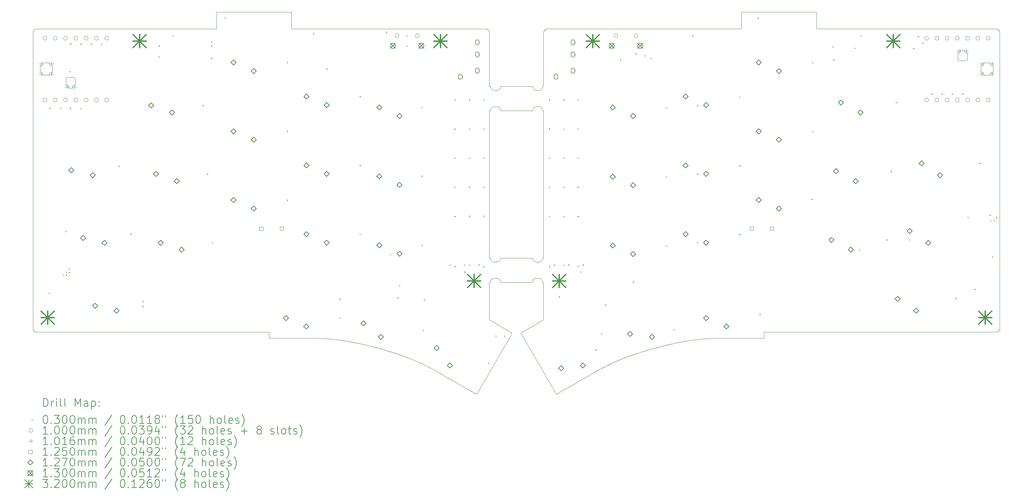
<source format=gbr>
%TF.GenerationSoftware,KiCad,Pcbnew,9.0.3*%
%TF.CreationDate,2025-07-20T15:57:29+08:00*%
%TF.ProjectId,totem_0_3,746f7465-6d5f-4305-9f33-2e6b69636164,0.3*%
%TF.SameCoordinates,Original*%
%TF.FileFunction,Drillmap*%
%TF.FilePolarity,Positive*%
%FSLAX45Y45*%
G04 Gerber Fmt 4.5, Leading zero omitted, Abs format (unit mm)*
G04 Created by KiCad (PCBNEW 9.0.3) date 2025-07-20 15:57:29*
%MOMM*%
%LPD*%
G01*
G04 APERTURE LIST*
%ADD10C,0.010000*%
%ADD11C,0.100000*%
%ADD12C,0.080000*%
%ADD13C,0.120000*%
%ADD14C,0.200000*%
%ADD15C,0.101600*%
%ADD16C,0.125000*%
%ADD17C,0.127000*%
%ADD18C,0.130000*%
%ADD19C,0.320000*%
G04 APERTURE END LIST*
D10*
X14327390Y-5065336D02*
X14327386Y-5064431D01*
X14327374Y-5063526D01*
X14327354Y-5062623D01*
X14327326Y-5061721D01*
X14327290Y-5060820D01*
X14327247Y-5059920D01*
X14327195Y-5059021D01*
X14327135Y-5058124D01*
X14327068Y-5057228D01*
X14326992Y-5056333D01*
X14326909Y-5055440D01*
X14326817Y-5054548D01*
X14326718Y-5053657D01*
X14326611Y-5052768D01*
X14326496Y-5051881D01*
X14326373Y-5050995D01*
X14326243Y-5050111D01*
X14326104Y-5049228D01*
X14325958Y-5048347D01*
X14325804Y-5047468D01*
X14325642Y-5046590D01*
X14325472Y-5045714D01*
X14325295Y-5044841D01*
X14325110Y-5043969D01*
X14324917Y-5043099D01*
X14324716Y-5042231D01*
X14324508Y-5041365D01*
X14324291Y-5040501D01*
X14324068Y-5039640D01*
X14323836Y-5038780D01*
X14323597Y-5037923D01*
X14323350Y-5037068D01*
X14323095Y-5036215D01*
X14322833Y-5035365D01*
X14322564Y-5034518D01*
X14322286Y-5033672D01*
X14322001Y-5032830D01*
X14321709Y-5031990D01*
X14321409Y-5031152D01*
X14321101Y-5030317D01*
X14320786Y-5029485D01*
X14320464Y-5028656D01*
X14320134Y-5027830D01*
X14319796Y-5027007D01*
X14319452Y-5026186D01*
X14319099Y-5025369D01*
X14318740Y-5024555D01*
X14318373Y-5023744D01*
X14317999Y-5022936D01*
X14317617Y-5022131D01*
X14317228Y-5021330D01*
X14316832Y-5020532D01*
X14316429Y-5019738D01*
X14316019Y-5018947D01*
X14315601Y-5018160D01*
X14315177Y-5017376D01*
X14314745Y-5016597D01*
X14314306Y-5015820D01*
X14313860Y-5015048D01*
X14313407Y-5014280D01*
X14312947Y-5013515D01*
X14312481Y-5012755D01*
X14312007Y-5011998D01*
X14311527Y-5011246D01*
X14311039Y-5010498D01*
X14310545Y-5009754D01*
X14310045Y-5009014D01*
X14309537Y-5008279D01*
X14309023Y-5007548D01*
X14308502Y-5006822D01*
X14307975Y-5006101D01*
X14307441Y-5005384D01*
X14306901Y-5004671D01*
X14306354Y-5003964D01*
X14305801Y-5003261D01*
X14305242Y-5002563D01*
X14304676Y-5001870D01*
X14304104Y-5001182D01*
X14303526Y-5000499D01*
X14302942Y-4999821D01*
X14302351Y-4999149D01*
X14301755Y-4998482D01*
X14301152Y-4997819D01*
X14300544Y-4997163D01*
X14299930Y-4996511D01*
X14299310Y-4995866D01*
X14298684Y-4995225D01*
X14298052Y-4994591D01*
X14297415Y-4993962D01*
X14296772Y-4993338D01*
X14296448Y-4993029D01*
X14296123Y-4992721D01*
X14295797Y-4992414D01*
X14295469Y-4992109D01*
X14295140Y-4991805D01*
X14294810Y-4991503D01*
X14294478Y-4991202D01*
X14294145Y-4990903D01*
X14293811Y-4990605D01*
X14293475Y-4990309D01*
X14293138Y-4990014D01*
X14292800Y-4989721D01*
X14292460Y-4989429D01*
X14292119Y-4989139D01*
X14291777Y-4988850D01*
X14291434Y-4988563D01*
X14291089Y-4988278D01*
X14290743Y-4987994D01*
X14290395Y-4987711D01*
X14290047Y-4987430D01*
X14289697Y-4987151D01*
X14289346Y-4986873D01*
X14288994Y-4986597D01*
X14288641Y-4986322D01*
X14288286Y-4986049D01*
X14287930Y-4985778D01*
X14287573Y-4985508D01*
X14287215Y-4985240D01*
X14286855Y-4984973D01*
X14286495Y-4984708D01*
X14286133Y-4984445D01*
X14285770Y-4984183D01*
X14285406Y-4983923D01*
X14285041Y-4983665D01*
X14284675Y-4983408D01*
X14284307Y-4983153D01*
X14283939Y-4982900D01*
X14283569Y-4982648D01*
X14283198Y-4982398D01*
X14282826Y-4982150D01*
X14282453Y-4981903D01*
X14282079Y-4981658D01*
X14281704Y-4981414D01*
X14281328Y-4981173D01*
X14280951Y-4980933D01*
X14280573Y-4980695D01*
X14280194Y-4980458D01*
X14279813Y-4980223D01*
X14279432Y-4979990D01*
X14279050Y-4979759D01*
X14278666Y-4979529D01*
X14278282Y-4979301D01*
X14277897Y-4979075D01*
X14277510Y-4978851D01*
X14277123Y-4978628D01*
X14276735Y-4978407D01*
X14276346Y-4978188D01*
X14275956Y-4977971D01*
X14275565Y-4977755D01*
X14275173Y-4977541D01*
X14274780Y-4977329D01*
X14274386Y-4977119D01*
X14273991Y-4976911D01*
X14273595Y-4976704D01*
X14273199Y-4976499D01*
X14272801Y-4976296D01*
X14272403Y-4976094D01*
X14272004Y-4975895D01*
X14271604Y-4975697D01*
X14271203Y-4975501D01*
X14270801Y-4975307D01*
X14270399Y-4975115D01*
X14269995Y-4974924D01*
X14269591Y-4974736D01*
X14269186Y-4974549D01*
X14268780Y-4974364D01*
X14268374Y-4974181D01*
X14267966Y-4974000D01*
X14267558Y-4973820D01*
X14267149Y-4973643D01*
X14266739Y-4973467D01*
X14266328Y-4973293D01*
X14265917Y-4973121D01*
X14265505Y-4972951D01*
X14265092Y-4972782D01*
X14264679Y-4972616D01*
X14264265Y-4972451D01*
X14263850Y-4972288D01*
X14263434Y-4972128D01*
X14263018Y-4971969D01*
X14262601Y-4971811D01*
X14262183Y-4971656D01*
X14261764Y-4971503D01*
X14261345Y-4971351D01*
X14260925Y-4971202D01*
X14260505Y-4971054D01*
X14260084Y-4970908D01*
X14259662Y-4970764D01*
X14259240Y-4970622D01*
X14258817Y-4970482D01*
X14258393Y-4970344D01*
X14257969Y-4970208D01*
X14257544Y-4970073D01*
X14257118Y-4969941D01*
X14256692Y-4969810D01*
X14256266Y-4969681D01*
X14255838Y-4969555D01*
X14255410Y-4969430D01*
X14254982Y-4969307D01*
X14254553Y-4969186D01*
X14254124Y-4969067D01*
X14253694Y-4968950D01*
X14253263Y-4968835D01*
X14252832Y-4968721D01*
X14252400Y-4968610D01*
X14251968Y-4968500D01*
X14251535Y-4968393D01*
X14251102Y-4968287D01*
X14250668Y-4968184D01*
X14250234Y-4968082D01*
X14249799Y-4967982D01*
X14249364Y-4967884D01*
X14248928Y-4967789D01*
X14248492Y-4967695D01*
X14248055Y-4967603D01*
X14247618Y-4967513D01*
X14247181Y-4967425D01*
X14246743Y-4967339D01*
X14246304Y-4967254D01*
X14245865Y-4967172D01*
X14245426Y-4967092D01*
X14244986Y-4967014D01*
X14244546Y-4966937D01*
X14244105Y-4966863D01*
X14243664Y-4966791D01*
X14243223Y-4966720D01*
X14242781Y-4966652D01*
X14242339Y-4966585D01*
X14241896Y-4966521D01*
X14241453Y-4966458D01*
X14241010Y-4966397D01*
X14240566Y-4966339D01*
X14240122Y-4966282D01*
X14239678Y-4966227D01*
X14239233Y-4966175D01*
X14238788Y-4966124D01*
X14238343Y-4966075D01*
X14237897Y-4966028D01*
X14237451Y-4965983D01*
X14237004Y-4965941D01*
X14236557Y-4965900D01*
X14236110Y-4965861D01*
X14235663Y-4965824D01*
X14235215Y-4965789D01*
X14234767Y-4965756D01*
X14234318Y-4965725D01*
X14233870Y-4965696D01*
X14233421Y-4965669D01*
X14232972Y-4965644D01*
X14232522Y-4965621D01*
X14232073Y-4965600D01*
X14231622Y-4965581D01*
X14231172Y-4965564D01*
X14230722Y-4965549D01*
X14230271Y-4965536D01*
X14229820Y-4965525D01*
X14229369Y-4965516D01*
X14228917Y-4965509D01*
X14228465Y-4965504D01*
X14228013Y-4965501D01*
X14227555Y-4965500D01*
X13218967Y-13538705D02*
X13309945Y-13591259D01*
X13402291Y-13644600D01*
X13474451Y-13686279D01*
X13545508Y-13727319D01*
X13603855Y-13761015D01*
X13660307Y-13793614D01*
X13707200Y-13820690D01*
X13751966Y-13846536D01*
X13789150Y-13868002D01*
X13824231Y-13888251D01*
X13853191Y-13904965D01*
X13880201Y-13920551D01*
X13902258Y-13933277D01*
X13922583Y-13945000D01*
X13938928Y-13954426D01*
X13953786Y-13962991D01*
X13965490Y-13969737D01*
X13975960Y-13975768D01*
X13985201Y-13981088D01*
X18442390Y-12845496D02*
X18446886Y-12844294D01*
X18451374Y-12843095D01*
X18455854Y-12841900D01*
X18460326Y-12840709D01*
X18464791Y-12839523D01*
X18469248Y-12838341D01*
X18473697Y-12837163D01*
X18478139Y-12835988D01*
X18482572Y-12834818D01*
X18486999Y-12833653D01*
X18491417Y-12832491D01*
X18495829Y-12831333D01*
X18500232Y-12830179D01*
X18504628Y-12829029D01*
X18509017Y-12827884D01*
X18513398Y-12826742D01*
X18517771Y-12825605D01*
X18522137Y-12824471D01*
X18526496Y-12823341D01*
X18530847Y-12822216D01*
X18535191Y-12821094D01*
X18539527Y-12819976D01*
X18543856Y-12818863D01*
X18548178Y-12817753D01*
X18552492Y-12816647D01*
X18556799Y-12815545D01*
X18561099Y-12814447D01*
X18565391Y-12813353D01*
X18569677Y-12812263D01*
X18573955Y-12811177D01*
X18578226Y-12810094D01*
X18582489Y-12809016D01*
X18586746Y-12807941D01*
X18590995Y-12806870D01*
X18595237Y-12805803D01*
X18599473Y-12804740D01*
X18603701Y-12803681D01*
X18607922Y-12802626D01*
X18612136Y-12801574D01*
X18616343Y-12800527D01*
X18620543Y-12799483D01*
X18624736Y-12798442D01*
X18628922Y-12797406D01*
X18633101Y-12796373D01*
X18637273Y-12795345D01*
X18641438Y-12794320D01*
X18645597Y-12793298D01*
X18649748Y-12792281D01*
X18653893Y-12791267D01*
X18658031Y-12790257D01*
X18662162Y-12789250D01*
X18666286Y-12788248D01*
X18670404Y-12787249D01*
X18674514Y-12786253D01*
X18678619Y-12785262D01*
X18682716Y-12784274D01*
X18686807Y-12783289D01*
X18690891Y-12782309D01*
X18694968Y-12781332D01*
X18699039Y-12780359D01*
X18703103Y-12779389D01*
X18707161Y-12778423D01*
X18711212Y-12777460D01*
X18715256Y-12776501D01*
X18719295Y-12775546D01*
X18723326Y-12774594D01*
X18727351Y-12773646D01*
X18731370Y-12772702D01*
X18735382Y-12771761D01*
X18739387Y-12770824D01*
X18743387Y-12769890D01*
X18747380Y-12768959D01*
X18751366Y-12768033D01*
X18755347Y-12767109D01*
X18759321Y-12766190D01*
X18763288Y-12765273D01*
X18767250Y-12764361D01*
X18771205Y-12763451D01*
X18775154Y-12762546D01*
X18779096Y-12761643D01*
X18783033Y-12760745D01*
X18786963Y-12759849D01*
X18790887Y-12758957D01*
X18794805Y-12758069D01*
X18798717Y-12757184D01*
X18802623Y-12756302D01*
X18806522Y-12755424D01*
X18810416Y-12754550D01*
X18814304Y-12753678D01*
X18818185Y-12752810D01*
X18822061Y-12751946D01*
X18825930Y-12751085D01*
X18829794Y-12750227D01*
X18833651Y-12749372D01*
X18837503Y-12748521D01*
X18841349Y-12747673D01*
X18845189Y-12746829D01*
X18849023Y-12745988D01*
X18852852Y-12745150D01*
X18856674Y-12744316D01*
X18860491Y-12743485D01*
X18864301Y-12742657D01*
X18868107Y-12741832D01*
X18871906Y-12741011D01*
X18875700Y-12740193D01*
X18879487Y-12739379D01*
X18883270Y-12738567D01*
X18887046Y-12737759D01*
X18890818Y-12736954D01*
X18894583Y-12736153D01*
X18898343Y-12735354D01*
X18902097Y-12734559D01*
X18905845Y-12733767D01*
X18909588Y-12732978D01*
X18913326Y-12732193D01*
X18917058Y-12731411D01*
X18920785Y-12730631D01*
X18924506Y-12729855D01*
X18928222Y-12729083D01*
X18931931Y-12728313D01*
X18935637Y-12727546D01*
X18939336Y-12726783D01*
X18943030Y-12726023D01*
X18946719Y-12725266D01*
X18950403Y-12724512D01*
X18954080Y-12723761D01*
X18957754Y-12723014D01*
X18961421Y-12722269D01*
X18965084Y-12721527D01*
X18968741Y-12720789D01*
X18972393Y-12720054D01*
X18976039Y-12719322D01*
X18979682Y-12718593D01*
X18983318Y-12717867D01*
X18986949Y-12717143D01*
X18990575Y-12716424D01*
X18994197Y-12715707D01*
X18997813Y-12714993D01*
X19001424Y-12714282D01*
X19005030Y-12713574D01*
X19008632Y-12712869D01*
X19012228Y-12712168D01*
X19015819Y-12711469D01*
X19019405Y-12710773D01*
X19022987Y-12710080D01*
X19026563Y-12709390D01*
X19030135Y-12708703D01*
X19033702Y-12708020D01*
X19037264Y-12707338D01*
X19040821Y-12706661D01*
X19044374Y-12705985D01*
X19047921Y-12705313D01*
X19051464Y-12704644D01*
X19055002Y-12703978D01*
X19058536Y-12703315D01*
X19062064Y-12702654D01*
X19065589Y-12701997D01*
X19069108Y-12701342D01*
X19072623Y-12700690D01*
X19076133Y-12700042D01*
X19079640Y-12699395D01*
X19083140Y-12698752D01*
X19086637Y-12698112D01*
X19090129Y-12697475D01*
X19093617Y-12696840D01*
X19097100Y-12696209D01*
X19100579Y-12695580D01*
X19104053Y-12694954D01*
X19107523Y-12694330D01*
X19110988Y-12693710D01*
X19114450Y-12693092D01*
X19117906Y-12692478D01*
X19121360Y-12691866D01*
X19124807Y-12691257D01*
X19128252Y-12690650D01*
X19131691Y-12690047D01*
X19135127Y-12689446D01*
X19138558Y-12688848D01*
X19141985Y-12688252D01*
X19145408Y-12687660D01*
X19148827Y-12687070D01*
X19152241Y-12686483D01*
X19155652Y-12685898D01*
X19159058Y-12685317D01*
X19162461Y-12684738D01*
X19165859Y-12684162D01*
X19172644Y-12683017D01*
X19179413Y-12681884D01*
X19186166Y-12680761D01*
X19192904Y-12679649D01*
X19199626Y-12678547D01*
X19206334Y-12677456D01*
X19213026Y-12676376D01*
X19219704Y-12675306D01*
X19226367Y-12674246D01*
X19233016Y-12673197D01*
X19239651Y-12672158D01*
X19246271Y-12671129D01*
X19252878Y-12670111D01*
X19259471Y-12669102D01*
X19266051Y-12668104D01*
X19272617Y-12667116D01*
X19279171Y-12666138D01*
X19285711Y-12665170D01*
X19292239Y-12664212D01*
X19298755Y-12663264D01*
X19305258Y-12662326D01*
X19311750Y-12661397D01*
X19318229Y-12660478D01*
X19324697Y-12659569D01*
X19331154Y-12658670D01*
X19337599Y-12657780D01*
X19344034Y-12656900D01*
X19350458Y-12656029D01*
X19356871Y-12655168D01*
X19363274Y-12654316D01*
X19369667Y-12653474D01*
X19376050Y-12652640D01*
X19382423Y-12651817D01*
X19388787Y-12651002D01*
X19395142Y-12650197D01*
X19401488Y-12649401D01*
X19407825Y-12648614D01*
X19414154Y-12647836D01*
X19420475Y-12647067D01*
X19426788Y-12646307D01*
X19433093Y-12645556D01*
X19439390Y-12644814D01*
X19445681Y-12644081D01*
X19451965Y-12643357D01*
X19458242Y-12642641D01*
X19464512Y-12641935D01*
X19470777Y-12641237D01*
X19477036Y-12640547D01*
X19483289Y-12639867D01*
X19489537Y-12639195D01*
X19495780Y-12638531D01*
X19502019Y-12637876D01*
X19508253Y-12637230D01*
X19514483Y-12636591D01*
X19520710Y-12635962D01*
X19526933Y-12635340D01*
X19533153Y-12634727D01*
X19539370Y-12634123D01*
X19545586Y-12633526D01*
X19551799Y-12632938D01*
X19558010Y-12632358D01*
X19564220Y-12631786D01*
X19570429Y-12631222D01*
X19576638Y-12630666D01*
X19582846Y-12630118D01*
X19589055Y-12629578D01*
X19595264Y-12629046D01*
X19601475Y-12628522D01*
X19607686Y-12628006D01*
X19613900Y-12627498D01*
X19620116Y-12626998D01*
X19626335Y-12626505D01*
X19632557Y-12626020D01*
X19638783Y-12625543D01*
X19645013Y-12625073D01*
X19651248Y-12624612D01*
X19657489Y-12624157D01*
X19663735Y-12623711D01*
X19669987Y-12623271D01*
X19676247Y-12622840D01*
X19682514Y-12622415D01*
X19688789Y-12621999D01*
X19695073Y-12621589D01*
X19701366Y-12621187D01*
X19707669Y-12620793D01*
X19713983Y-12620405D01*
X19720309Y-12620025D01*
X19726647Y-12619653D01*
X19732998Y-12619287D01*
X19739363Y-12618929D01*
X19745742Y-12618577D01*
X19752137Y-12618233D01*
X19758548Y-12617896D01*
X19764977Y-12617566D01*
X19771424Y-12617243D01*
X19777890Y-12616928D01*
X19784377Y-12616619D01*
X19790885Y-12616317D01*
X19797416Y-12616022D01*
X19803970Y-12615734D01*
X19810550Y-12615452D01*
X19817156Y-12615178D01*
X19823790Y-12614910D01*
X19830454Y-12614649D01*
X19837148Y-12614395D01*
X19843875Y-12614148D01*
X19850636Y-12613907D01*
X19857434Y-12613673D01*
X19864269Y-12613446D01*
X19871145Y-12613225D01*
X19878063Y-12613011D01*
X19885025Y-12612804D01*
X19892035Y-12612603D01*
X19899095Y-12612408D01*
X19906208Y-12612221D01*
X19913376Y-12612039D01*
X19920604Y-12611864D01*
X19927894Y-12611696D01*
X19935251Y-12611533D01*
X19942680Y-12611378D01*
X19950183Y-12611228D01*
X19957768Y-12611085D01*
X19965439Y-12610948D01*
X19973202Y-12610818D01*
X19981064Y-12610694D01*
X19989032Y-12610576D01*
X19997116Y-12610464D01*
X20005325Y-12610358D01*
X20013669Y-12610259D01*
X20022160Y-12610166D01*
X20030814Y-12610079D01*
X20039645Y-12609998D01*
X20048673Y-12609923D01*
X20057921Y-12609854D01*
X20067416Y-12609791D01*
X20077191Y-12609735D01*
X20087286Y-12609684D01*
X20097754Y-12609639D01*
X20108663Y-12609600D01*
X20120103Y-12609567D01*
X20132203Y-12609540D01*
X20145153Y-12609519D01*
X20159260Y-12609503D01*
X20175088Y-12609493D01*
X20193910Y-12609489D01*
X20212982Y-12609488D01*
X22400200Y-4579561D02*
X22400196Y-4579076D01*
X22400184Y-4578592D01*
X22400164Y-4578109D01*
X22400136Y-4577627D01*
X22400100Y-4577145D01*
X22400057Y-4576665D01*
X22400005Y-4576185D01*
X22399945Y-4575707D01*
X22399878Y-4575229D01*
X22399803Y-4574753D01*
X22399719Y-4574278D01*
X22399628Y-4573805D01*
X22399529Y-4573333D01*
X22399423Y-4572863D01*
X22399308Y-4572394D01*
X22399186Y-4571928D01*
X22399056Y-4571463D01*
X22398918Y-4571000D01*
X22398772Y-4570539D01*
X22398619Y-4570080D01*
X22398458Y-4569624D01*
X22398290Y-4569170D01*
X22398114Y-4568718D01*
X22397930Y-4568270D01*
X22397739Y-4567823D01*
X22397540Y-4567380D01*
X22397334Y-4566940D01*
X22397121Y-4566502D01*
X22396900Y-4566068D01*
X22396672Y-4565638D01*
X22396436Y-4565210D01*
X22396194Y-4564786D01*
X22395944Y-4564366D01*
X22395688Y-4563950D01*
X22395424Y-4563538D01*
X22395154Y-4563130D01*
X22394877Y-4562726D01*
X22394593Y-4562326D01*
X22394302Y-4561931D01*
X22394005Y-4561540D01*
X22393701Y-4561154D01*
X22393391Y-4560773D01*
X22393075Y-4560396D01*
X22392753Y-4560025D01*
X22392424Y-4559659D01*
X22392090Y-4559299D01*
X22391749Y-4558943D01*
X22391403Y-4558594D01*
X22391228Y-4558421D01*
X22391051Y-4558250D01*
X22390873Y-4558080D01*
X22390694Y-4557911D01*
X22390513Y-4557744D01*
X22390331Y-4557579D01*
X22390148Y-4557415D01*
X22389963Y-4557253D01*
X22389777Y-4557092D01*
X22389590Y-4556932D01*
X22389401Y-4556775D01*
X22389211Y-4556618D01*
X22389020Y-4556464D01*
X22388828Y-4556310D01*
X22388635Y-4556159D01*
X22388440Y-4556009D01*
X22388244Y-4555861D01*
X22388047Y-4555714D01*
X22387849Y-4555569D01*
X22387650Y-4555426D01*
X22387449Y-4555284D01*
X22387248Y-4555144D01*
X22387045Y-4555006D01*
X22386842Y-4554869D01*
X22386637Y-4554734D01*
X22386432Y-4554601D01*
X22386225Y-4554470D01*
X22386017Y-4554340D01*
X22385809Y-4554212D01*
X22385599Y-4554086D01*
X22385388Y-4553961D01*
X22385177Y-4553839D01*
X22384964Y-4553718D01*
X22384751Y-4553599D01*
X22384537Y-4553481D01*
X22384322Y-4553366D01*
X22384106Y-4553252D01*
X22383889Y-4553140D01*
X22383671Y-4553030D01*
X22383453Y-4552922D01*
X22383233Y-4552816D01*
X22383013Y-4552711D01*
X22382793Y-4552609D01*
X22382571Y-4552508D01*
X22382349Y-4552409D01*
X22382126Y-4552312D01*
X22381902Y-4552216D01*
X22381678Y-4552123D01*
X22381453Y-4552032D01*
X22381227Y-4551942D01*
X22381000Y-4551855D01*
X22380773Y-4551769D01*
X22380546Y-4551685D01*
X22380317Y-4551603D01*
X22380089Y-4551523D01*
X22379859Y-4551445D01*
X22379629Y-4551369D01*
X22379398Y-4551295D01*
X22379167Y-4551222D01*
X22378936Y-4551152D01*
X22378704Y-4551084D01*
X22378471Y-4551017D01*
X22378238Y-4550952D01*
X22378004Y-4550890D01*
X22377770Y-4550829D01*
X22377536Y-4550771D01*
X22377301Y-4550714D01*
X22377065Y-4550659D01*
X22376830Y-4550606D01*
X22376593Y-4550555D01*
X22376357Y-4550507D01*
X22376120Y-4550460D01*
X22375882Y-4550415D01*
X22375645Y-4550372D01*
X22375407Y-4550331D01*
X22375168Y-4550292D01*
X22374930Y-4550255D01*
X22374690Y-4550220D01*
X22374451Y-4550187D01*
X22374211Y-4550155D01*
X22373972Y-4550126D01*
X22373731Y-4550099D01*
X22373491Y-4550074D01*
X22373250Y-4550051D01*
X22373009Y-4550030D01*
X22372768Y-4550011D01*
X22372527Y-4549993D01*
X22372285Y-4549978D01*
X22372043Y-4549965D01*
X22371801Y-4549954D01*
X22371559Y-4549945D01*
X22371316Y-4549937D01*
X22371074Y-4549932D01*
X22370831Y-4549929D01*
X22370566Y-4549928D01*
X15662500Y-6988400D02*
X15662500Y-10628435D01*
X3063200Y-12359369D02*
X3063204Y-12360274D01*
X3063216Y-12361179D01*
X3063236Y-12362082D01*
X3063264Y-12362984D01*
X3063300Y-12363885D01*
X3063343Y-12364785D01*
X3063395Y-12365684D01*
X3063455Y-12366581D01*
X3063523Y-12367477D01*
X3063598Y-12368372D01*
X3063681Y-12369265D01*
X3063773Y-12370157D01*
X3063872Y-12371048D01*
X3063979Y-12371937D01*
X3064094Y-12372824D01*
X3064217Y-12373710D01*
X3064347Y-12374594D01*
X3064486Y-12375477D01*
X3064632Y-12376358D01*
X3064786Y-12377237D01*
X3064948Y-12378115D01*
X3065118Y-12378990D01*
X3065295Y-12379864D01*
X3065480Y-12380736D01*
X3065673Y-12381606D01*
X3065874Y-12382474D01*
X3066082Y-12383340D01*
X3066299Y-12384204D01*
X3066523Y-12385065D01*
X3066754Y-12385925D01*
X3066993Y-12386782D01*
X3067240Y-12387637D01*
X3067495Y-12388489D01*
X3067757Y-12389340D01*
X3068027Y-12390187D01*
X3068304Y-12391033D01*
X3068589Y-12391875D01*
X3068881Y-12392715D01*
X3069181Y-12393553D01*
X3069489Y-12394387D01*
X3069804Y-12395219D01*
X3070126Y-12396048D01*
X3070456Y-12396875D01*
X3070794Y-12397698D01*
X3071138Y-12398518D01*
X3071491Y-12399336D01*
X3071850Y-12400150D01*
X3072217Y-12400961D01*
X3072591Y-12401769D01*
X3072973Y-12402573D01*
X3073362Y-12403374D01*
X3073758Y-12404172D01*
X3074161Y-12404967D01*
X3074571Y-12405757D01*
X3074989Y-12406545D01*
X3075414Y-12407328D01*
X3075845Y-12408108D01*
X3076284Y-12408884D01*
X3076730Y-12409657D01*
X3077183Y-12410425D01*
X3077643Y-12411190D01*
X3078109Y-12411950D01*
X3078583Y-12412706D01*
X3079063Y-12413459D01*
X3079551Y-12414207D01*
X3080045Y-12414951D01*
X3080545Y-12415690D01*
X3081053Y-12416425D01*
X3081567Y-12417156D01*
X3082088Y-12417882D01*
X3082615Y-12418604D01*
X3083149Y-12419321D01*
X3083689Y-12420033D01*
X3084236Y-12420741D01*
X3084789Y-12421444D01*
X3085348Y-12422141D01*
X3085914Y-12422834D01*
X3086486Y-12423522D01*
X3087064Y-12424205D01*
X3087648Y-12424883D01*
X3088239Y-12425556D01*
X3088835Y-12426223D01*
X3089438Y-12426885D01*
X3090046Y-12427542D01*
X3090660Y-12428193D01*
X3091281Y-12428839D01*
X3091906Y-12429479D01*
X3092538Y-12430114D01*
X3093175Y-12430743D01*
X3093818Y-12431366D01*
X3094142Y-12431676D01*
X3094467Y-12431984D01*
X3094793Y-12432290D01*
X3095121Y-12432596D01*
X3095450Y-12432899D01*
X3095780Y-12433202D01*
X3096112Y-12433502D01*
X3096445Y-12433802D01*
X3096779Y-12434099D01*
X3097115Y-12434396D01*
X3097452Y-12434690D01*
X3097790Y-12434984D01*
X3098130Y-12435275D01*
X3098471Y-12435565D01*
X3098813Y-12435854D01*
X3099157Y-12436141D01*
X3099501Y-12436427D01*
X3099847Y-12436711D01*
X3100195Y-12436993D01*
X3100543Y-12437274D01*
X3100893Y-12437554D01*
X3101244Y-12437831D01*
X3101596Y-12438108D01*
X3101950Y-12438382D01*
X3102304Y-12438655D01*
X3102660Y-12438927D01*
X3103017Y-12439196D01*
X3103375Y-12439464D01*
X3103735Y-12439731D01*
X3104095Y-12439996D01*
X3104457Y-12440259D01*
X3104820Y-12440521D01*
X3105184Y-12440781D01*
X3105549Y-12441039D01*
X3105916Y-12441296D01*
X3106283Y-12441551D01*
X3106651Y-12441805D01*
X3107021Y-12442056D01*
X3107392Y-12442306D01*
X3107764Y-12442555D01*
X3108137Y-12442802D01*
X3108511Y-12443047D01*
X3108886Y-12443290D01*
X3109262Y-12443532D01*
X3109639Y-12443772D01*
X3110017Y-12444010D01*
X3110397Y-12444246D01*
X3110777Y-12444481D01*
X3111158Y-12444714D01*
X3111541Y-12444946D01*
X3111924Y-12445175D01*
X3112308Y-12445403D01*
X3112693Y-12445629D01*
X3113080Y-12445854D01*
X3113467Y-12446076D01*
X3113855Y-12446297D01*
X3114244Y-12446516D01*
X3114635Y-12446734D01*
X3115026Y-12446949D01*
X3115418Y-12447163D01*
X3115810Y-12447375D01*
X3116204Y-12447585D01*
X3116599Y-12447794D01*
X3116995Y-12448001D01*
X3117391Y-12448206D01*
X3117789Y-12448409D01*
X3118187Y-12448610D01*
X3118586Y-12448810D01*
X3118986Y-12449007D01*
X3119387Y-12449203D01*
X3119789Y-12449397D01*
X3120192Y-12449590D01*
X3120595Y-12449780D01*
X3120999Y-12449969D01*
X3121404Y-12450155D01*
X3121810Y-12450340D01*
X3122217Y-12450523D01*
X3122624Y-12450705D01*
X3123032Y-12450884D01*
X3123441Y-12451062D01*
X3123851Y-12451238D01*
X3124262Y-12451412D01*
X3124673Y-12451584D01*
X3125085Y-12451754D01*
X3125498Y-12451922D01*
X3125911Y-12452089D01*
X3126326Y-12452253D01*
X3126741Y-12452416D01*
X3127156Y-12452577D01*
X3127573Y-12452736D01*
X3127990Y-12452893D01*
X3128408Y-12453048D01*
X3128826Y-12453202D01*
X3129245Y-12453353D01*
X3129665Y-12453503D01*
X3130085Y-12453650D01*
X3130506Y-12453796D01*
X3130928Y-12453940D01*
X3131351Y-12454082D01*
X3131774Y-12454222D01*
X3132197Y-12454360D01*
X3132622Y-12454497D01*
X3133046Y-12454631D01*
X3133472Y-12454764D01*
X3133898Y-12454894D01*
X3134325Y-12455023D01*
X3134752Y-12455150D01*
X3135180Y-12455274D01*
X3135608Y-12455397D01*
X3136037Y-12455518D01*
X3136467Y-12455637D01*
X3136897Y-12455755D01*
X3137327Y-12455870D01*
X3137759Y-12455983D01*
X3138190Y-12456095D01*
X3138623Y-12456204D01*
X3139055Y-12456311D01*
X3139489Y-12456417D01*
X3139922Y-12456521D01*
X3140357Y-12456622D01*
X3140791Y-12456722D01*
X3141227Y-12456820D01*
X3141662Y-12456916D01*
X3142098Y-12457010D01*
X3142535Y-12457102D01*
X3142972Y-12457192D01*
X3143410Y-12457280D01*
X3143848Y-12457366D01*
X3144286Y-12457450D01*
X3144725Y-12457532D01*
X3145164Y-12457612D01*
X3145604Y-12457691D01*
X3146044Y-12457767D01*
X3146485Y-12457841D01*
X3146926Y-12457914D01*
X3147368Y-12457984D01*
X3147809Y-12458053D01*
X3148252Y-12458119D01*
X3148694Y-12458184D01*
X3149137Y-12458246D01*
X3149580Y-12458307D01*
X3150024Y-12458366D01*
X3150468Y-12458422D01*
X3150913Y-12458477D01*
X3151357Y-12458530D01*
X3151803Y-12458581D01*
X3152248Y-12458629D01*
X3152694Y-12458676D01*
X3153140Y-12458721D01*
X3153587Y-12458764D01*
X3154033Y-12458805D01*
X3154481Y-12458844D01*
X3154928Y-12458880D01*
X3155376Y-12458915D01*
X3155824Y-12458948D01*
X3156272Y-12458979D01*
X3156721Y-12459008D01*
X3157170Y-12459035D01*
X3157619Y-12459060D01*
X3158068Y-12459083D01*
X3158518Y-12459104D01*
X3158968Y-12459123D01*
X3159418Y-12459140D01*
X3159869Y-12459155D01*
X3160320Y-12459168D01*
X3160771Y-12459179D01*
X3161222Y-12459188D01*
X3161674Y-12459195D01*
X3162125Y-12459200D01*
X3162578Y-12459203D01*
X3163036Y-12459204D01*
X14357756Y-6988435D02*
X14327041Y-6988435D01*
X21102336Y-12579855D02*
X21102336Y-12459204D01*
X20579865Y-4549928D02*
X20579381Y-4549932D01*
X20578897Y-4549944D01*
X20578413Y-4549964D01*
X20577931Y-4549992D01*
X20577449Y-4550027D01*
X20576969Y-4550071D01*
X20576489Y-4550123D01*
X20576011Y-4550182D01*
X20575533Y-4550250D01*
X20575057Y-4550325D01*
X20574583Y-4550408D01*
X20574109Y-4550500D01*
X20573637Y-4550598D01*
X20573167Y-4550705D01*
X20572699Y-4550820D01*
X20572232Y-4550942D01*
X20571767Y-4551072D01*
X20571304Y-4551210D01*
X20570843Y-4551356D01*
X20570384Y-4551509D01*
X20569928Y-4551670D01*
X20569474Y-4551838D01*
X20569022Y-4552014D01*
X20568573Y-4552198D01*
X20568127Y-4552389D01*
X20567684Y-4552588D01*
X20567244Y-4552794D01*
X20566806Y-4553007D01*
X20566372Y-4553228D01*
X20565941Y-4553456D01*
X20565514Y-4553691D01*
X20565090Y-4553934D01*
X20564670Y-4554183D01*
X20564254Y-4554440D01*
X20563842Y-4554703D01*
X20563433Y-4554974D01*
X20563029Y-4555251D01*
X20562629Y-4555535D01*
X20562234Y-4555826D01*
X20561843Y-4556123D01*
X20561457Y-4556426D01*
X20561076Y-4556736D01*
X20560700Y-4557053D01*
X20560329Y-4557375D01*
X20559963Y-4557704D01*
X20559602Y-4558038D01*
X20559247Y-4558379D01*
X20558897Y-4558725D01*
X20558724Y-4558900D01*
X20558553Y-4559077D01*
X20558383Y-4559255D01*
X20558215Y-4559434D01*
X20558048Y-4559615D01*
X20557882Y-4559797D01*
X20557719Y-4559980D01*
X20557556Y-4560165D01*
X20557395Y-4560351D01*
X20557236Y-4560538D01*
X20557078Y-4560727D01*
X20556922Y-4560916D01*
X20556767Y-4561107D01*
X20556614Y-4561300D01*
X20556462Y-4561493D01*
X20556312Y-4561688D01*
X20556164Y-4561884D01*
X20556018Y-4562081D01*
X20555873Y-4562279D01*
X20555729Y-4562478D01*
X20555588Y-4562678D01*
X20555448Y-4562880D01*
X20555309Y-4563082D01*
X20555173Y-4563286D01*
X20555038Y-4563490D01*
X20554905Y-4563696D01*
X20554773Y-4563903D01*
X20554643Y-4564111D01*
X20554515Y-4564319D01*
X20554389Y-4564529D01*
X20554265Y-4564739D01*
X20554142Y-4564951D01*
X20554021Y-4565163D01*
X20553902Y-4565377D01*
X20553785Y-4565591D01*
X20553669Y-4565806D01*
X20553556Y-4566022D01*
X20553444Y-4566239D01*
X20553334Y-4566456D01*
X20553225Y-4566675D01*
X20553119Y-4566894D01*
X20553014Y-4567114D01*
X20552912Y-4567335D01*
X20552811Y-4567557D01*
X20552712Y-4567779D01*
X20552615Y-4568002D01*
X20552520Y-4568226D01*
X20552426Y-4568450D01*
X20552335Y-4568675D01*
X20552245Y-4568901D01*
X20552158Y-4569127D01*
X20552072Y-4569354D01*
X20551988Y-4569582D01*
X20551906Y-4569810D01*
X20551826Y-4570039D01*
X20551748Y-4570269D01*
X20551672Y-4570498D01*
X20551598Y-4570729D01*
X20551526Y-4570960D01*
X20551455Y-4571192D01*
X20551387Y-4571424D01*
X20551320Y-4571657D01*
X20551256Y-4571890D01*
X20551193Y-4572123D01*
X20551133Y-4572357D01*
X20551074Y-4572592D01*
X20551017Y-4572827D01*
X20550962Y-4573062D01*
X20550910Y-4573298D01*
X20550859Y-4573534D01*
X20550810Y-4573771D01*
X20550763Y-4574008D01*
X20550718Y-4574245D01*
X20550675Y-4574483D01*
X20550634Y-4574721D01*
X20550595Y-4574959D01*
X20550558Y-4575198D01*
X20550523Y-4575437D01*
X20550490Y-4575676D01*
X20550459Y-4575916D01*
X20550430Y-4576156D01*
X20550402Y-4576396D01*
X20550377Y-4576636D01*
X20550354Y-4576877D01*
X20550333Y-4577118D01*
X20550314Y-4577359D01*
X20550297Y-4577600D01*
X20550281Y-4577842D01*
X20550268Y-4578084D01*
X20550257Y-4578326D01*
X20550248Y-4578568D01*
X20550241Y-4578811D01*
X20550236Y-4579053D01*
X20550232Y-4579296D01*
X20550231Y-4579561D01*
X15661796Y-12157579D02*
X15128396Y-12465554D01*
X15963068Y-13970152D02*
X15963316Y-13970576D01*
X15963571Y-13970995D01*
X15963832Y-13971409D01*
X15964100Y-13971818D01*
X15964373Y-13972222D01*
X15964653Y-13972622D01*
X15964939Y-13973016D01*
X15965232Y-13973405D01*
X15965530Y-13973789D01*
X15965835Y-13974168D01*
X15966145Y-13974541D01*
X15966461Y-13974909D01*
X15966784Y-13975271D01*
X15967112Y-13975629D01*
X15967445Y-13975980D01*
X15967785Y-13976326D01*
X15968130Y-13976666D01*
X15968480Y-13977001D01*
X15968836Y-13977329D01*
X15969198Y-13977652D01*
X15969565Y-13977969D01*
X15969936Y-13978279D01*
X15970313Y-13978584D01*
X15970695Y-13978882D01*
X15971082Y-13979174D01*
X15971474Y-13979460D01*
X15971871Y-13979739D01*
X15972272Y-13980012D01*
X15972678Y-13980279D01*
X15973088Y-13980538D01*
X15973503Y-13980791D01*
X15973922Y-13981037D01*
X15974345Y-13981277D01*
X15974772Y-13981509D01*
X15975203Y-13981734D01*
X15975637Y-13981953D01*
X15976075Y-13982164D01*
X15976517Y-13982368D01*
X15976962Y-13982565D01*
X15977411Y-13982754D01*
X15977862Y-13982936D01*
X15978317Y-13983111D01*
X15978774Y-13983278D01*
X15979234Y-13983438D01*
X15979697Y-13983590D01*
X15980162Y-13983735D01*
X15980630Y-13983872D01*
X15980864Y-13983937D01*
X15981099Y-13984001D01*
X15981335Y-13984063D01*
X15981571Y-13984122D01*
X15981807Y-13984180D01*
X15982044Y-13984236D01*
X15982282Y-13984290D01*
X15982520Y-13984342D01*
X15982758Y-13984392D01*
X15982996Y-13984440D01*
X15983235Y-13984486D01*
X15983475Y-13984530D01*
X15983714Y-13984572D01*
X15983954Y-13984612D01*
X15984194Y-13984651D01*
X15984435Y-13984687D01*
X15984676Y-13984721D01*
X15984917Y-13984753D01*
X15985158Y-13984783D01*
X15985399Y-13984811D01*
X15985641Y-13984838D01*
X15985882Y-13984862D01*
X15986124Y-13984884D01*
X15986366Y-13984904D01*
X15986608Y-13984923D01*
X15986851Y-13984939D01*
X15987093Y-13984953D01*
X15987335Y-13984965D01*
X15987577Y-13984975D01*
X15987820Y-13984984D01*
X15988062Y-13984990D01*
X15988305Y-13984994D01*
X15988547Y-13984996D01*
X15988789Y-13984997D01*
X15989032Y-13984995D01*
X15989274Y-13984991D01*
X15989516Y-13984985D01*
X15989758Y-13984977D01*
X15990000Y-13984968D01*
X15990242Y-13984956D01*
X15990483Y-13984942D01*
X15990725Y-13984926D01*
X15990966Y-13984908D01*
X15991207Y-13984889D01*
X15991448Y-13984867D01*
X15991688Y-13984843D01*
X15991928Y-13984817D01*
X15992169Y-13984790D01*
X15992408Y-13984760D01*
X15992648Y-13984728D01*
X15992887Y-13984694D01*
X15993126Y-13984659D01*
X15993365Y-13984621D01*
X15993603Y-13984581D01*
X15993841Y-13984540D01*
X15994078Y-13984496D01*
X15994315Y-13984451D01*
X15994552Y-13984403D01*
X15994788Y-13984354D01*
X15995024Y-13984302D01*
X15995259Y-13984249D01*
X15995495Y-13984194D01*
X15995729Y-13984136D01*
X15995963Y-13984077D01*
X15996197Y-13984016D01*
X15996430Y-13983953D01*
X15996662Y-13983888D01*
X15996894Y-13983821D01*
X15997126Y-13983752D01*
X15997357Y-13983681D01*
X15997587Y-13983608D01*
X15997817Y-13983534D01*
X15998046Y-13983457D01*
X15998275Y-13983379D01*
X15998503Y-13983298D01*
X15998731Y-13983216D01*
X15998958Y-13983132D01*
X15999184Y-13983045D01*
X15999410Y-13982957D01*
X15999635Y-13982867D01*
X15999859Y-13982776D01*
X16000083Y-13982682D01*
X16000306Y-13982586D01*
X16000528Y-13982488D01*
X16000749Y-13982389D01*
X16000971Y-13982288D01*
X16001191Y-13982185D01*
X16001410Y-13982079D01*
X16001629Y-13981973D01*
X16001847Y-13981864D01*
X16002064Y-13981753D01*
X16002281Y-13981640D01*
X16002497Y-13981526D01*
X16002712Y-13981410D01*
X16002926Y-13981292D01*
X16003140Y-13981172D01*
X16003285Y-13981088D01*
X26826151Y-4965500D02*
X22400200Y-4965500D01*
X26825449Y-12459204D02*
X26826354Y-12459200D01*
X26827259Y-12459188D01*
X26828162Y-12459168D01*
X26829064Y-12459141D01*
X26829965Y-12459105D01*
X26830865Y-12459061D01*
X26831764Y-12459009D01*
X26832661Y-12458949D01*
X26833557Y-12458882D01*
X26834452Y-12458806D01*
X26835345Y-12458723D01*
X26836237Y-12458632D01*
X26837128Y-12458532D01*
X26838017Y-12458425D01*
X26838904Y-12458310D01*
X26839790Y-12458188D01*
X26840675Y-12458057D01*
X26841557Y-12457919D01*
X26842438Y-12457772D01*
X26843317Y-12457618D01*
X26844195Y-12457456D01*
X26845071Y-12457287D01*
X26845944Y-12457109D01*
X26846816Y-12456924D01*
X26847686Y-12456731D01*
X26848554Y-12456530D01*
X26849420Y-12456322D01*
X26850284Y-12456106D01*
X26851145Y-12455882D01*
X26852005Y-12455650D01*
X26852862Y-12455411D01*
X26853717Y-12455164D01*
X26854570Y-12454910D01*
X26855420Y-12454648D01*
X26856268Y-12454378D01*
X26857113Y-12454100D01*
X26857955Y-12453816D01*
X26858796Y-12453523D01*
X26859633Y-12453223D01*
X26860468Y-12452916D01*
X26861300Y-12452600D01*
X26862129Y-12452278D01*
X26862955Y-12451948D01*
X26863778Y-12451611D01*
X26864599Y-12451266D01*
X26865416Y-12450914D01*
X26866230Y-12450554D01*
X26867041Y-12450187D01*
X26867849Y-12449813D01*
X26868654Y-12449431D01*
X26869455Y-12449043D01*
X26870253Y-12448647D01*
X26871047Y-12448243D01*
X26871838Y-12447833D01*
X26872625Y-12447415D01*
X26873409Y-12446991D01*
X26874189Y-12446559D01*
X26874965Y-12446120D01*
X26875737Y-12445674D01*
X26876506Y-12445221D01*
X26877270Y-12444762D01*
X26878031Y-12444295D01*
X26878787Y-12443821D01*
X26879539Y-12443341D01*
X26880287Y-12442854D01*
X26881031Y-12442360D01*
X26881771Y-12441859D01*
X26882506Y-12441351D01*
X26883237Y-12440837D01*
X26883963Y-12440317D01*
X26884685Y-12439789D01*
X26885402Y-12439256D01*
X26886114Y-12438715D01*
X26886822Y-12438169D01*
X26887524Y-12437615D01*
X26888222Y-12437056D01*
X26888915Y-12436490D01*
X26889603Y-12435918D01*
X26890286Y-12435340D01*
X26890964Y-12434756D01*
X26891636Y-12434165D01*
X26892304Y-12433569D01*
X26892966Y-12432966D01*
X26893623Y-12432358D01*
X26894274Y-12431744D01*
X26894920Y-12431124D01*
X26895560Y-12430498D01*
X26896195Y-12429866D01*
X26896824Y-12429229D01*
X26897447Y-12428586D01*
X26897757Y-12428262D01*
X26898065Y-12427938D01*
X26898371Y-12427611D01*
X26898676Y-12427284D01*
X26898980Y-12426955D01*
X26899282Y-12426624D01*
X26899583Y-12426292D01*
X26899882Y-12425959D01*
X26900180Y-12425625D01*
X26900476Y-12425289D01*
X26900771Y-12424952D01*
X26901064Y-12424614D01*
X26901356Y-12424274D01*
X26901646Y-12423933D01*
X26901935Y-12423591D01*
X26902222Y-12423248D01*
X26902508Y-12422903D01*
X26902792Y-12422557D01*
X26903074Y-12422210D01*
X26903355Y-12421861D01*
X26903634Y-12421511D01*
X26903912Y-12421160D01*
X26904188Y-12420808D01*
X26904463Y-12420455D01*
X26904736Y-12420100D01*
X26905007Y-12419744D01*
X26905277Y-12419387D01*
X26905545Y-12419029D01*
X26905812Y-12418670D01*
X26906077Y-12418309D01*
X26906340Y-12417947D01*
X26906602Y-12417584D01*
X26906862Y-12417220D01*
X26907120Y-12416855D01*
X26907377Y-12416489D01*
X26907632Y-12416121D01*
X26907886Y-12415753D01*
X26908137Y-12415383D01*
X26908387Y-12415012D01*
X26908636Y-12414641D01*
X26908883Y-12414268D01*
X26909128Y-12413894D01*
X26909371Y-12413519D01*
X26909613Y-12413142D01*
X26909852Y-12412765D01*
X26910091Y-12412387D01*
X26910327Y-12412008D01*
X26910562Y-12411627D01*
X26910795Y-12411246D01*
X26911027Y-12410864D01*
X26911256Y-12410481D01*
X26911484Y-12410096D01*
X26911710Y-12409711D01*
X26911935Y-12409325D01*
X26912157Y-12408937D01*
X26912378Y-12408549D01*
X26912597Y-12408160D01*
X26912815Y-12407770D01*
X26913030Y-12407379D01*
X26913244Y-12406987D01*
X26913456Y-12406594D01*
X26913666Y-12406200D01*
X26913875Y-12405805D01*
X26914082Y-12405410D01*
X26914287Y-12405013D01*
X26914490Y-12404616D01*
X26914691Y-12404217D01*
X26914891Y-12403818D01*
X26915088Y-12403418D01*
X26915284Y-12403017D01*
X26915478Y-12402616D01*
X26915671Y-12402213D01*
X26915861Y-12401810D01*
X26916050Y-12401405D01*
X26916236Y-12401000D01*
X26916421Y-12400594D01*
X26916605Y-12400188D01*
X26916786Y-12399780D01*
X26916965Y-12399372D01*
X26917143Y-12398963D01*
X26917319Y-12398553D01*
X26917493Y-12398143D01*
X26917665Y-12397731D01*
X26917835Y-12397319D01*
X26918003Y-12396907D01*
X26918170Y-12396493D01*
X26918334Y-12396079D01*
X26918497Y-12395664D01*
X26918658Y-12395248D01*
X26918817Y-12394832D01*
X26918974Y-12394415D01*
X26919129Y-12393997D01*
X26919283Y-12393579D01*
X26919434Y-12393159D01*
X26919584Y-12392740D01*
X26919731Y-12392319D01*
X26919877Y-12391898D01*
X26920021Y-12391476D01*
X26920163Y-12391054D01*
X26920303Y-12390631D01*
X26920441Y-12390207D01*
X26920578Y-12389783D01*
X26920712Y-12389358D01*
X26920845Y-12388933D01*
X26920975Y-12388507D01*
X26921104Y-12388080D01*
X26921231Y-12387653D01*
X26921356Y-12387225D01*
X26921478Y-12386796D01*
X26921599Y-12386367D01*
X26921719Y-12385938D01*
X26921836Y-12385508D01*
X26921951Y-12385077D01*
X26922064Y-12384646D01*
X26922176Y-12384214D01*
X26922285Y-12383782D01*
X26922393Y-12383349D01*
X26922498Y-12382916D01*
X26922602Y-12382482D01*
X26922703Y-12382048D01*
X26922803Y-12381614D01*
X26922901Y-12381178D01*
X26922997Y-12380743D01*
X26923091Y-12380306D01*
X26923183Y-12379870D01*
X26923273Y-12379433D01*
X26923361Y-12378995D01*
X26923447Y-12378557D01*
X26923531Y-12378119D01*
X26923613Y-12377680D01*
X26923694Y-12377240D01*
X26923772Y-12376800D01*
X26923848Y-12376360D01*
X26923923Y-12375920D01*
X26923995Y-12375479D01*
X26924065Y-12375037D01*
X26924134Y-12374596D01*
X26924200Y-12374153D01*
X26924265Y-12373711D01*
X26924328Y-12373268D01*
X26924388Y-12372824D01*
X26924447Y-12372381D01*
X26924503Y-12371937D01*
X26924558Y-12371492D01*
X26924611Y-12371047D01*
X26924662Y-12370602D01*
X26924710Y-12370157D01*
X26924757Y-12369711D01*
X26924802Y-12369265D01*
X26924845Y-12368818D01*
X26924886Y-12368372D01*
X26924925Y-12367924D01*
X26924962Y-12367477D01*
X26924996Y-12367029D01*
X26925029Y-12366581D01*
X26925060Y-12366133D01*
X26925089Y-12365684D01*
X26925116Y-12365235D01*
X26925141Y-12364786D01*
X26925164Y-12364337D01*
X26925185Y-12363887D01*
X26925204Y-12363437D01*
X26925221Y-12362987D01*
X26925236Y-12362536D01*
X26925249Y-12362085D01*
X26925260Y-12361634D01*
X26925269Y-12361183D01*
X26925276Y-12360731D01*
X26925281Y-12360280D01*
X26925284Y-12359827D01*
X26925285Y-12359369D01*
X8886150Y-12579855D02*
X8886154Y-12580346D01*
X8886166Y-12580836D01*
X8886186Y-12581326D01*
X8886214Y-12581814D01*
X8886250Y-12582301D01*
X8886294Y-12582788D01*
X8886345Y-12583273D01*
X8886405Y-12583756D01*
X8886472Y-12584238D01*
X8886547Y-12584719D01*
X8886630Y-12585199D01*
X8886721Y-12585676D01*
X8886820Y-12586152D01*
X8886927Y-12586626D01*
X8887041Y-12587098D01*
X8887163Y-12587568D01*
X8887292Y-12588036D01*
X8887430Y-12588502D01*
X8887574Y-12588965D01*
X8887727Y-12589426D01*
X8887887Y-12589885D01*
X8888055Y-12590340D01*
X8888230Y-12590793D01*
X8888413Y-12591244D01*
X8888603Y-12591691D01*
X8888800Y-12592135D01*
X8889005Y-12592576D01*
X8889217Y-12593014D01*
X8889436Y-12593448D01*
X8889662Y-12593878D01*
X8889896Y-12594305D01*
X8890136Y-12594728D01*
X8890384Y-12595148D01*
X8890638Y-12595563D01*
X8890899Y-12595974D01*
X8891167Y-12596381D01*
X8891442Y-12596783D01*
X8891723Y-12597181D01*
X8892011Y-12597575D01*
X8892305Y-12597963D01*
X8892606Y-12598347D01*
X8892913Y-12598726D01*
X8893226Y-12599100D01*
X8893545Y-12599468D01*
X8893870Y-12599832D01*
X8894035Y-12600011D01*
X8894201Y-12600189D01*
X8894369Y-12600366D01*
X8894538Y-12600542D01*
X8894709Y-12600716D01*
X8894881Y-12600889D01*
X8895054Y-12601060D01*
X8895229Y-12601230D01*
X8895405Y-12601398D01*
X8895583Y-12601565D01*
X8895762Y-12601730D01*
X8895942Y-12601894D01*
X8896124Y-12602057D01*
X8896306Y-12602218D01*
X8896491Y-12602377D01*
X8896676Y-12602535D01*
X8896863Y-12602691D01*
X8897051Y-12602846D01*
X8897240Y-12602999D01*
X8897430Y-12603151D01*
X8897622Y-12603301D01*
X8897815Y-12603449D01*
X8898009Y-12603596D01*
X8898204Y-12603741D01*
X8898400Y-12603884D01*
X8898598Y-12604026D01*
X8898796Y-12604167D01*
X8898996Y-12604305D01*
X8899197Y-12604442D01*
X8899399Y-12604577D01*
X8899602Y-12604711D01*
X8899806Y-12604843D01*
X8900011Y-12604973D01*
X8900217Y-12605101D01*
X8900424Y-12605228D01*
X8900633Y-12605353D01*
X8900842Y-12605476D01*
X8901052Y-12605597D01*
X8901263Y-12605717D01*
X8901475Y-12605835D01*
X8901688Y-12605951D01*
X8901902Y-12606066D01*
X8902117Y-12606178D01*
X8902333Y-12606289D01*
X8902549Y-12606398D01*
X8902767Y-12606505D01*
X8902985Y-12606611D01*
X8903204Y-12606714D01*
X8903424Y-12606816D01*
X8903645Y-12606916D01*
X8903867Y-12607014D01*
X8904089Y-12607110D01*
X8904312Y-12607205D01*
X8904536Y-12607297D01*
X8904761Y-12607388D01*
X8904987Y-12607477D01*
X8905213Y-12607564D01*
X8905440Y-12607649D01*
X8905667Y-12607732D01*
X8905896Y-12607813D01*
X8906125Y-12607893D01*
X8906354Y-12607971D01*
X8906585Y-12608046D01*
X8906816Y-12608120D01*
X8907047Y-12608192D01*
X8907280Y-12608262D01*
X8907513Y-12608330D01*
X8907746Y-12608396D01*
X8907980Y-12608460D01*
X8908215Y-12608523D01*
X8908450Y-12608583D01*
X8908686Y-12608642D01*
X8908922Y-12608698D01*
X8909159Y-12608753D01*
X8909396Y-12608806D01*
X8909634Y-12608856D01*
X8909873Y-12608905D01*
X8910112Y-12608952D01*
X8910351Y-12608997D01*
X8910591Y-12609040D01*
X8910831Y-12609081D01*
X8911072Y-12609120D01*
X8911314Y-12609157D01*
X8911556Y-12609192D01*
X8911798Y-12609226D01*
X8912040Y-12609257D01*
X8912283Y-12609286D01*
X8912527Y-12609313D01*
X8912771Y-12609339D01*
X8913015Y-12609362D01*
X8913259Y-12609384D01*
X8913504Y-12609403D01*
X8913750Y-12609420D01*
X8913996Y-12609436D01*
X8914242Y-12609449D01*
X8914488Y-12609461D01*
X8914735Y-12609470D01*
X8914982Y-12609478D01*
X8915229Y-12609483D01*
X8915477Y-12609487D01*
X8915784Y-12609488D01*
X16003285Y-13981088D02*
X16032655Y-13964128D01*
X16086238Y-13933194D01*
X16186755Y-13875174D01*
X16316484Y-13800292D01*
X16387952Y-13759037D01*
X16462429Y-13716041D01*
X16538869Y-13671908D01*
X16616228Y-13627240D01*
X16693459Y-13582638D01*
X16769519Y-13538705D01*
X21102336Y-12459204D02*
X26825449Y-12459204D01*
X15644256Y-11228434D02*
X15661796Y-11228009D01*
X15647256Y-6388435D02*
X15662495Y-6388435D01*
X14327041Y-10628435D02*
X14354757Y-10628435D01*
X7589688Y-4965500D02*
X3163036Y-4965500D01*
X22400200Y-4965500D02*
X22400200Y-4579561D01*
X8886150Y-12459204D02*
X8886150Y-12579855D01*
X3163036Y-4965500D02*
X3162131Y-4965504D01*
X3161226Y-4965516D01*
X3160323Y-4965536D01*
X3159421Y-4965564D01*
X3158520Y-4965600D01*
X3157620Y-4965644D01*
X3156721Y-4965695D01*
X3155824Y-4965755D01*
X3154928Y-4965823D01*
X3154033Y-4965898D01*
X3153140Y-4965982D01*
X3152248Y-4966073D01*
X3151357Y-4966172D01*
X3150468Y-4966279D01*
X3149581Y-4966394D01*
X3148695Y-4966517D01*
X3147811Y-4966647D01*
X3146928Y-4966786D01*
X3146047Y-4966932D01*
X3145168Y-4967086D01*
X3144290Y-4967248D01*
X3143415Y-4967418D01*
X3142541Y-4967595D01*
X3141669Y-4967780D01*
X3140799Y-4967973D01*
X3139931Y-4968174D01*
X3139065Y-4968383D01*
X3138201Y-4968599D01*
X3137340Y-4968823D01*
X3136480Y-4969054D01*
X3135623Y-4969293D01*
X3134768Y-4969540D01*
X3133916Y-4969795D01*
X3133065Y-4970057D01*
X3132218Y-4970327D01*
X3131372Y-4970604D01*
X3130530Y-4970889D01*
X3129690Y-4971181D01*
X3128852Y-4971481D01*
X3128018Y-4971789D01*
X3127186Y-4972104D01*
X3126356Y-4972426D01*
X3125530Y-4972756D01*
X3124707Y-4973094D01*
X3123887Y-4973439D01*
X3123069Y-4973791D01*
X3122255Y-4974150D01*
X3121444Y-4974517D01*
X3120636Y-4974891D01*
X3119832Y-4975273D01*
X3119030Y-4975662D01*
X3118233Y-4976058D01*
X3117438Y-4976461D01*
X3116648Y-4976871D01*
X3115860Y-4977289D01*
X3115077Y-4977714D01*
X3114297Y-4978145D01*
X3113521Y-4978584D01*
X3112748Y-4979030D01*
X3111980Y-4979483D01*
X3111215Y-4979943D01*
X3110455Y-4980409D01*
X3109698Y-4980883D01*
X3108946Y-4981364D01*
X3108198Y-4981851D01*
X3107454Y-4982345D01*
X3106715Y-4982846D01*
X3105979Y-4983353D01*
X3105249Y-4983867D01*
X3104522Y-4984388D01*
X3103801Y-4984915D01*
X3103084Y-4985449D01*
X3102371Y-4985989D01*
X3101664Y-4986536D01*
X3100961Y-4987089D01*
X3100263Y-4987648D01*
X3099570Y-4988214D01*
X3098882Y-4988786D01*
X3098199Y-4989364D01*
X3097522Y-4989949D01*
X3096849Y-4990539D01*
X3096182Y-4991136D01*
X3095520Y-4991738D01*
X3094863Y-4992346D01*
X3094212Y-4992961D01*
X3093566Y-4993581D01*
X3092925Y-4994207D01*
X3092291Y-4994838D01*
X3091662Y-4995476D01*
X3091038Y-4996119D01*
X3090729Y-4996442D01*
X3090421Y-4996767D01*
X3090114Y-4997093D01*
X3089809Y-4997421D01*
X3089505Y-4997750D01*
X3089203Y-4998080D01*
X3088902Y-4998412D01*
X3088603Y-4998745D01*
X3088305Y-4999080D01*
X3088009Y-4999415D01*
X3087714Y-4999752D01*
X3087421Y-5000091D01*
X3087129Y-5000430D01*
X3086839Y-5000771D01*
X3086550Y-5001113D01*
X3086263Y-5001457D01*
X3085978Y-5001802D01*
X3085694Y-5002148D01*
X3085411Y-5002495D01*
X3085130Y-5002843D01*
X3084851Y-5003193D01*
X3084573Y-5003544D01*
X3084297Y-5003896D01*
X3084022Y-5004250D01*
X3083749Y-5004605D01*
X3083478Y-5004960D01*
X3083208Y-5005317D01*
X3082940Y-5005676D01*
X3082673Y-5006035D01*
X3082409Y-5006396D01*
X3082145Y-5006757D01*
X3081884Y-5007120D01*
X3081624Y-5007484D01*
X3081365Y-5007850D01*
X3081108Y-5008216D01*
X3080853Y-5008583D01*
X3080600Y-5008952D01*
X3080348Y-5009322D01*
X3080098Y-5009692D01*
X3079850Y-5010064D01*
X3079603Y-5010437D01*
X3079358Y-5010811D01*
X3079115Y-5011186D01*
X3078873Y-5011562D01*
X3078633Y-5011939D01*
X3078395Y-5012318D01*
X3078158Y-5012697D01*
X3077923Y-5013077D01*
X3077690Y-5013458D01*
X3077459Y-5013841D01*
X3077229Y-5014224D01*
X3077001Y-5014609D01*
X3076775Y-5014994D01*
X3076551Y-5015380D01*
X3076328Y-5015767D01*
X3076107Y-5016156D01*
X3075888Y-5016545D01*
X3075671Y-5016935D01*
X3075455Y-5017326D01*
X3075241Y-5017718D01*
X3075029Y-5018111D01*
X3074819Y-5018505D01*
X3074611Y-5018899D01*
X3074404Y-5019295D01*
X3074199Y-5019692D01*
X3073996Y-5020089D01*
X3073794Y-5020487D01*
X3073595Y-5020887D01*
X3073397Y-5021287D01*
X3073201Y-5021688D01*
X3073007Y-5022089D01*
X3072815Y-5022492D01*
X3072624Y-5022895D01*
X3072436Y-5023300D01*
X3072249Y-5023704D01*
X3072064Y-5024110D01*
X3071881Y-5024517D01*
X3071700Y-5024925D01*
X3071520Y-5025333D01*
X3071343Y-5025742D01*
X3071167Y-5026151D01*
X3070993Y-5026562D01*
X3070821Y-5026973D01*
X3070651Y-5027385D01*
X3070482Y-5027798D01*
X3070316Y-5028212D01*
X3070151Y-5028626D01*
X3069988Y-5029041D01*
X3069828Y-5029457D01*
X3069668Y-5029873D01*
X3069511Y-5030290D01*
X3069356Y-5030708D01*
X3069203Y-5031126D01*
X3069051Y-5031546D01*
X3068902Y-5031965D01*
X3068754Y-5032386D01*
X3068608Y-5032807D01*
X3068464Y-5033229D01*
X3068322Y-5033651D01*
X3068182Y-5034074D01*
X3068044Y-5034498D01*
X3067908Y-5034922D01*
X3067773Y-5035347D01*
X3067641Y-5035772D01*
X3067510Y-5036198D01*
X3067381Y-5036625D01*
X3067255Y-5037052D01*
X3067130Y-5037480D01*
X3067007Y-5037908D01*
X3066886Y-5038338D01*
X3066767Y-5038767D01*
X3066650Y-5039197D01*
X3066535Y-5039628D01*
X3066421Y-5040059D01*
X3066310Y-5040490D01*
X3066200Y-5040923D01*
X3066093Y-5041355D01*
X3065987Y-5041789D01*
X3065884Y-5042222D01*
X3065782Y-5042657D01*
X3065682Y-5043091D01*
X3065584Y-5043527D01*
X3065489Y-5043962D01*
X3065395Y-5044399D01*
X3065303Y-5044835D01*
X3065213Y-5045272D01*
X3065125Y-5045710D01*
X3065038Y-5046148D01*
X3064954Y-5046586D01*
X3064872Y-5047025D01*
X3064792Y-5047465D01*
X3064714Y-5047904D01*
X3064637Y-5048345D01*
X3064563Y-5048785D01*
X3064490Y-5049226D01*
X3064420Y-5049668D01*
X3064352Y-5050109D01*
X3064285Y-5050552D01*
X3064220Y-5050994D01*
X3064158Y-5051437D01*
X3064097Y-5051880D01*
X3064039Y-5052324D01*
X3063982Y-5052768D01*
X3063927Y-5053213D01*
X3063874Y-5053657D01*
X3063824Y-5054103D01*
X3063775Y-5054548D01*
X3063728Y-5054994D01*
X3063683Y-5055440D01*
X3063640Y-5055887D01*
X3063600Y-5056333D01*
X3063561Y-5056781D01*
X3063524Y-5057228D01*
X3063489Y-5057676D01*
X3063456Y-5058124D01*
X3063425Y-5058572D01*
X3063396Y-5059021D01*
X3063369Y-5059470D01*
X3063344Y-5059919D01*
X3063321Y-5060368D01*
X3063300Y-5060818D01*
X3063281Y-5061268D01*
X3063264Y-5061718D01*
X3063249Y-5062169D01*
X3063236Y-5062620D01*
X3063225Y-5063071D01*
X3063216Y-5063522D01*
X3063209Y-5063974D01*
X3063204Y-5064425D01*
X3063201Y-5064878D01*
X3063200Y-5065336D01*
X15397256Y-6988435D02*
X14607756Y-6988434D01*
X14327041Y-6988435D02*
X14327041Y-10628435D01*
X14227555Y-4965500D02*
X9439655Y-4965500D01*
X20212982Y-12609488D02*
X21072701Y-12609488D01*
D11*
X14604756Y-11228434D02*
X15394256Y-11228435D01*
D10*
X9439655Y-4965500D02*
X9439655Y-4579561D01*
X14354756Y-11228435D02*
X14326690Y-11228009D01*
X15762331Y-4965500D02*
X15761425Y-4965504D01*
X15760521Y-4965516D01*
X15759618Y-4965536D01*
X15758716Y-4965564D01*
X15757815Y-4965600D01*
X15756915Y-4965644D01*
X15756016Y-4965695D01*
X15755119Y-4965755D01*
X15754223Y-4965823D01*
X15753328Y-4965898D01*
X15752435Y-4965982D01*
X15751543Y-4966073D01*
X15750652Y-4966172D01*
X15749763Y-4966279D01*
X15748876Y-4966394D01*
X15747990Y-4966517D01*
X15747105Y-4966647D01*
X15746223Y-4966786D01*
X15745342Y-4966932D01*
X15744462Y-4967086D01*
X15743585Y-4967248D01*
X15742709Y-4967418D01*
X15741836Y-4967595D01*
X15740964Y-4967780D01*
X15740094Y-4967973D01*
X15739226Y-4968174D01*
X15738360Y-4968383D01*
X15737496Y-4968599D01*
X15736635Y-4968823D01*
X15735775Y-4969054D01*
X15734918Y-4969293D01*
X15734063Y-4969540D01*
X15733210Y-4969795D01*
X15732360Y-4970057D01*
X15731513Y-4970327D01*
X15730667Y-4970604D01*
X15729825Y-4970889D01*
X15728985Y-4971181D01*
X15728147Y-4971481D01*
X15727312Y-4971789D01*
X15726480Y-4972104D01*
X15725651Y-4972426D01*
X15724825Y-4972756D01*
X15724002Y-4973094D01*
X15723181Y-4973439D01*
X15722364Y-4973791D01*
X15721550Y-4974150D01*
X15720739Y-4974517D01*
X15719931Y-4974891D01*
X15719127Y-4975273D01*
X15718325Y-4975662D01*
X15717528Y-4976058D01*
X15716733Y-4976461D01*
X15715942Y-4976871D01*
X15715155Y-4977289D01*
X15714372Y-4977714D01*
X15713592Y-4978145D01*
X15712816Y-4978584D01*
X15712043Y-4979030D01*
X15711275Y-4979483D01*
X15710510Y-4979943D01*
X15709750Y-4980409D01*
X15708993Y-4980883D01*
X15708241Y-4981363D01*
X15707493Y-4981851D01*
X15706749Y-4982345D01*
X15706010Y-4982846D01*
X15705274Y-4983353D01*
X15704544Y-4983867D01*
X15703817Y-4984388D01*
X15703096Y-4984915D01*
X15702379Y-4985449D01*
X15701667Y-4985989D01*
X15700959Y-4986536D01*
X15700256Y-4987089D01*
X15699558Y-4987648D01*
X15698865Y-4988214D01*
X15698177Y-4988786D01*
X15697494Y-4989364D01*
X15696817Y-4989949D01*
X15696144Y-4990539D01*
X15695477Y-4991135D01*
X15694815Y-4991738D01*
X15694158Y-4992346D01*
X15693507Y-4992961D01*
X15692861Y-4993581D01*
X15692221Y-4994207D01*
X15691586Y-4994838D01*
X15690957Y-4995476D01*
X15690333Y-4996118D01*
X15690024Y-4996442D01*
X15689716Y-4996767D01*
X15689409Y-4997093D01*
X15689104Y-4997421D01*
X15688800Y-4997750D01*
X15688498Y-4998080D01*
X15688197Y-4998412D01*
X15687898Y-4998745D01*
X15687600Y-4999079D01*
X15687304Y-4999415D01*
X15687009Y-4999752D01*
X15686716Y-5000091D01*
X15686424Y-5000430D01*
X15686134Y-5000771D01*
X15685846Y-5001113D01*
X15685558Y-5001457D01*
X15685273Y-5001802D01*
X15684989Y-5002148D01*
X15684706Y-5002495D01*
X15684425Y-5002843D01*
X15684146Y-5003193D01*
X15683868Y-5003544D01*
X15683592Y-5003896D01*
X15683318Y-5004250D01*
X15683045Y-5004604D01*
X15682773Y-5004960D01*
X15682503Y-5005317D01*
X15682235Y-5005676D01*
X15681969Y-5006035D01*
X15681704Y-5006396D01*
X15681440Y-5006757D01*
X15681179Y-5007120D01*
X15680919Y-5007484D01*
X15680660Y-5007849D01*
X15680404Y-5008216D01*
X15680149Y-5008583D01*
X15679895Y-5008952D01*
X15679643Y-5009321D01*
X15679393Y-5009692D01*
X15679145Y-5010064D01*
X15678898Y-5010437D01*
X15678653Y-5010811D01*
X15678410Y-5011186D01*
X15678168Y-5011562D01*
X15677928Y-5011939D01*
X15677690Y-5012318D01*
X15677453Y-5012697D01*
X15677219Y-5013077D01*
X15676986Y-5013458D01*
X15676754Y-5013841D01*
X15676525Y-5014224D01*
X15676297Y-5014608D01*
X15676071Y-5014994D01*
X15675846Y-5015380D01*
X15675624Y-5015767D01*
X15675403Y-5016155D01*
X15675183Y-5016545D01*
X15674966Y-5016935D01*
X15674750Y-5017326D01*
X15674537Y-5017718D01*
X15674325Y-5018111D01*
X15674114Y-5018505D01*
X15673906Y-5018899D01*
X15673699Y-5019295D01*
X15673494Y-5019692D01*
X15673291Y-5020089D01*
X15673090Y-5020487D01*
X15672890Y-5020886D01*
X15672692Y-5021286D01*
X15672497Y-5021687D01*
X15672302Y-5022089D01*
X15672110Y-5022492D01*
X15671920Y-5022895D01*
X15671731Y-5023299D01*
X15671544Y-5023704D01*
X15671359Y-5024110D01*
X15671176Y-5024517D01*
X15670995Y-5024924D01*
X15670815Y-5025333D01*
X15670638Y-5025742D01*
X15670462Y-5026151D01*
X15670288Y-5026562D01*
X15670116Y-5026973D01*
X15669946Y-5027385D01*
X15669778Y-5027798D01*
X15669611Y-5028212D01*
X15669446Y-5028626D01*
X15669284Y-5029041D01*
X15669123Y-5029457D01*
X15668964Y-5029873D01*
X15668807Y-5030290D01*
X15668651Y-5030708D01*
X15668498Y-5031126D01*
X15668347Y-5031545D01*
X15668197Y-5031965D01*
X15668049Y-5032386D01*
X15667904Y-5032807D01*
X15667760Y-5033229D01*
X15667618Y-5033651D01*
X15667477Y-5034074D01*
X15667339Y-5034498D01*
X15667203Y-5034922D01*
X15667069Y-5035347D01*
X15666936Y-5035772D01*
X15666805Y-5036198D01*
X15666677Y-5036625D01*
X15666550Y-5037052D01*
X15666425Y-5037480D01*
X15666302Y-5037908D01*
X15666181Y-5038338D01*
X15666062Y-5038767D01*
X15665945Y-5039197D01*
X15665830Y-5039628D01*
X15665717Y-5040059D01*
X15665605Y-5040490D01*
X15665496Y-5040923D01*
X15665388Y-5041355D01*
X15665283Y-5041789D01*
X15665179Y-5042222D01*
X15665077Y-5042657D01*
X15664978Y-5043091D01*
X15664880Y-5043527D01*
X15664784Y-5043962D01*
X15664690Y-5044399D01*
X15664598Y-5044835D01*
X15664508Y-5045272D01*
X15664420Y-5045710D01*
X15664334Y-5046148D01*
X15664250Y-5046586D01*
X15664167Y-5047025D01*
X15664087Y-5047465D01*
X15664009Y-5047905D01*
X15663933Y-5048345D01*
X15663858Y-5048785D01*
X15663786Y-5049226D01*
X15663715Y-5049668D01*
X15663647Y-5050109D01*
X15663580Y-5050552D01*
X15663516Y-5050994D01*
X15663453Y-5051437D01*
X15663393Y-5051881D01*
X15663334Y-5052324D01*
X15663277Y-5052768D01*
X15663223Y-5053213D01*
X15663170Y-5053658D01*
X15663119Y-5054103D01*
X15663070Y-5054548D01*
X15663024Y-5054994D01*
X15662979Y-5055440D01*
X15662936Y-5055887D01*
X15662895Y-5056333D01*
X15662856Y-5056781D01*
X15662819Y-5057228D01*
X15662784Y-5057676D01*
X15662751Y-5058124D01*
X15662720Y-5058572D01*
X15662692Y-5059021D01*
X15662665Y-5059470D01*
X15662640Y-5059919D01*
X15662617Y-5060369D01*
X15662596Y-5060818D01*
X15662577Y-5061268D01*
X15662560Y-5061719D01*
X15662545Y-5062169D01*
X15662532Y-5062620D01*
X15662520Y-5063071D01*
X15662511Y-5063522D01*
X15662504Y-5063974D01*
X15662499Y-5064426D01*
X15662496Y-5064878D01*
X15662495Y-5065336D01*
X9775503Y-12609488D02*
X9796341Y-12609489D01*
X9806763Y-12609491D01*
X9817189Y-12609495D01*
X9827620Y-12609502D01*
X9838058Y-12609512D01*
X9848503Y-12609527D01*
X9858957Y-12609546D01*
X9869422Y-12609570D01*
X9879897Y-12609601D01*
X9890385Y-12609638D01*
X9900887Y-12609683D01*
X9906144Y-12609708D01*
X9911404Y-12609735D01*
X9916669Y-12609765D01*
X9921938Y-12609797D01*
X9927211Y-12609831D01*
X9932489Y-12609868D01*
X9937771Y-12609907D01*
X9943059Y-12609949D01*
X9948351Y-12609994D01*
X9953649Y-12610041D01*
X9958952Y-12610091D01*
X9964260Y-12610144D01*
X9969574Y-12610201D01*
X9974894Y-12610260D01*
X9980220Y-12610323D01*
X9985552Y-12610388D01*
X9990890Y-12610458D01*
X9996234Y-12610530D01*
X10001586Y-12610606D01*
X10006943Y-12610686D01*
X10012308Y-12610770D01*
X10017680Y-12610857D01*
X10023059Y-12610949D01*
X10028446Y-12611044D01*
X10033840Y-12611143D01*
X10039241Y-12611246D01*
X10044651Y-12611354D01*
X10050068Y-12611466D01*
X10055494Y-12611582D01*
X10060928Y-12611703D01*
X10066370Y-12611828D01*
X10071821Y-12611958D01*
X10077281Y-12612093D01*
X10082749Y-12612233D01*
X10088227Y-12612377D01*
X10093714Y-12612527D01*
X10099210Y-12612681D01*
X10104716Y-12612841D01*
X10110232Y-12613006D01*
X10115757Y-12613176D01*
X10121293Y-12613351D01*
X10126838Y-12613532D01*
X10132394Y-12613719D01*
X10137961Y-12613911D01*
X10143538Y-12614109D01*
X10149125Y-12614313D01*
X10154724Y-12614523D01*
X10160334Y-12614739D01*
X10165955Y-12614960D01*
X10171588Y-12615188D01*
X10177232Y-12615423D01*
X10182888Y-12615663D01*
X10188556Y-12615910D01*
X10194235Y-12616164D01*
X10199927Y-12616424D01*
X10205632Y-12616690D01*
X10211349Y-12616964D01*
X10217078Y-12617244D01*
X10222820Y-12617531D01*
X10228576Y-12617826D01*
X10234344Y-12618127D01*
X10240126Y-12618436D01*
X10245921Y-12618751D01*
X10251730Y-12619074D01*
X10257552Y-12619405D01*
X10263389Y-12619743D01*
X10269239Y-12620089D01*
X10275104Y-12620442D01*
X10280983Y-12620803D01*
X10286877Y-12621172D01*
X10292785Y-12621549D01*
X10298708Y-12621934D01*
X10304646Y-12622327D01*
X10310600Y-12622728D01*
X10316568Y-12623137D01*
X10322553Y-12623555D01*
X10328552Y-12623981D01*
X10334568Y-12624416D01*
X10340599Y-12624860D01*
X10346647Y-12625312D01*
X10352711Y-12625773D01*
X10358791Y-12626242D01*
X10364888Y-12626721D01*
X10371001Y-12627209D01*
X10377131Y-12627705D01*
X10383279Y-12628211D01*
X10389443Y-12628727D01*
X10395625Y-12629251D01*
X10401825Y-12629786D01*
X10404931Y-12630056D01*
X10408042Y-12630329D01*
X10411157Y-12630605D01*
X10414277Y-12630882D01*
X10417401Y-12631163D01*
X10420530Y-12631445D01*
X10423663Y-12631731D01*
X10426800Y-12632018D01*
X10429943Y-12632308D01*
X10433090Y-12632601D01*
X10436241Y-12632896D01*
X10439397Y-12633194D01*
X10442558Y-12633494D01*
X10445724Y-12633796D01*
X10448894Y-12634101D01*
X10452069Y-12634409D01*
X10455248Y-12634719D01*
X10458433Y-12635032D01*
X10461622Y-12635347D01*
X10464816Y-12635665D01*
X10468014Y-12635986D01*
X10471218Y-12636309D01*
X10474426Y-12636635D01*
X10477639Y-12636963D01*
X10480857Y-12637294D01*
X10484080Y-12637628D01*
X10487308Y-12637964D01*
X10490541Y-12638303D01*
X10493779Y-12638645D01*
X10497022Y-12638989D01*
X10500269Y-12639336D01*
X10503522Y-12639686D01*
X10506780Y-12640038D01*
X10510043Y-12640394D01*
X10513311Y-12640752D01*
X10516584Y-12641112D01*
X10519862Y-12641476D01*
X10523146Y-12641842D01*
X10526434Y-12642211D01*
X10529728Y-12642583D01*
X10533026Y-12642958D01*
X10536331Y-12643335D01*
X10539640Y-12643715D01*
X10542954Y-12644099D01*
X10546274Y-12644485D01*
X10549599Y-12644873D01*
X10552930Y-12645265D01*
X10556265Y-12645660D01*
X10559606Y-12646057D01*
X10562953Y-12646458D01*
X10566305Y-12646861D01*
X10569662Y-12647267D01*
X10573025Y-12647676D01*
X10576393Y-12648088D01*
X10579766Y-12648503D01*
X10583145Y-12648922D01*
X10586530Y-12649343D01*
X10589920Y-12649766D01*
X10593316Y-12650193D01*
X10596717Y-12650623D01*
X10600124Y-12651056D01*
X10603536Y-12651492D01*
X10606954Y-12651932D01*
X10610378Y-12652374D01*
X10613807Y-12652819D01*
X10617242Y-12653267D01*
X10620683Y-12653718D01*
X10624129Y-12654173D01*
X10627581Y-12654630D01*
X10631039Y-12655091D01*
X10634503Y-12655555D01*
X10637972Y-12656022D01*
X10641448Y-12656492D01*
X10644929Y-12656965D01*
X10648416Y-12657441D01*
X10651909Y-12657921D01*
X10655407Y-12658403D01*
X10658912Y-12658889D01*
X10662423Y-12659378D01*
X10665939Y-12659871D01*
X10669462Y-12660366D01*
X10672990Y-12660865D01*
X10676525Y-12661367D01*
X10680066Y-12661873D01*
X10683612Y-12662381D01*
X10687165Y-12662893D01*
X10690724Y-12663408D01*
X10694289Y-12663927D01*
X10697860Y-12664448D01*
X10701437Y-12664973D01*
X10705020Y-12665502D01*
X10708610Y-12666034D01*
X10712205Y-12666569D01*
X10715807Y-12667107D01*
X10719415Y-12667649D01*
X10723030Y-12668194D01*
X10726651Y-12668743D01*
X10730278Y-12669295D01*
X10733911Y-12669851D01*
X10737551Y-12670410D01*
X10741197Y-12670972D01*
X10744849Y-12671538D01*
X10748508Y-12672107D01*
X10752174Y-12672680D01*
X10755845Y-12673256D01*
X10759523Y-12673836D01*
X10763208Y-12674419D01*
X10766899Y-12675005D01*
X10770597Y-12675596D01*
X10774301Y-12676190D01*
X10778012Y-12676787D01*
X10781729Y-12677388D01*
X10785453Y-12677992D01*
X10789184Y-12678600D01*
X10792921Y-12679212D01*
X10796665Y-12679827D01*
X10800416Y-12680446D01*
X10804173Y-12681068D01*
X10807937Y-12681694D01*
X10811707Y-12682324D01*
X10815485Y-12682957D01*
X10819269Y-12683594D01*
X10823060Y-12684235D01*
X10826858Y-12684879D01*
X10830662Y-12685527D01*
X10834474Y-12686179D01*
X10838292Y-12686835D01*
X10842118Y-12687494D01*
X10845950Y-12688157D01*
X10849789Y-12688824D01*
X10853635Y-12689494D01*
X10857488Y-12690168D01*
X10861348Y-12690846D01*
X10865215Y-12691528D01*
X10869089Y-12692214D01*
X10872970Y-12692903D01*
X10876858Y-12693596D01*
X10880753Y-12694293D01*
X10884655Y-12694994D01*
X10888565Y-12695699D01*
X10892481Y-12696407D01*
X10896405Y-12697120D01*
X10900336Y-12697836D01*
X10904274Y-12698556D01*
X10908220Y-12699280D01*
X10912172Y-12700008D01*
X10916132Y-12700740D01*
X10920099Y-12701476D01*
X10924073Y-12702216D01*
X10928055Y-12702960D01*
X10932044Y-12703708D01*
X10936041Y-12704459D01*
X10940044Y-12705215D01*
X10944056Y-12705975D01*
X10948074Y-12706739D01*
X10952100Y-12707506D01*
X10956134Y-12708278D01*
X10960175Y-12709054D01*
X10964223Y-12709834D01*
X10968279Y-12710618D01*
X10972343Y-12711406D01*
X10976414Y-12712198D01*
X10980492Y-12712994D01*
X10984579Y-12713795D01*
X10988672Y-12714599D01*
X10992774Y-12715408D01*
X10996883Y-12716220D01*
X11001000Y-12717037D01*
X11005124Y-12717858D01*
X11009256Y-12718683D01*
X11013396Y-12719512D01*
X11017544Y-12720346D01*
X11021699Y-12721184D01*
X11025863Y-12722026D01*
X11030034Y-12722872D01*
X11034212Y-12723722D01*
X11038399Y-12724577D01*
X11042594Y-12725436D01*
X11046796Y-12726299D01*
X11051006Y-12727166D01*
X11055225Y-12728038D01*
X11059451Y-12728914D01*
X11063685Y-12729794D01*
X11067927Y-12730679D01*
X11072177Y-12731568D01*
X11076435Y-12732461D01*
X11080702Y-12733359D01*
X11084976Y-12734260D01*
X11089258Y-12735167D01*
X11093549Y-12736078D01*
X11097847Y-12736993D01*
X11102154Y-12737912D01*
X11106469Y-12738836D01*
X11110792Y-12739764D01*
X11115123Y-12740697D01*
X11119462Y-12741634D01*
X11123810Y-12742576D01*
X11128166Y-12743522D01*
X11132530Y-12744473D01*
X11136902Y-12745428D01*
X11141283Y-12746387D01*
X11145672Y-12747351D01*
X11150070Y-12748320D01*
X11154476Y-12749293D01*
X11158890Y-12750271D01*
X11163312Y-12751253D01*
X11167743Y-12752240D01*
X11172183Y-12753231D01*
X11176631Y-12754227D01*
X11181087Y-12755227D01*
X11185552Y-12756233D01*
X11190026Y-12757242D01*
X11194508Y-12758257D01*
X11198998Y-12759276D01*
X11203498Y-12760299D01*
X11208005Y-12761327D01*
X11212522Y-12762360D01*
X11217047Y-12763398D01*
X11221581Y-12764440D01*
X11226123Y-12765487D01*
X11230674Y-12766539D01*
X11235234Y-12767595D01*
X11239802Y-12768656D01*
X11244380Y-12769722D01*
X11248966Y-12770793D01*
X11253561Y-12771868D01*
X11258165Y-12772948D01*
X11262777Y-12774033D01*
X11267399Y-12775123D01*
X11272029Y-12776217D01*
X11276668Y-12777317D01*
X11281316Y-12778421D01*
X11285973Y-12779530D01*
X11290639Y-12780644D01*
X11295314Y-12781762D01*
X11299998Y-12782886D01*
X11304691Y-12784014D01*
X11309393Y-12785148D01*
X11314104Y-12786286D01*
X11318824Y-12787429D01*
X11323554Y-12788577D01*
X11328292Y-12789730D01*
X11333039Y-12790888D01*
X11337796Y-12792050D01*
X11342562Y-12793218D01*
X11347337Y-12794391D01*
X11352121Y-12795569D01*
X11356914Y-12796751D01*
X11361717Y-12797939D01*
X11366529Y-12799132D01*
X11371350Y-12800330D01*
X11376181Y-12801532D01*
X11381021Y-12802740D01*
X11385870Y-12803953D01*
X11390728Y-12805171D01*
X11395596Y-12806394D01*
X11400474Y-12807622D01*
X11405360Y-12808855D01*
X11410257Y-12810094D01*
X11415162Y-12811337D01*
X11420077Y-12812585D01*
X11425002Y-12813839D01*
X11429936Y-12815098D01*
X11434880Y-12816362D01*
X11439833Y-12817631D01*
X11444796Y-12818906D01*
X11449769Y-12820185D01*
X11454751Y-12821470D01*
X11459742Y-12822760D01*
X11464744Y-12824055D01*
X11469755Y-12825355D01*
X11474775Y-12826661D01*
X11479806Y-12827972D01*
X11484846Y-12829288D01*
X11489896Y-12830609D01*
X11494956Y-12831936D01*
X11500025Y-12833268D01*
X11505105Y-12834606D01*
X11510194Y-12835948D01*
X11515293Y-12837296D01*
X11520402Y-12838649D01*
X11525520Y-12840008D01*
X11530649Y-12841372D01*
X11535788Y-12842742D01*
X11540936Y-12844116D01*
X11546095Y-12845496D01*
X15644256Y-10628435D02*
X15662500Y-10628435D01*
X15647256Y-6988434D02*
X15662500Y-6988400D01*
X15117460Y-12505771D02*
X15963068Y-13970152D01*
X14860090Y-12465554D02*
X14326690Y-12157579D01*
X3163036Y-12459204D02*
X8886150Y-12459204D01*
X20550231Y-4579561D02*
X20550231Y-4965500D01*
X9410021Y-4549928D02*
X7619321Y-4549928D01*
X14327390Y-6388435D02*
X14327390Y-5065336D01*
X26925285Y-12359369D02*
X26925347Y-12143586D01*
X26925407Y-11899999D01*
X26925468Y-11626567D01*
X26925527Y-11321288D01*
X26925586Y-10982249D01*
X26925642Y-10607689D01*
X26925696Y-10196097D01*
X26925748Y-9746346D01*
X26925796Y-9257898D01*
X26925840Y-8731118D01*
X26925880Y-8167794D01*
X26925914Y-7572026D01*
X26925943Y-6951915D01*
X26925965Y-6323112D01*
X26925980Y-5717817D01*
X26925987Y-5215716D01*
X26925987Y-5065336D01*
X14326690Y-12157579D02*
X14326690Y-11228009D01*
X7619321Y-4549928D02*
X7618837Y-4549932D01*
X7618353Y-4549944D01*
X7617870Y-4549964D01*
X7617387Y-4549992D01*
X7616906Y-4550027D01*
X7616425Y-4550071D01*
X7615945Y-4550123D01*
X7615467Y-4550182D01*
X7614990Y-4550250D01*
X7614513Y-4550325D01*
X7614039Y-4550408D01*
X7613565Y-4550500D01*
X7613094Y-4550598D01*
X7612623Y-4550705D01*
X7612155Y-4550820D01*
X7611688Y-4550942D01*
X7611223Y-4551072D01*
X7610760Y-4551210D01*
X7610299Y-4551356D01*
X7609841Y-4551509D01*
X7609384Y-4551670D01*
X7608930Y-4551838D01*
X7608479Y-4552014D01*
X7608030Y-4552198D01*
X7607584Y-4552389D01*
X7607140Y-4552588D01*
X7606700Y-4552794D01*
X7606263Y-4553007D01*
X7605829Y-4553228D01*
X7605398Y-4553456D01*
X7604971Y-4553691D01*
X7604547Y-4553934D01*
X7604127Y-4554183D01*
X7603710Y-4554440D01*
X7603298Y-4554703D01*
X7602890Y-4554974D01*
X7602486Y-4555251D01*
X7602086Y-4555535D01*
X7601691Y-4555826D01*
X7601300Y-4556123D01*
X7600914Y-4556426D01*
X7600533Y-4556736D01*
X7600157Y-4557053D01*
X7599785Y-4557375D01*
X7599419Y-4557704D01*
X7599059Y-4558038D01*
X7598704Y-4558379D01*
X7598354Y-4558725D01*
X7598181Y-4558900D01*
X7598010Y-4559077D01*
X7597840Y-4559255D01*
X7597672Y-4559434D01*
X7597505Y-4559615D01*
X7597339Y-4559797D01*
X7597175Y-4559980D01*
X7597013Y-4560165D01*
X7596852Y-4560351D01*
X7596693Y-4560538D01*
X7596535Y-4560727D01*
X7596378Y-4560917D01*
X7596224Y-4561108D01*
X7596071Y-4561300D01*
X7595919Y-4561493D01*
X7595769Y-4561688D01*
X7595621Y-4561884D01*
X7595474Y-4562081D01*
X7595329Y-4562279D01*
X7595186Y-4562478D01*
X7595044Y-4562678D01*
X7594904Y-4562880D01*
X7594766Y-4563082D01*
X7594629Y-4563286D01*
X7594495Y-4563491D01*
X7594361Y-4563696D01*
X7594230Y-4563903D01*
X7594100Y-4564111D01*
X7593972Y-4564319D01*
X7593846Y-4564529D01*
X7593722Y-4564740D01*
X7593599Y-4564951D01*
X7593478Y-4565164D01*
X7593359Y-4565377D01*
X7593242Y-4565591D01*
X7593126Y-4565806D01*
X7593012Y-4566022D01*
X7592901Y-4566239D01*
X7592791Y-4566457D01*
X7592682Y-4566675D01*
X7592576Y-4566894D01*
X7592471Y-4567114D01*
X7592369Y-4567335D01*
X7592268Y-4567557D01*
X7592169Y-4567779D01*
X7592072Y-4568002D01*
X7591977Y-4568226D01*
X7591883Y-4568450D01*
X7591792Y-4568675D01*
X7591702Y-4568901D01*
X7591615Y-4569127D01*
X7591529Y-4569355D01*
X7591445Y-4569582D01*
X7591363Y-4569810D01*
X7591283Y-4570039D01*
X7591205Y-4570269D01*
X7591129Y-4570499D01*
X7591055Y-4570729D01*
X7590983Y-4570960D01*
X7590912Y-4571192D01*
X7590844Y-4571424D01*
X7590777Y-4571657D01*
X7590713Y-4571890D01*
X7590650Y-4572124D01*
X7590590Y-4572357D01*
X7590531Y-4572592D01*
X7590474Y-4572827D01*
X7590419Y-4573062D01*
X7590367Y-4573298D01*
X7590316Y-4573534D01*
X7590267Y-4573771D01*
X7590220Y-4574008D01*
X7590175Y-4574245D01*
X7590132Y-4574483D01*
X7590091Y-4574721D01*
X7590052Y-4574959D01*
X7590015Y-4575198D01*
X7589980Y-4575437D01*
X7589947Y-4575676D01*
X7589916Y-4575916D01*
X7589887Y-4576156D01*
X7589859Y-4576396D01*
X7589834Y-4576637D01*
X7589811Y-4576877D01*
X7589790Y-4577118D01*
X7589771Y-4577360D01*
X7589754Y-4577601D01*
X7589739Y-4577843D01*
X7589725Y-4578084D01*
X7589714Y-4578326D01*
X7589705Y-4578569D01*
X7589698Y-4578811D01*
X7589693Y-4579054D01*
X7589689Y-4579297D01*
X7589688Y-4579561D01*
X7589688Y-4579561D02*
X7589688Y-4965500D01*
X8915784Y-12609488D02*
X9775503Y-12609488D01*
X26925987Y-5065336D02*
X26925983Y-5064431D01*
X26925971Y-5063526D01*
X26925952Y-5062623D01*
X26925924Y-5061721D01*
X26925888Y-5060820D01*
X26925844Y-5059920D01*
X26925792Y-5059021D01*
X26925732Y-5058124D01*
X26925665Y-5057228D01*
X26925589Y-5056333D01*
X26925506Y-5055440D01*
X26925415Y-5054548D01*
X26925315Y-5053657D01*
X26925208Y-5052768D01*
X26925093Y-5051881D01*
X26924971Y-5050995D01*
X26924840Y-5050111D01*
X26924702Y-5049228D01*
X26924555Y-5048347D01*
X26924401Y-5047468D01*
X26924239Y-5046590D01*
X26924070Y-5045715D01*
X26923892Y-5044841D01*
X26923707Y-5043969D01*
X26923514Y-5043099D01*
X26923313Y-5042231D01*
X26923105Y-5041365D01*
X26922889Y-5040502D01*
X26922665Y-5039640D01*
X26922433Y-5038780D01*
X26922194Y-5037923D01*
X26921947Y-5037068D01*
X26921693Y-5036216D01*
X26921431Y-5035366D01*
X26921161Y-5034518D01*
X26920884Y-5033673D01*
X26920599Y-5032830D01*
X26920306Y-5031990D01*
X26920006Y-5031152D01*
X26919699Y-5030318D01*
X26919384Y-5029486D01*
X26919061Y-5028657D01*
X26918731Y-5027830D01*
X26918394Y-5027007D01*
X26918049Y-5026187D01*
X26917697Y-5025369D01*
X26917337Y-5024555D01*
X26916970Y-5023744D01*
X26916596Y-5022936D01*
X26916214Y-5022132D01*
X26915826Y-5021331D01*
X26915430Y-5020533D01*
X26915026Y-5019739D01*
X26914616Y-5018948D01*
X26914198Y-5018160D01*
X26913774Y-5017377D01*
X26913342Y-5016597D01*
X26912903Y-5015821D01*
X26912457Y-5015048D01*
X26912005Y-5014280D01*
X26911545Y-5013515D01*
X26911078Y-5012755D01*
X26910604Y-5011999D01*
X26910124Y-5011246D01*
X26909637Y-5010498D01*
X26909143Y-5009754D01*
X26908642Y-5009015D01*
X26908134Y-5008280D01*
X26907620Y-5007549D01*
X26907100Y-5006823D01*
X26906572Y-5006101D01*
X26906039Y-5005384D01*
X26905498Y-5004672D01*
X26904952Y-5003964D01*
X26904398Y-5003261D01*
X26903839Y-5002563D01*
X26903273Y-5001871D01*
X26902701Y-5001183D01*
X26902123Y-5000500D01*
X26901539Y-4999822D01*
X26900948Y-4999149D01*
X26900352Y-4998482D01*
X26899749Y-4997820D01*
X26899141Y-4997163D01*
X26898527Y-4996512D01*
X26897907Y-4995866D01*
X26897281Y-4995226D01*
X26896649Y-4994591D01*
X26896012Y-4993962D01*
X26895369Y-4993339D01*
X26895045Y-4993029D01*
X26894720Y-4992721D01*
X26894394Y-4992414D01*
X26894066Y-4992109D01*
X26893737Y-4991805D01*
X26893407Y-4991503D01*
X26893075Y-4991203D01*
X26892742Y-4990903D01*
X26892408Y-4990606D01*
X26892072Y-4990309D01*
X26891735Y-4990014D01*
X26891397Y-4989721D01*
X26891057Y-4989430D01*
X26890716Y-4989139D01*
X26890374Y-4988851D01*
X26890031Y-4988564D01*
X26889686Y-4988278D01*
X26889340Y-4987994D01*
X26888993Y-4987711D01*
X26888644Y-4987431D01*
X26888294Y-4987151D01*
X26887943Y-4986873D01*
X26887591Y-4986597D01*
X26887238Y-4986323D01*
X26886883Y-4986050D01*
X26886527Y-4985778D01*
X26886170Y-4985508D01*
X26885812Y-4985240D01*
X26885452Y-4984974D01*
X26885092Y-4984709D01*
X26884730Y-4984445D01*
X26884367Y-4984184D01*
X26884003Y-4983924D01*
X26883638Y-4983665D01*
X26883272Y-4983409D01*
X26882904Y-4983154D01*
X26882536Y-4982900D01*
X26882166Y-4982648D01*
X26881795Y-4982398D01*
X26881423Y-4982150D01*
X26881050Y-4981903D01*
X26880676Y-4981658D01*
X26880301Y-4981415D01*
X26879925Y-4981173D01*
X26879548Y-4980933D01*
X26879170Y-4980695D01*
X26878791Y-4980458D01*
X26878410Y-4980224D01*
X26878029Y-4979991D01*
X26877647Y-4979759D01*
X26877263Y-4979530D01*
X26876879Y-4979302D01*
X26876494Y-4979075D01*
X26876107Y-4978851D01*
X26875720Y-4978628D01*
X26875332Y-4978408D01*
X26874943Y-4978188D01*
X26874553Y-4977971D01*
X26874162Y-4977755D01*
X26873769Y-4977542D01*
X26873377Y-4977330D01*
X26872983Y-4977119D01*
X26872588Y-4976911D01*
X26872192Y-4976704D01*
X26871796Y-4976499D01*
X26871398Y-4976296D01*
X26871000Y-4976095D01*
X26870601Y-4975895D01*
X26870201Y-4975697D01*
X26869800Y-4975501D01*
X26869398Y-4975307D01*
X26868996Y-4975115D01*
X26868592Y-4974925D01*
X26868188Y-4974736D01*
X26867783Y-4974549D01*
X26867377Y-4974364D01*
X26866970Y-4974181D01*
X26866563Y-4974000D01*
X26866155Y-4973820D01*
X26865746Y-4973643D01*
X26865336Y-4973467D01*
X26864925Y-4973293D01*
X26864514Y-4973121D01*
X26864102Y-4972951D01*
X26863689Y-4972782D01*
X26863276Y-4972616D01*
X26862861Y-4972451D01*
X26862446Y-4972289D01*
X26862031Y-4972128D01*
X26861614Y-4971969D01*
X26861197Y-4971812D01*
X26860779Y-4971656D01*
X26860361Y-4971503D01*
X26859942Y-4971351D01*
X26859522Y-4971202D01*
X26859102Y-4971054D01*
X26858681Y-4970908D01*
X26858259Y-4970764D01*
X26857836Y-4970622D01*
X26857413Y-4970482D01*
X26856990Y-4970344D01*
X26856565Y-4970208D01*
X26856141Y-4970073D01*
X26855715Y-4969941D01*
X26855289Y-4969810D01*
X26854862Y-4969682D01*
X26854435Y-4969555D01*
X26854007Y-4969430D01*
X26853579Y-4969307D01*
X26853150Y-4969186D01*
X26852720Y-4969067D01*
X26852290Y-4968950D01*
X26851860Y-4968835D01*
X26851428Y-4968721D01*
X26850997Y-4968610D01*
X26850564Y-4968501D01*
X26850132Y-4968393D01*
X26849699Y-4968287D01*
X26849265Y-4968184D01*
X26848830Y-4968082D01*
X26848396Y-4967982D01*
X26847961Y-4967885D01*
X26847525Y-4967789D01*
X26847089Y-4967695D01*
X26846652Y-4967603D01*
X26846215Y-4967513D01*
X26845777Y-4967425D01*
X26845339Y-4967339D01*
X26844901Y-4967254D01*
X26844462Y-4967172D01*
X26844023Y-4967092D01*
X26843583Y-4967014D01*
X26843143Y-4966937D01*
X26842702Y-4966863D01*
X26842261Y-4966791D01*
X26841820Y-4966720D01*
X26841378Y-4966652D01*
X26840936Y-4966585D01*
X26840493Y-4966521D01*
X26840050Y-4966458D01*
X26839607Y-4966397D01*
X26839163Y-4966339D01*
X26838719Y-4966282D01*
X26838274Y-4966227D01*
X26837830Y-4966175D01*
X26837384Y-4966124D01*
X26836939Y-4966075D01*
X26836493Y-4966028D01*
X26836047Y-4965983D01*
X26835601Y-4965941D01*
X26835154Y-4965900D01*
X26834707Y-4965861D01*
X26834259Y-4965824D01*
X26833811Y-4965789D01*
X26833364Y-4965756D01*
X26832915Y-4965725D01*
X26832467Y-4965696D01*
X26832017Y-4965669D01*
X26831568Y-4965644D01*
X26831119Y-4965621D01*
X26830669Y-4965600D01*
X26830219Y-4965581D01*
X26829769Y-4965564D01*
X26829318Y-4965549D01*
X26828867Y-4965536D01*
X26828416Y-4965525D01*
X26827965Y-4965516D01*
X26827513Y-4965509D01*
X26827062Y-4965504D01*
X26826610Y-4965501D01*
X26826151Y-4965500D01*
X22370566Y-4549928D02*
X20579865Y-4549928D01*
X21072701Y-12609488D02*
X21073186Y-12609484D01*
X21073670Y-12609472D01*
X21074153Y-12609452D01*
X21074636Y-12609424D01*
X21075117Y-12609388D01*
X21075598Y-12609345D01*
X21076078Y-12609293D01*
X21076556Y-12609233D01*
X21077034Y-12609166D01*
X21077510Y-12609091D01*
X21077984Y-12609007D01*
X21078458Y-12608916D01*
X21078930Y-12608817D01*
X21079400Y-12608711D01*
X21079868Y-12608596D01*
X21080335Y-12608474D01*
X21080800Y-12608344D01*
X21081263Y-12608206D01*
X21081724Y-12608060D01*
X21082183Y-12607907D01*
X21082639Y-12607746D01*
X21083093Y-12607578D01*
X21083544Y-12607402D01*
X21083993Y-12607218D01*
X21084440Y-12607027D01*
X21084883Y-12606828D01*
X21085323Y-12606622D01*
X21085761Y-12606409D01*
X21086195Y-12606188D01*
X21086625Y-12605960D01*
X21087053Y-12605725D01*
X21087477Y-12605482D01*
X21087897Y-12605233D01*
X21088313Y-12604976D01*
X21088725Y-12604712D01*
X21089134Y-12604442D01*
X21089538Y-12604165D01*
X21089937Y-12603881D01*
X21090333Y-12603590D01*
X21090723Y-12603293D01*
X21091109Y-12602990D01*
X21091491Y-12602680D01*
X21091867Y-12602363D01*
X21092238Y-12602041D01*
X21092604Y-12601712D01*
X21092965Y-12601378D01*
X21093320Y-12601037D01*
X21093670Y-12600691D01*
X21093842Y-12600516D01*
X21094014Y-12600339D01*
X21094184Y-12600161D01*
X21094352Y-12599982D01*
X21094519Y-12599801D01*
X21094684Y-12599619D01*
X21094848Y-12599436D01*
X21095011Y-12599251D01*
X21095172Y-12599065D01*
X21095331Y-12598878D01*
X21095489Y-12598689D01*
X21095645Y-12598499D01*
X21095800Y-12598308D01*
X21095953Y-12598116D01*
X21096104Y-12597923D01*
X21096254Y-12597728D01*
X21096403Y-12597532D01*
X21096549Y-12597335D01*
X21096694Y-12597137D01*
X21096838Y-12596938D01*
X21096979Y-12596738D01*
X21097119Y-12596536D01*
X21097258Y-12596334D01*
X21097394Y-12596130D01*
X21097529Y-12595925D01*
X21097662Y-12595720D01*
X21097794Y-12595513D01*
X21097923Y-12595305D01*
X21098051Y-12595097D01*
X21098178Y-12594887D01*
X21098302Y-12594677D01*
X21098425Y-12594465D01*
X21098546Y-12594253D01*
X21098665Y-12594039D01*
X21098782Y-12593825D01*
X21098898Y-12593610D01*
X21099011Y-12593394D01*
X21099123Y-12593177D01*
X21099233Y-12592959D01*
X21099341Y-12592741D01*
X21099448Y-12592522D01*
X21099552Y-12592302D01*
X21099655Y-12592081D01*
X21099756Y-12591859D01*
X21099855Y-12591637D01*
X21099952Y-12591414D01*
X21100047Y-12591190D01*
X21100140Y-12590966D01*
X21100232Y-12590741D01*
X21100321Y-12590515D01*
X21100409Y-12590289D01*
X21100495Y-12590062D01*
X21100579Y-12589834D01*
X21100660Y-12589606D01*
X21100740Y-12589377D01*
X21100819Y-12589147D01*
X21100895Y-12588918D01*
X21100969Y-12588687D01*
X21101041Y-12588456D01*
X21101112Y-12588224D01*
X21101180Y-12587992D01*
X21101247Y-12587759D01*
X21101311Y-12587526D01*
X21101374Y-12587293D01*
X21101434Y-12587059D01*
X21101493Y-12586824D01*
X21101550Y-12586589D01*
X21101604Y-12586354D01*
X21101657Y-12586118D01*
X21101708Y-12585882D01*
X21101757Y-12585645D01*
X21101804Y-12585408D01*
X21101849Y-12585171D01*
X21101892Y-12584933D01*
X21101933Y-12584695D01*
X21101972Y-12584457D01*
X21102009Y-12584218D01*
X21102044Y-12583979D01*
X21102077Y-12583740D01*
X21102108Y-12583500D01*
X21102137Y-12583260D01*
X21102164Y-12583020D01*
X21102189Y-12582780D01*
X21102213Y-12582539D01*
X21102234Y-12582298D01*
X21102253Y-12582057D01*
X21102270Y-12581816D01*
X21102285Y-12581574D01*
X21102299Y-12581332D01*
X21102310Y-12581090D01*
X21102319Y-12580848D01*
X21102326Y-12580605D01*
X21102331Y-12580363D01*
X21102334Y-12580120D01*
X21102336Y-12579855D01*
X14025418Y-13970152D02*
X14871026Y-12505771D01*
D11*
X14604756Y-10628435D02*
X15394257Y-10628435D01*
D10*
X16769519Y-13538705D02*
X16788075Y-13527989D01*
X16797356Y-13522631D01*
X16806641Y-13517273D01*
X16815932Y-13511915D01*
X16825230Y-13506557D01*
X16834537Y-13501199D01*
X16843853Y-13495840D01*
X16853180Y-13490482D01*
X16862520Y-13485123D01*
X16871873Y-13479764D01*
X16881242Y-13474405D01*
X16885933Y-13471725D01*
X16890628Y-13469045D01*
X16895327Y-13466365D01*
X16900031Y-13463685D01*
X16904740Y-13461006D01*
X16909454Y-13458325D01*
X16914173Y-13455645D01*
X16918898Y-13452965D01*
X16923628Y-13450285D01*
X16928364Y-13447604D01*
X16933106Y-13444924D01*
X16937854Y-13442243D01*
X16942608Y-13439563D01*
X16947369Y-13436882D01*
X16952136Y-13434201D01*
X16956910Y-13431520D01*
X16961690Y-13428839D01*
X16966478Y-13426158D01*
X16971274Y-13423476D01*
X16976076Y-13420795D01*
X16980887Y-13418114D01*
X16985705Y-13415432D01*
X16990531Y-13412750D01*
X16995365Y-13410068D01*
X17000208Y-13407386D01*
X17005059Y-13404704D01*
X17009919Y-13402022D01*
X17014788Y-13399339D01*
X17019666Y-13396657D01*
X17024552Y-13393974D01*
X17029449Y-13391291D01*
X17034355Y-13388608D01*
X17039270Y-13385925D01*
X17044196Y-13383242D01*
X17049131Y-13380558D01*
X17054077Y-13377875D01*
X17059033Y-13375191D01*
X17064000Y-13372507D01*
X17068978Y-13369823D01*
X17073966Y-13367139D01*
X17078966Y-13364454D01*
X17083976Y-13361770D01*
X17088999Y-13359085D01*
X17094033Y-13356400D01*
X17099079Y-13353715D01*
X17104136Y-13351030D01*
X17109206Y-13348344D01*
X17114288Y-13345658D01*
X17119383Y-13342973D01*
X17124491Y-13340287D01*
X17129611Y-13337600D01*
X17134744Y-13334914D01*
X17139891Y-13332227D01*
X17145050Y-13329540D01*
X17150224Y-13326853D01*
X17155411Y-13324166D01*
X17160612Y-13321478D01*
X17165827Y-13318791D01*
X17171056Y-13316103D01*
X17176300Y-13313415D01*
X17181558Y-13310726D01*
X17186831Y-13308038D01*
X17192119Y-13305349D01*
X17197422Y-13302660D01*
X17202740Y-13299971D01*
X17208074Y-13297281D01*
X17213424Y-13294591D01*
X17218789Y-13291901D01*
X17224170Y-13289211D01*
X17229567Y-13286521D01*
X17234981Y-13283830D01*
X17240411Y-13281139D01*
X17245858Y-13278448D01*
X17251321Y-13275756D01*
X17256802Y-13273064D01*
X17262300Y-13270372D01*
X17267815Y-13267680D01*
X17273348Y-13264988D01*
X17278898Y-13262295D01*
X17284466Y-13259602D01*
X17290053Y-13256908D01*
X17295657Y-13254215D01*
X17301280Y-13251521D01*
X17306922Y-13248826D01*
X17312582Y-13246132D01*
X17318262Y-13243437D01*
X17323960Y-13240742D01*
X17329677Y-13238047D01*
X17332544Y-13236699D01*
X17335415Y-13235351D01*
X17338290Y-13234003D01*
X17341171Y-13232655D01*
X17344057Y-13231307D01*
X17346948Y-13229959D01*
X17349843Y-13228611D01*
X17352744Y-13227262D01*
X17355650Y-13225914D01*
X17358561Y-13224565D01*
X17361477Y-13223217D01*
X17364397Y-13221868D01*
X17367324Y-13220519D01*
X17370255Y-13219171D01*
X17373191Y-13217822D01*
X17376133Y-13216473D01*
X17379080Y-13215124D01*
X17382032Y-13213775D01*
X17384989Y-13212425D01*
X17387952Y-13211076D01*
X17390919Y-13209727D01*
X17393893Y-13208377D01*
X17396871Y-13207028D01*
X17399855Y-13205678D01*
X17402844Y-13204329D01*
X17405839Y-13202979D01*
X17408839Y-13201629D01*
X17411844Y-13200279D01*
X17414855Y-13198929D01*
X17417872Y-13197579D01*
X17420894Y-13196229D01*
X17423921Y-13194879D01*
X17426955Y-13193528D01*
X17429993Y-13192178D01*
X17433037Y-13190827D01*
X17436087Y-13189477D01*
X17439143Y-13188126D01*
X17442204Y-13186775D01*
X17445271Y-13185424D01*
X17448344Y-13184073D01*
X17451422Y-13182722D01*
X17454506Y-13181371D01*
X17457596Y-13180020D01*
X17460691Y-13178669D01*
X17463793Y-13177317D01*
X17466900Y-13175966D01*
X17470013Y-13174614D01*
X17473132Y-13173263D01*
X17476257Y-13171911D01*
X17479388Y-13170559D01*
X17482525Y-13169207D01*
X17485668Y-13167855D01*
X17488816Y-13166503D01*
X17491971Y-13165151D01*
X17495132Y-13163799D01*
X17498299Y-13162446D01*
X17501472Y-13161094D01*
X17504651Y-13159741D01*
X17507836Y-13158388D01*
X17511027Y-13157036D01*
X17514225Y-13155683D01*
X17517428Y-13154330D01*
X17520638Y-13152977D01*
X17523854Y-13151624D01*
X17527076Y-13150270D01*
X17530305Y-13148917D01*
X17533540Y-13147564D01*
X17536781Y-13146210D01*
X17540029Y-13144857D01*
X17543282Y-13143503D01*
X17546543Y-13142149D01*
X17549809Y-13140795D01*
X17553082Y-13139441D01*
X17556362Y-13138087D01*
X17559648Y-13136733D01*
X17562940Y-13135378D01*
X17566239Y-13134024D01*
X17569545Y-13132670D01*
X17572857Y-13131315D01*
X17576176Y-13129960D01*
X17579501Y-13128605D01*
X17582833Y-13127251D01*
X17586171Y-13125896D01*
X17589517Y-13124540D01*
X17592868Y-13123185D01*
X17596227Y-13121830D01*
X17599592Y-13120474D01*
X17602964Y-13119119D01*
X17606343Y-13117763D01*
X17609729Y-13116408D01*
X17613121Y-13115052D01*
X17616520Y-13113696D01*
X17619926Y-13112340D01*
X17623339Y-13110984D01*
X17626759Y-13109627D01*
X17630186Y-13108271D01*
X17633620Y-13106915D01*
X17637061Y-13105558D01*
X17640508Y-13104201D01*
X17643963Y-13102845D01*
X17647425Y-13101488D01*
X17650894Y-13100131D01*
X17654370Y-13098774D01*
X17657852Y-13097416D01*
X17661343Y-13096059D01*
X17664840Y-13094702D01*
X17668344Y-13093344D01*
X17671856Y-13091986D01*
X17675375Y-13090629D01*
X17678901Y-13089271D01*
X17682434Y-13087913D01*
X17685974Y-13086555D01*
X17689522Y-13085197D01*
X17693077Y-13083838D01*
X17696640Y-13082480D01*
X17700210Y-13081121D01*
X17703787Y-13079763D01*
X17707371Y-13078404D01*
X17710963Y-13077045D01*
X17714563Y-13075686D01*
X17718170Y-13074327D01*
X17721784Y-13072968D01*
X17725406Y-13071608D01*
X17729035Y-13070249D01*
X17732672Y-13068889D01*
X17736317Y-13067530D01*
X17739969Y-13066170D01*
X17743629Y-13064810D01*
X17747296Y-13063450D01*
X17750971Y-13062090D01*
X17754654Y-13060729D01*
X17758345Y-13059369D01*
X17762043Y-13058009D01*
X17765749Y-13056648D01*
X17769463Y-13055287D01*
X17773184Y-13053926D01*
X17776913Y-13052565D01*
X17780651Y-13051204D01*
X17784396Y-13049843D01*
X17788148Y-13048482D01*
X17791909Y-13047120D01*
X17795678Y-13045759D01*
X17799454Y-13044397D01*
X17803239Y-13043035D01*
X17807032Y-13041673D01*
X17810832Y-13040311D01*
X17814641Y-13038949D01*
X17818458Y-13037587D01*
X17822282Y-13036224D01*
X17826115Y-13034862D01*
X17829956Y-13033499D01*
X17833805Y-13032136D01*
X17837662Y-13030773D01*
X17841528Y-13029410D01*
X17845402Y-13028047D01*
X17849283Y-13026684D01*
X17853174Y-13025320D01*
X17857072Y-13023957D01*
X17860979Y-13022593D01*
X17864894Y-13021229D01*
X17868817Y-13019865D01*
X17872748Y-13018501D01*
X17876689Y-13017137D01*
X17880637Y-13015773D01*
X17884594Y-13014408D01*
X17888559Y-13013044D01*
X17892533Y-13011679D01*
X17896515Y-13010314D01*
X17900506Y-13008949D01*
X17904505Y-13007584D01*
X17908513Y-13006219D01*
X17912529Y-13004854D01*
X17916554Y-13003488D01*
X17920588Y-13002123D01*
X17924630Y-13000757D01*
X17928681Y-12999391D01*
X17932741Y-12998025D01*
X17936809Y-12996659D01*
X17940886Y-12995293D01*
X17944972Y-12993926D01*
X17949066Y-12992560D01*
X17953170Y-12991193D01*
X17957282Y-12989826D01*
X17961403Y-12988459D01*
X17965532Y-12987092D01*
X17969671Y-12985725D01*
X17973819Y-12984357D01*
X17977975Y-12982990D01*
X17982141Y-12981622D01*
X17986315Y-12980255D01*
X17990498Y-12978887D01*
X17994691Y-12977519D01*
X17998892Y-12976150D01*
X18003103Y-12974782D01*
X18007322Y-12973414D01*
X18011551Y-12972045D01*
X18015789Y-12970676D01*
X18020036Y-12969307D01*
X18024292Y-12967938D01*
X18028557Y-12966569D01*
X18032831Y-12965200D01*
X18037115Y-12963831D01*
X18041408Y-12962461D01*
X18045710Y-12961091D01*
X18050021Y-12959721D01*
X18054342Y-12958351D01*
X18058672Y-12956981D01*
X18063012Y-12955611D01*
X18067360Y-12954241D01*
X18071719Y-12952870D01*
X18076086Y-12951499D01*
X18080463Y-12950128D01*
X18084850Y-12948757D01*
X18089246Y-12947386D01*
X18093651Y-12946015D01*
X18098066Y-12944644D01*
X18102491Y-12943272D01*
X18106925Y-12941900D01*
X18111369Y-12940528D01*
X18115822Y-12939156D01*
X18120285Y-12937784D01*
X18124758Y-12936412D01*
X18129240Y-12935039D01*
X18133732Y-12933667D01*
X18138234Y-12932294D01*
X18142745Y-12930921D01*
X18147267Y-12929548D01*
X18151798Y-12928175D01*
X18156338Y-12926802D01*
X18160889Y-12925428D01*
X18165450Y-12924054D01*
X18170020Y-12922681D01*
X18174600Y-12921307D01*
X18179191Y-12919932D01*
X18183791Y-12918558D01*
X18188401Y-12917184D01*
X18193021Y-12915809D01*
X18197651Y-12914434D01*
X18202291Y-12913060D01*
X18206941Y-12911685D01*
X18211602Y-12910309D01*
X18216272Y-12908934D01*
X18220952Y-12907559D01*
X18225643Y-12906183D01*
X18230344Y-12904807D01*
X18235055Y-12903431D01*
X18239776Y-12902055D01*
X18244507Y-12900679D01*
X18249249Y-12899302D01*
X18254000Y-12897926D01*
X18258763Y-12896549D01*
X18263535Y-12895172D01*
X18268318Y-12893795D01*
X18273111Y-12892418D01*
X18277914Y-12891041D01*
X18282728Y-12889663D01*
X18287553Y-12888285D01*
X18292387Y-12886907D01*
X18297232Y-12885529D01*
X18302088Y-12884151D01*
X18306954Y-12882773D01*
X18311831Y-12881395D01*
X18316718Y-12880016D01*
X18321616Y-12878637D01*
X18326524Y-12877258D01*
X18331443Y-12875879D01*
X18336373Y-12874500D01*
X18341313Y-12873120D01*
X18346264Y-12871741D01*
X18351226Y-12870361D01*
X18356198Y-12868981D01*
X18361182Y-12867601D01*
X18366175Y-12866220D01*
X18371180Y-12864840D01*
X18376196Y-12863459D01*
X18381222Y-12862079D01*
X18386259Y-12860698D01*
X18391307Y-12859317D01*
X18396366Y-12857935D01*
X18401436Y-12856554D01*
X18406517Y-12855172D01*
X18411609Y-12853791D01*
X18416711Y-12852409D01*
X18421825Y-12851027D01*
X18426950Y-12849644D01*
X18432086Y-12848262D01*
X18437232Y-12846879D01*
X18442390Y-12845496D01*
X20550231Y-4965500D02*
X15762331Y-4965500D01*
X15662495Y-5065336D02*
X15662495Y-6388435D01*
X14327390Y-6388435D02*
X14357757Y-6388435D01*
X3063200Y-5065336D02*
X3063200Y-12359369D01*
D11*
X14607756Y-6388435D02*
X15397257Y-6388435D01*
D10*
X15661796Y-11228009D02*
X15661796Y-12157579D01*
X11546095Y-12845496D02*
X11550526Y-12846684D01*
X11554949Y-12847872D01*
X11559364Y-12849059D01*
X11563771Y-12850247D01*
X11568169Y-12851434D01*
X11572559Y-12852621D01*
X11576941Y-12853808D01*
X11581315Y-12854995D01*
X11585680Y-12856181D01*
X11590038Y-12857368D01*
X11594387Y-12858554D01*
X11598728Y-12859741D01*
X11603061Y-12860927D01*
X11607387Y-12862113D01*
X11611704Y-12863298D01*
X11616013Y-12864484D01*
X11620314Y-12865670D01*
X11624607Y-12866855D01*
X11628892Y-12868040D01*
X11633169Y-12869226D01*
X11637438Y-12870411D01*
X11641700Y-12871596D01*
X11645953Y-12872780D01*
X11650199Y-12873965D01*
X11654437Y-12875150D01*
X11658667Y-12876334D01*
X11662889Y-12877519D01*
X11667104Y-12878703D01*
X11671311Y-12879887D01*
X11675510Y-12881071D01*
X11679701Y-12882255D01*
X11683884Y-12883439D01*
X11688060Y-12884623D01*
X11692229Y-12885807D01*
X11696390Y-12886991D01*
X11700543Y-12888174D01*
X11704688Y-12889358D01*
X11708826Y-12890541D01*
X11712956Y-12891724D01*
X11717079Y-12892907D01*
X11721195Y-12894091D01*
X11725303Y-12895274D01*
X11729403Y-12896457D01*
X11733496Y-12897640D01*
X11737582Y-12898823D01*
X11741660Y-12900005D01*
X11745731Y-12901188D01*
X11749794Y-12902371D01*
X11753850Y-12903554D01*
X11757899Y-12904736D01*
X11761940Y-12905919D01*
X11765975Y-12907101D01*
X11770002Y-12908284D01*
X11774021Y-12909466D01*
X11778034Y-12910649D01*
X11782039Y-12911831D01*
X11786037Y-12913013D01*
X11790028Y-12914195D01*
X11794012Y-12915378D01*
X11797988Y-12916560D01*
X11801958Y-12917742D01*
X11805921Y-12918924D01*
X11809876Y-12920106D01*
X11813824Y-12921288D01*
X11817766Y-12922471D01*
X11821700Y-12923653D01*
X11825628Y-12924835D01*
X11829548Y-12926017D01*
X11833462Y-12927199D01*
X11837368Y-12928381D01*
X11841268Y-12929563D01*
X11845161Y-12930745D01*
X11849047Y-12931927D01*
X11852926Y-12933109D01*
X11856798Y-12934291D01*
X11860664Y-12935473D01*
X11864523Y-12936656D01*
X11868374Y-12937838D01*
X11872220Y-12939020D01*
X11876058Y-12940202D01*
X11879890Y-12941384D01*
X11883715Y-12942567D01*
X11887534Y-12943749D01*
X11891345Y-12944931D01*
X11895151Y-12946114D01*
X11898949Y-12947296D01*
X11902742Y-12948478D01*
X11906527Y-12949661D01*
X11910306Y-12950843D01*
X11914078Y-12952026D01*
X11917844Y-12953209D01*
X11921604Y-12954391D01*
X11925357Y-12955574D01*
X11929103Y-12956757D01*
X11932844Y-12957940D01*
X11936577Y-12959123D01*
X11940305Y-12960306D01*
X11944025Y-12961489D01*
X11947740Y-12962672D01*
X11951448Y-12963856D01*
X11955151Y-12965039D01*
X11958846Y-12966222D01*
X11962536Y-12967406D01*
X11966219Y-12968590D01*
X11969896Y-12969773D01*
X11973567Y-12970957D01*
X11977232Y-12972141D01*
X11980890Y-12973325D01*
X11984543Y-12974510D01*
X11988189Y-12975694D01*
X11991829Y-12976878D01*
X11995463Y-12978063D01*
X11999091Y-12979248D01*
X12002713Y-12980432D01*
X12006329Y-12981617D01*
X12009939Y-12982802D01*
X12013543Y-12983988D01*
X12017141Y-12985173D01*
X12020733Y-12986358D01*
X12024319Y-12987544D01*
X12027900Y-12988730D01*
X12031474Y-12989916D01*
X12035042Y-12991102D01*
X12038605Y-12992288D01*
X12042162Y-12993475D01*
X12045713Y-12994661D01*
X12049258Y-12995848D01*
X12052797Y-12997035D01*
X12056332Y-12998222D01*
X12059859Y-12999410D01*
X12063382Y-13000597D01*
X12066898Y-13001785D01*
X12070410Y-13002973D01*
X12073914Y-13004161D01*
X12077415Y-13005349D01*
X12080908Y-13006538D01*
X12084397Y-13007727D01*
X12087880Y-13008915D01*
X12091358Y-13010105D01*
X12094829Y-13011294D01*
X12098296Y-13012484D01*
X12101757Y-13013674D01*
X12105213Y-13014864D01*
X12108662Y-13016054D01*
X12112108Y-13017245D01*
X12115546Y-13018435D01*
X12118981Y-13019627D01*
X12122409Y-13020818D01*
X12125832Y-13022010D01*
X12129250Y-13023201D01*
X12132663Y-13024394D01*
X12136070Y-13025586D01*
X12139472Y-13026779D01*
X12142869Y-13027972D01*
X12146261Y-13029165D01*
X12149647Y-13030358D01*
X12153029Y-13031552D01*
X12156404Y-13032746D01*
X12159776Y-13033941D01*
X12163141Y-13035136D01*
X12166502Y-13036331D01*
X12169857Y-13037526D01*
X12173209Y-13038722D01*
X12176554Y-13039918D01*
X12179895Y-13041114D01*
X12183230Y-13042311D01*
X12186561Y-13043508D01*
X12189886Y-13044705D01*
X12193208Y-13045903D01*
X12196523Y-13047101D01*
X12199835Y-13048300D01*
X12203140Y-13049498D01*
X12206442Y-13050698D01*
X12209738Y-13051897D01*
X12213030Y-13053097D01*
X12216317Y-13054297D01*
X12219600Y-13055498D01*
X12222876Y-13056699D01*
X12229417Y-13059103D01*
X12235939Y-13061508D01*
X12242443Y-13063915D01*
X12248928Y-13066323D01*
X12255395Y-13068733D01*
X12261844Y-13071145D01*
X12268275Y-13073559D01*
X12274689Y-13075975D01*
X12281085Y-13078393D01*
X12287464Y-13080813D01*
X12293826Y-13083235D01*
X12300171Y-13085658D01*
X12306499Y-13088085D01*
X12312810Y-13090513D01*
X12319105Y-13092943D01*
X12325384Y-13095376D01*
X12331647Y-13097811D01*
X12337894Y-13100249D01*
X12344125Y-13102689D01*
X12350341Y-13105131D01*
X12356541Y-13107576D01*
X12362726Y-13110024D01*
X12368897Y-13112474D01*
X12375053Y-13114927D01*
X12381194Y-13117383D01*
X12387321Y-13119842D01*
X12393433Y-13122304D01*
X12399532Y-13124768D01*
X12405617Y-13127236D01*
X12411689Y-13129707D01*
X12417747Y-13132181D01*
X12423792Y-13134658D01*
X12429824Y-13137139D01*
X12435843Y-13139623D01*
X12441849Y-13142110D01*
X12447844Y-13144601D01*
X12453826Y-13147096D01*
X12459797Y-13149594D01*
X12465755Y-13152096D01*
X12471703Y-13154602D01*
X12477639Y-13157112D01*
X12483564Y-13159626D01*
X12489478Y-13162144D01*
X12495382Y-13164666D01*
X12501275Y-13167192D01*
X12507158Y-13169723D01*
X12513032Y-13172258D01*
X12518896Y-13174798D01*
X12524750Y-13177343D01*
X12530596Y-13179892D01*
X12536432Y-13182446D01*
X12542260Y-13185005D01*
X12548080Y-13187569D01*
X12553891Y-13190138D01*
X12559695Y-13192712D01*
X12565491Y-13195292D01*
X12571280Y-13197877D01*
X12577062Y-13200468D01*
X12582837Y-13203065D01*
X12588606Y-13205667D01*
X12594369Y-13208276D01*
X12600125Y-13210891D01*
X12605877Y-13213511D01*
X12611623Y-13216139D01*
X12617364Y-13218772D01*
X12623100Y-13221413D01*
X12628833Y-13224060D01*
X12634561Y-13226714D01*
X12640286Y-13229376D01*
X12646008Y-13232045D01*
X12651726Y-13234721D01*
X12657443Y-13237405D01*
X12663157Y-13240096D01*
X12668869Y-13242796D01*
X12674580Y-13245503D01*
X12680290Y-13248220D01*
X12685999Y-13250944D01*
X12691709Y-13253678D01*
X12697418Y-13256420D01*
X12703128Y-13259172D01*
X12708840Y-13261933D01*
X12714553Y-13264704D01*
X12720268Y-13267484D01*
X12725986Y-13270275D01*
X12731707Y-13273076D01*
X12737432Y-13275888D01*
X12743161Y-13278711D01*
X12748894Y-13281545D01*
X12754633Y-13284390D01*
X12760377Y-13287247D01*
X12766129Y-13290117D01*
X12771887Y-13292999D01*
X12777653Y-13295893D01*
X12783428Y-13298801D01*
X12789211Y-13301723D01*
X12795005Y-13304658D01*
X12800809Y-13307607D01*
X12806624Y-13310572D01*
X12812452Y-13313551D01*
X12818293Y-13316546D01*
X12824148Y-13319558D01*
X12830017Y-13322585D01*
X12835903Y-13325630D01*
X12841805Y-13328693D01*
X12847725Y-13331774D01*
X12853664Y-13334874D01*
X12859623Y-13337993D01*
X12865604Y-13341132D01*
X12871607Y-13344292D01*
X12877634Y-13347474D01*
X12883686Y-13350678D01*
X12889765Y-13353906D01*
X12895873Y-13357157D01*
X12902010Y-13360433D01*
X12908180Y-13363736D01*
X12914383Y-13367065D01*
X12920621Y-13370423D01*
X12926898Y-13373810D01*
X12933214Y-13377228D01*
X12939573Y-13380677D01*
X12945977Y-13384161D01*
X12952429Y-13387679D01*
X12958932Y-13391234D01*
X12965489Y-13394828D01*
X12972103Y-13398462D01*
X12978779Y-13402139D01*
X12985521Y-13405862D01*
X12992333Y-13409632D01*
X12999220Y-13413453D01*
X13006188Y-13417328D01*
X13013243Y-13421260D01*
X13020392Y-13425254D01*
X13027642Y-13429314D01*
X13035003Y-13433444D01*
X13042483Y-13437651D01*
X13050094Y-13441940D01*
X13057849Y-13446320D01*
X13065763Y-13450798D01*
X13073853Y-13455385D01*
X13082140Y-13460092D01*
X13090648Y-13464935D01*
X13099409Y-13469930D01*
X13108459Y-13475100D01*
X13117848Y-13480471D01*
X13127637Y-13486081D01*
X13137912Y-13491979D01*
X13148795Y-13498233D01*
X13160466Y-13504950D01*
X13173223Y-13512301D01*
X13187627Y-13520609D01*
X13205004Y-13530641D01*
X13218964Y-13538703D01*
X13218967Y-13538705D01*
X15128396Y-12465554D02*
X15127972Y-12465802D01*
X15127553Y-12466057D01*
X15127139Y-12466318D01*
X15126730Y-12466586D01*
X15126326Y-12466859D01*
X15125926Y-12467139D01*
X15125532Y-12467426D01*
X15125143Y-12467718D01*
X15124759Y-12468016D01*
X15124380Y-12468321D01*
X15124007Y-12468631D01*
X15123639Y-12468948D01*
X15123277Y-12469270D01*
X15122919Y-12469598D01*
X15122568Y-12469932D01*
X15122222Y-12470271D01*
X15121882Y-12470616D01*
X15121547Y-12470967D01*
X15121219Y-12471323D01*
X15120896Y-12471684D01*
X15120579Y-12472051D01*
X15120269Y-12472423D01*
X15119964Y-12472800D01*
X15119666Y-12473182D01*
X15119374Y-12473569D01*
X15119088Y-12473960D01*
X15118809Y-12474357D01*
X15118536Y-12474758D01*
X15118269Y-12475164D01*
X15118010Y-12475574D01*
X15117757Y-12475989D01*
X15117511Y-12476408D01*
X15117271Y-12476831D01*
X15117039Y-12477258D01*
X15116814Y-12477689D01*
X15116595Y-12478123D01*
X15116384Y-12478562D01*
X15116180Y-12479003D01*
X15115983Y-12479449D01*
X15115794Y-12479897D01*
X15115612Y-12480348D01*
X15115437Y-12480803D01*
X15115270Y-12481260D01*
X15115110Y-12481721D01*
X15114958Y-12482183D01*
X15114813Y-12482648D01*
X15114676Y-12483116D01*
X15114611Y-12483350D01*
X15114547Y-12483585D01*
X15114485Y-12483821D01*
X15114426Y-12484057D01*
X15114368Y-12484294D01*
X15114312Y-12484531D01*
X15114258Y-12484768D01*
X15114206Y-12485006D01*
X15114156Y-12485244D01*
X15114108Y-12485483D01*
X15114062Y-12485721D01*
X15114018Y-12485961D01*
X15113976Y-12486200D01*
X15113936Y-12486440D01*
X15113897Y-12486680D01*
X15113861Y-12486921D01*
X15113827Y-12487162D01*
X15113795Y-12487403D01*
X15113765Y-12487644D01*
X15113737Y-12487885D01*
X15113710Y-12488127D01*
X15113686Y-12488368D01*
X15113664Y-12488610D01*
X15113644Y-12488852D01*
X15113625Y-12489094D01*
X15113609Y-12489337D01*
X15113595Y-12489579D01*
X15113583Y-12489821D01*
X15113573Y-12490064D01*
X15113564Y-12490306D01*
X15113558Y-12490548D01*
X15113554Y-12490791D01*
X15113552Y-12491033D01*
X15113551Y-12491275D01*
X15113553Y-12491518D01*
X15113557Y-12491760D01*
X15113563Y-12492002D01*
X15113571Y-12492244D01*
X15113580Y-12492486D01*
X15113592Y-12492728D01*
X15113606Y-12492969D01*
X15113622Y-12493211D01*
X15113640Y-12493452D01*
X15113659Y-12493693D01*
X15113681Y-12493934D01*
X15113705Y-12494174D01*
X15113731Y-12494415D01*
X15113758Y-12494655D01*
X15113788Y-12494894D01*
X15113820Y-12495134D01*
X15113854Y-12495373D01*
X15113889Y-12495612D01*
X15113927Y-12495851D01*
X15113967Y-12496089D01*
X15114008Y-12496327D01*
X15114052Y-12496564D01*
X15114097Y-12496801D01*
X15114145Y-12497038D01*
X15114194Y-12497274D01*
X15114246Y-12497510D01*
X15114299Y-12497746D01*
X15114354Y-12497981D01*
X15114412Y-12498215D01*
X15114471Y-12498449D01*
X15114532Y-12498683D01*
X15114595Y-12498916D01*
X15114660Y-12499148D01*
X15114727Y-12499381D01*
X15114796Y-12499612D01*
X15114867Y-12499843D01*
X15114940Y-12500073D01*
X15115014Y-12500303D01*
X15115091Y-12500532D01*
X15115169Y-12500761D01*
X15115250Y-12500989D01*
X15115332Y-12501217D01*
X15115416Y-12501444D01*
X15115503Y-12501670D01*
X15115591Y-12501896D01*
X15115681Y-12502121D01*
X15115773Y-12502345D01*
X15115866Y-12502569D01*
X15115962Y-12502792D01*
X15116060Y-12503014D01*
X15116159Y-12503236D01*
X15116260Y-12503457D01*
X15116363Y-12503677D01*
X15116469Y-12503896D01*
X15116575Y-12504115D01*
X15116684Y-12504333D01*
X15116795Y-12504550D01*
X15116908Y-12504767D01*
X15117022Y-12504983D01*
X15117138Y-12505198D01*
X15117256Y-12505412D01*
X15117377Y-12505626D01*
X15117460Y-12505771D01*
X9439655Y-4579561D02*
X9439651Y-4579076D01*
X9439639Y-4578592D01*
X9439619Y-4578109D01*
X9439591Y-4577627D01*
X9439555Y-4577145D01*
X9439511Y-4576665D01*
X9439460Y-4576185D01*
X9439400Y-4575707D01*
X9439333Y-4575229D01*
X9439257Y-4574753D01*
X9439174Y-4574278D01*
X9439083Y-4573805D01*
X9438984Y-4573333D01*
X9438877Y-4572863D01*
X9438763Y-4572394D01*
X9438640Y-4571928D01*
X9438510Y-4571463D01*
X9438373Y-4571000D01*
X9438227Y-4570539D01*
X9438074Y-4570080D01*
X9437913Y-4569624D01*
X9437744Y-4569170D01*
X9437568Y-4568718D01*
X9437385Y-4568270D01*
X9437193Y-4567823D01*
X9436995Y-4567380D01*
X9436789Y-4566940D01*
X9436575Y-4566502D01*
X9436354Y-4566068D01*
X9436126Y-4565638D01*
X9435891Y-4565210D01*
X9435649Y-4564786D01*
X9435399Y-4564366D01*
X9435143Y-4563950D01*
X9434879Y-4563538D01*
X9434609Y-4563130D01*
X9434331Y-4562725D01*
X9434047Y-4562326D01*
X9433757Y-4561930D01*
X9433460Y-4561540D01*
X9433156Y-4561154D01*
X9432846Y-4560773D01*
X9432530Y-4560396D01*
X9432207Y-4560025D01*
X9431879Y-4559659D01*
X9431544Y-4559298D01*
X9431204Y-4558943D01*
X9430858Y-4558594D01*
X9430682Y-4558421D01*
X9430506Y-4558249D01*
X9430328Y-4558080D01*
X9430148Y-4557911D01*
X9429968Y-4557744D01*
X9429786Y-4557579D01*
X9429602Y-4557415D01*
X9429418Y-4557252D01*
X9429232Y-4557092D01*
X9429044Y-4556932D01*
X9428856Y-4556774D01*
X9428666Y-4556618D01*
X9428475Y-4556463D01*
X9428283Y-4556310D01*
X9428089Y-4556159D01*
X9427895Y-4556009D01*
X9427699Y-4555861D01*
X9427502Y-4555714D01*
X9427304Y-4555569D01*
X9427104Y-4555426D01*
X9426904Y-4555284D01*
X9426703Y-4555144D01*
X9426500Y-4555006D01*
X9426297Y-4554869D01*
X9426092Y-4554734D01*
X9425886Y-4554601D01*
X9425680Y-4554470D01*
X9425472Y-4554340D01*
X9425263Y-4554212D01*
X9425054Y-4554086D01*
X9424843Y-4553961D01*
X9424631Y-4553839D01*
X9424419Y-4553718D01*
X9424206Y-4553599D01*
X9423991Y-4553481D01*
X9423776Y-4553366D01*
X9423560Y-4553252D01*
X9423343Y-4553140D01*
X9423126Y-4553030D01*
X9422907Y-4552922D01*
X9422688Y-4552816D01*
X9422468Y-4552711D01*
X9422247Y-4552608D01*
X9422026Y-4552508D01*
X9421804Y-4552409D01*
X9421580Y-4552311D01*
X9421357Y-4552216D01*
X9421132Y-4552123D01*
X9420907Y-4552032D01*
X9420681Y-4551942D01*
X9420455Y-4551854D01*
X9420228Y-4551769D01*
X9420000Y-4551685D01*
X9419772Y-4551603D01*
X9419543Y-4551523D01*
X9419314Y-4551445D01*
X9419084Y-4551369D01*
X9418853Y-4551294D01*
X9418622Y-4551222D01*
X9418390Y-4551152D01*
X9418158Y-4551083D01*
X9417926Y-4551017D01*
X9417693Y-4550952D01*
X9417459Y-4550890D01*
X9417225Y-4550829D01*
X9416990Y-4550770D01*
X9416756Y-4550714D01*
X9416520Y-4550659D01*
X9416284Y-4550606D01*
X9416048Y-4550555D01*
X9415812Y-4550506D01*
X9415575Y-4550459D01*
X9415337Y-4550415D01*
X9415100Y-4550372D01*
X9414862Y-4550331D01*
X9414623Y-4550292D01*
X9414385Y-4550255D01*
X9414145Y-4550219D01*
X9413906Y-4550186D01*
X9413666Y-4550155D01*
X9413427Y-4550126D01*
X9413186Y-4550099D01*
X9412946Y-4550074D01*
X9412705Y-4550051D01*
X9412464Y-4550030D01*
X9412223Y-4550010D01*
X9411982Y-4549993D01*
X9411740Y-4549978D01*
X9411498Y-4549965D01*
X9411256Y-4549954D01*
X9411014Y-4549945D01*
X9410771Y-4549937D01*
X9410529Y-4549932D01*
X9410286Y-4549929D01*
X9410021Y-4549928D01*
X13985201Y-13981088D02*
X13985626Y-13981328D01*
X13986055Y-13981561D01*
X13986487Y-13981787D01*
X13986922Y-13982005D01*
X13987360Y-13982215D01*
X13987801Y-13982418D01*
X13988244Y-13982614D01*
X13988690Y-13982802D01*
X13989139Y-13982982D01*
X13989590Y-13983155D01*
X13990044Y-13983320D01*
X13990500Y-13983478D01*
X13990959Y-13983628D01*
X13991419Y-13983770D01*
X13991882Y-13983905D01*
X13992347Y-13984032D01*
X13992814Y-13984151D01*
X13993283Y-13984262D01*
X13993754Y-13984366D01*
X13994226Y-13984462D01*
X13994700Y-13984550D01*
X13995175Y-13984630D01*
X13995652Y-13984702D01*
X13996130Y-13984766D01*
X13996609Y-13984823D01*
X13997089Y-13984872D01*
X13997570Y-13984912D01*
X13998052Y-13984945D01*
X13998535Y-13984970D01*
X13999018Y-13984986D01*
X13999502Y-13984995D01*
X13999986Y-13984996D01*
X14000470Y-13984989D01*
X14000954Y-13984974D01*
X14001438Y-13984950D01*
X14001922Y-13984919D01*
X14002406Y-13984880D01*
X14002889Y-13984833D01*
X14003371Y-13984778D01*
X14003853Y-13984715D01*
X14004334Y-13984644D01*
X14004814Y-13984565D01*
X14005292Y-13984478D01*
X14005769Y-13984383D01*
X14006245Y-13984281D01*
X14006719Y-13984170D01*
X14007192Y-13984052D01*
X14007662Y-13983926D01*
X14008130Y-13983792D01*
X14008364Y-13983723D01*
X14008596Y-13983651D01*
X14008829Y-13983577D01*
X14009060Y-13983502D01*
X14009291Y-13983425D01*
X14009522Y-13983345D01*
X14009751Y-13983264D01*
X14009980Y-13983181D01*
X14010209Y-13983096D01*
X14010436Y-13983009D01*
X14010663Y-13982921D01*
X14010889Y-13982830D01*
X14011115Y-13982738D01*
X14011339Y-13982644D01*
X14011563Y-13982548D01*
X14011786Y-13982450D01*
X14012008Y-13982350D01*
X14012230Y-13982248D01*
X14012450Y-13982145D01*
X14012670Y-13982040D01*
X14012888Y-13981933D01*
X14013106Y-13981824D01*
X14013323Y-13981714D01*
X14013539Y-13981602D01*
X14013754Y-13981488D01*
X14013968Y-13981372D01*
X14014181Y-13981254D01*
X14014393Y-13981135D01*
X14014604Y-13981014D01*
X14014814Y-13980891D01*
X14015023Y-13980767D01*
X14015231Y-13980641D01*
X14015438Y-13980513D01*
X14015644Y-13980384D01*
X14015848Y-13980252D01*
X14016052Y-13980120D01*
X14016254Y-13979985D01*
X14016456Y-13979849D01*
X14016656Y-13979711D01*
X14016855Y-13979572D01*
X14017052Y-13979431D01*
X14017249Y-13979288D01*
X14017444Y-13979144D01*
X14017638Y-13978998D01*
X14017831Y-13978851D01*
X14018023Y-13978702D01*
X14018213Y-13978551D01*
X14018403Y-13978399D01*
X14018591Y-13978246D01*
X14018777Y-13978090D01*
X14018963Y-13977934D01*
X14019147Y-13977775D01*
X14019329Y-13977616D01*
X14019511Y-13977454D01*
X14019691Y-13977292D01*
X14019869Y-13977127D01*
X14020047Y-13976962D01*
X14020223Y-13976795D01*
X14020397Y-13976626D01*
X14020571Y-13976456D01*
X14020742Y-13976285D01*
X14020913Y-13976112D01*
X14021082Y-13975937D01*
X14021249Y-13975761D01*
X14021415Y-13975584D01*
X14021580Y-13975406D01*
X14021743Y-13975226D01*
X14021905Y-13975044D01*
X14022065Y-13974862D01*
X14022224Y-13974678D01*
X14022382Y-13974492D01*
X14022538Y-13974306D01*
X14022692Y-13974118D01*
X14022845Y-13973928D01*
X14022996Y-13973738D01*
X14023146Y-13973545D01*
X14023294Y-13973352D01*
X14023441Y-13973157D01*
X14023586Y-13972962D01*
X14023730Y-13972764D01*
X14023872Y-13972566D01*
X14024013Y-13972366D01*
X14024152Y-13972165D01*
X14024290Y-13971963D01*
X14024425Y-13971759D01*
X14024560Y-13971555D01*
X14024692Y-13971349D01*
X14024824Y-13971141D01*
X14024953Y-13970933D01*
X14025081Y-13970723D01*
X14025207Y-13970513D01*
X14025332Y-13970300D01*
X14025418Y-13970152D01*
X14871026Y-12505771D02*
X14871266Y-12505346D01*
X14871499Y-12504917D01*
X14871725Y-12504485D01*
X14871943Y-12504050D01*
X14872153Y-12503612D01*
X14872356Y-12503171D01*
X14872552Y-12502728D01*
X14872740Y-12502282D01*
X14872920Y-12501833D01*
X14873093Y-12501382D01*
X14873258Y-12500928D01*
X14873416Y-12500472D01*
X14873566Y-12500013D01*
X14873708Y-12499553D01*
X14873843Y-12499090D01*
X14873970Y-12498625D01*
X14874089Y-12498158D01*
X14874200Y-12497689D01*
X14874304Y-12497218D01*
X14874400Y-12496746D01*
X14874488Y-12496272D01*
X14874568Y-12495797D01*
X14874640Y-12495320D01*
X14874705Y-12494842D01*
X14874761Y-12494363D01*
X14874810Y-12493883D01*
X14874850Y-12493402D01*
X14874883Y-12492920D01*
X14874908Y-12492437D01*
X14874924Y-12491954D01*
X14874933Y-12491470D01*
X14874934Y-12490986D01*
X14874927Y-12490502D01*
X14874912Y-12490018D01*
X14874888Y-12489534D01*
X14874857Y-12489050D01*
X14874818Y-12488566D01*
X14874771Y-12488083D01*
X14874716Y-12487601D01*
X14874653Y-12487119D01*
X14874582Y-12486638D01*
X14874503Y-12486158D01*
X14874416Y-12485680D01*
X14874321Y-12485203D01*
X14874219Y-12484727D01*
X14874108Y-12484253D01*
X14873990Y-12483780D01*
X14873864Y-12483310D01*
X14873730Y-12482842D01*
X14873661Y-12482608D01*
X14873589Y-12482376D01*
X14873515Y-12482143D01*
X14873440Y-12481912D01*
X14873363Y-12481681D01*
X14873283Y-12481450D01*
X14873202Y-12481221D01*
X14873119Y-12480992D01*
X14873034Y-12480763D01*
X14872947Y-12480536D01*
X14872859Y-12480309D01*
X14872768Y-12480083D01*
X14872676Y-12479857D01*
X14872582Y-12479633D01*
X14872486Y-12479409D01*
X14872388Y-12479186D01*
X14872288Y-12478964D01*
X14872186Y-12478742D01*
X14872083Y-12478522D01*
X14871978Y-12478302D01*
X14871871Y-12478084D01*
X14871762Y-12477866D01*
X14871652Y-12477649D01*
X14871540Y-12477433D01*
X14871426Y-12477218D01*
X14871310Y-12477004D01*
X14871192Y-12476791D01*
X14871073Y-12476579D01*
X14870952Y-12476368D01*
X14870829Y-12476158D01*
X14870705Y-12475949D01*
X14870579Y-12475741D01*
X14870451Y-12475534D01*
X14870321Y-12475328D01*
X14870190Y-12475124D01*
X14870058Y-12474920D01*
X14869923Y-12474718D01*
X14869787Y-12474517D01*
X14869649Y-12474316D01*
X14869510Y-12474117D01*
X14869369Y-12473920D01*
X14869226Y-12473723D01*
X14869082Y-12473528D01*
X14868936Y-12473334D01*
X14868789Y-12473141D01*
X14868640Y-12472949D01*
X14868489Y-12472759D01*
X14868337Y-12472569D01*
X14868183Y-12472381D01*
X14868028Y-12472195D01*
X14867872Y-12472009D01*
X14867713Y-12471825D01*
X14867554Y-12471643D01*
X14867392Y-12471461D01*
X14867230Y-12471281D01*
X14867065Y-12471103D01*
X14866900Y-12470925D01*
X14866733Y-12470749D01*
X14866564Y-12470575D01*
X14866394Y-12470401D01*
X14866222Y-12470230D01*
X14866049Y-12470059D01*
X14865875Y-12469890D01*
X14865699Y-12469723D01*
X14865522Y-12469557D01*
X14865344Y-12469392D01*
X14865164Y-12469229D01*
X14864982Y-12469067D01*
X14864800Y-12468907D01*
X14864616Y-12468748D01*
X14864430Y-12468590D01*
X14864244Y-12468434D01*
X14864056Y-12468280D01*
X14863866Y-12468127D01*
X14863675Y-12467976D01*
X14863483Y-12467826D01*
X14863290Y-12467678D01*
X14863095Y-12467531D01*
X14862900Y-12467386D01*
X14862702Y-12467242D01*
X14862504Y-12467100D01*
X14862304Y-12466959D01*
X14862103Y-12466820D01*
X14861901Y-12466682D01*
X14861697Y-12466547D01*
X14861493Y-12466412D01*
X14861287Y-12466280D01*
X14861079Y-12466148D01*
X14860871Y-12466019D01*
X14860661Y-12465891D01*
X14860451Y-12465765D01*
X14860238Y-12465640D01*
X14860090Y-12465554D01*
D12*
X15544256Y-11128435D02*
X15494256Y-11128435D01*
X15494256Y-10728435D02*
X15544256Y-10728435D01*
X15394256Y-11228435D02*
G75*
G02*
X15494256Y-11128435I100000J0D01*
G01*
X15494256Y-10728435D02*
G75*
G02*
X15394257Y-10628435I0J100000D01*
G01*
X15544256Y-11128435D02*
G75*
G02*
X15644256Y-11228434I0J-100000D01*
G01*
X15644256Y-10628435D02*
G75*
G02*
X15544257Y-10728435I-100000J0D01*
G01*
D13*
X26089500Y-5756800D02*
X25924400Y-5756800D01*
X26127600Y-5558680D02*
X26127600Y-5718700D01*
X26526380Y-6112400D02*
X26694020Y-6112400D01*
X25886300Y-5718700D02*
X25886300Y-5558680D01*
X25954880Y-5490100D02*
X26059020Y-5490100D01*
X26457800Y-5876180D02*
X26457800Y-6043820D01*
X26762600Y-5876180D02*
X26762600Y-6043820D01*
X26526380Y-5807600D02*
X26694020Y-5807600D01*
X26694020Y-6112400D02*
G75*
G02*
X26762600Y-6043820I43805J24775D01*
G01*
X26457800Y-6043820D02*
G75*
G02*
X26526380Y-6112400I24775J-43805D01*
G01*
X26526380Y-5807600D02*
G75*
G02*
X26457800Y-5876180I-43805J-24775D01*
G01*
X25924400Y-5756800D02*
G75*
G02*
X25886300Y-5718700I0J38100D01*
G01*
X26762600Y-5876180D02*
G75*
G02*
X26694020Y-5807600I-24775J43805D01*
G01*
X26127600Y-5558680D02*
G75*
G02*
X26059020Y-5490100I-24775J43805D01*
G01*
X26127600Y-5718700D02*
G75*
G02*
X26089500Y-5756800I-38100J0D01*
G01*
X25954880Y-5490100D02*
G75*
G02*
X25886300Y-5558680I-43805J-24775D01*
G01*
X4045120Y-6429900D02*
X3940980Y-6429900D01*
X3872400Y-6361320D02*
X3872400Y-6201300D01*
X3473620Y-5807600D02*
X3305980Y-5807600D01*
X3237400Y-6043820D02*
X3237400Y-5876180D01*
X3473620Y-6112400D02*
X3305980Y-6112400D01*
X3910500Y-6163200D02*
X4075600Y-6163200D01*
X4113700Y-6201300D02*
X4113700Y-6361320D01*
X3542200Y-6043820D02*
X3542200Y-5876180D01*
X3872400Y-6201300D02*
G75*
G02*
X3910500Y-6163200I38100J0D01*
G01*
X3872400Y-6361320D02*
G75*
G02*
X3940980Y-6429900I24775J-43805D01*
G01*
X3237400Y-6043820D02*
G75*
G02*
X3305980Y-6112400I24775J-43805D01*
G01*
X3473620Y-6112400D02*
G75*
G02*
X3542200Y-6043820I43805J24775D01*
G01*
X4045120Y-6429900D02*
G75*
G02*
X4113700Y-6361320I43805J24775D01*
G01*
X4075600Y-6163200D02*
G75*
G02*
X4113700Y-6201300I0J-38100D01*
G01*
X3542200Y-5876180D02*
G75*
G02*
X3473620Y-5807600I-24775J43805D01*
G01*
X3305980Y-5807600D02*
G75*
G02*
X3237400Y-5876180I-43805J-24775D01*
G01*
D12*
X14454756Y-10728435D02*
X14504756Y-10728435D01*
X14504756Y-11128435D02*
X14454756Y-11128435D01*
X14604756Y-10628435D02*
G75*
G02*
X14504757Y-10728435I-100000J0D01*
G01*
X14504756Y-11128435D02*
G75*
G02*
X14604756Y-11228434I0J-100000D01*
G01*
X14354756Y-11228435D02*
G75*
G02*
X14454756Y-11128435I100000J0D01*
G01*
X14454756Y-10728435D02*
G75*
G02*
X14354757Y-10628435I0J100000D01*
G01*
X14457756Y-6488435D02*
X14507756Y-6488435D01*
X14507756Y-6888435D02*
X14457756Y-6888435D01*
X14507756Y-6888435D02*
G75*
G02*
X14607756Y-6988434I0J-100000D01*
G01*
X14607756Y-6388435D02*
G75*
G02*
X14507757Y-6488434I-100000J0D01*
G01*
X14357756Y-6988435D02*
G75*
G02*
X14457756Y-6888435I100000J0D01*
G01*
X14457756Y-6488435D02*
G75*
G02*
X14357757Y-6388435I0J100000D01*
G01*
X15497256Y-6488435D02*
X15547256Y-6488435D01*
X15547256Y-6888435D02*
X15497256Y-6888435D01*
X15397256Y-6988435D02*
G75*
G02*
X15497256Y-6888435I100000J0D01*
G01*
X15647256Y-6388435D02*
G75*
G02*
X15547257Y-6488434I-100000J0D01*
G01*
X15497256Y-6488435D02*
G75*
G02*
X15397257Y-6388435I0J100000D01*
G01*
X15547256Y-6888435D02*
G75*
G02*
X15647256Y-6988434I0J-100000D01*
G01*
D14*
D11*
X3450000Y-11481600D02*
X3480000Y-11511600D01*
X3480000Y-11481600D02*
X3450000Y-11511600D01*
X3467600Y-6913500D02*
X3497600Y-6943500D01*
X3497600Y-6913500D02*
X3467600Y-6943500D01*
X3724200Y-6913500D02*
X3754200Y-6943500D01*
X3754200Y-6913500D02*
X3724200Y-6943500D01*
X3800000Y-11040000D02*
X3830000Y-11070000D01*
X3830000Y-11040000D02*
X3800000Y-11070000D01*
X3860100Y-9954000D02*
X3890100Y-9984000D01*
X3890100Y-9954000D02*
X3860100Y-9984000D01*
X3872500Y-11040000D02*
X3902500Y-11070000D01*
X3902500Y-11040000D02*
X3872500Y-11070000D01*
X3875000Y-10970000D02*
X3905000Y-11000000D01*
X3905000Y-10970000D02*
X3875000Y-11000000D01*
X3945000Y-10967500D02*
X3975000Y-10997500D01*
X3975000Y-10967500D02*
X3945000Y-10997500D01*
X3947300Y-10885700D02*
X3977300Y-10915700D01*
X3977300Y-10885700D02*
X3947300Y-10915700D01*
X3958100Y-6003000D02*
X3988100Y-6033000D01*
X3988100Y-6003000D02*
X3958100Y-6033000D01*
X3975800Y-6913500D02*
X4005800Y-6943500D01*
X4005800Y-6913500D02*
X3975800Y-6943500D01*
X3979100Y-5327600D02*
X4009100Y-5357600D01*
X4009100Y-5327600D02*
X3979100Y-5357600D01*
X4233200Y-5327600D02*
X4263200Y-5357600D01*
X4263200Y-5327600D02*
X4233200Y-5357600D01*
X4233600Y-6913500D02*
X4263600Y-6943500D01*
X4263600Y-6913500D02*
X4233600Y-6943500D01*
X4487300Y-5327600D02*
X4517300Y-5357600D01*
X4517300Y-5327600D02*
X4487300Y-5357600D01*
X4744200Y-5329700D02*
X4774200Y-5359700D01*
X4774200Y-5329700D02*
X4744200Y-5359700D01*
X5167757Y-8343935D02*
X5197757Y-8373935D01*
X5197757Y-8343935D02*
X5167757Y-8373935D01*
X5465257Y-10021435D02*
X5495257Y-10051435D01*
X5495257Y-10021435D02*
X5465257Y-10051435D01*
X5760256Y-11688935D02*
X5790256Y-11718935D01*
X5790256Y-11688935D02*
X5760256Y-11718935D01*
X5762063Y-11810068D02*
X5792063Y-11840068D01*
X5792063Y-11810068D02*
X5762063Y-11840068D01*
X6160900Y-5374000D02*
X6190900Y-5404000D01*
X6190900Y-5374000D02*
X6160900Y-5404000D01*
X6160900Y-5641500D02*
X6190900Y-5671500D01*
X6190900Y-5641500D02*
X6160900Y-5671500D01*
X6507400Y-5122600D02*
X6537400Y-5152600D01*
X6537400Y-5122600D02*
X6507400Y-5152600D01*
X7237756Y-6841435D02*
X7267756Y-6871435D01*
X7267756Y-6841435D02*
X7237756Y-6871435D01*
X7355256Y-8538935D02*
X7385256Y-8568935D01*
X7385256Y-8538935D02*
X7355256Y-8568935D01*
X7455900Y-5371500D02*
X7485900Y-5401500D01*
X7485900Y-5371500D02*
X7455900Y-5401500D01*
X7455900Y-5679000D02*
X7485900Y-5709000D01*
X7485900Y-5679000D02*
X7455900Y-5709000D01*
X7456600Y-5266100D02*
X7486600Y-5296100D01*
X7486600Y-5266100D02*
X7456600Y-5296100D01*
X7475256Y-10233935D02*
X7505256Y-10263935D01*
X7505256Y-10233935D02*
X7475256Y-10263935D01*
X7792500Y-4685000D02*
X7822500Y-4715000D01*
X7822500Y-4685000D02*
X7792500Y-4715000D01*
X9325257Y-5781435D02*
X9355257Y-5811435D01*
X9355257Y-5781435D02*
X9325257Y-5811435D01*
X9325257Y-7481435D02*
X9355257Y-7511435D01*
X9355257Y-7481435D02*
X9325257Y-7511435D01*
X9325257Y-9183935D02*
X9355257Y-9213935D01*
X9355257Y-9183935D02*
X9325257Y-9213935D01*
X9970000Y-5070000D02*
X10000000Y-5100000D01*
X10000000Y-5070000D02*
X9970000Y-5100000D01*
X10300500Y-5940700D02*
X10330500Y-5970700D01*
X10330500Y-5940700D02*
X10300500Y-5970700D01*
X10300500Y-5940700D02*
X10330500Y-5970700D01*
X10330500Y-5940700D02*
X10300500Y-5970700D01*
X10300500Y-5940700D02*
X10330500Y-5970700D01*
X10330500Y-5940700D02*
X10300500Y-5970700D01*
X10620000Y-12095000D02*
X10650000Y-12125000D01*
X10650000Y-12095000D02*
X10620000Y-12125000D01*
X10622817Y-11632183D02*
X10652817Y-11662183D01*
X10652817Y-11632183D02*
X10622817Y-11662183D01*
X11125257Y-6623935D02*
X11155257Y-6653935D01*
X11155257Y-6623935D02*
X11125257Y-6653935D01*
X11125257Y-8323935D02*
X11155257Y-8353935D01*
X11155257Y-8323935D02*
X11125257Y-8353935D01*
X11125257Y-10021435D02*
X11155257Y-10051435D01*
X11155257Y-10021435D02*
X11125257Y-10051435D01*
X11772500Y-5035000D02*
X11802500Y-5065000D01*
X11802500Y-5035000D02*
X11772500Y-5065000D01*
X11868600Y-10519300D02*
X11898600Y-10549300D01*
X11898600Y-10519300D02*
X11868600Y-10549300D01*
X12053000Y-11597000D02*
X12083000Y-11627000D01*
X12083000Y-11597000D02*
X12053000Y-11627000D01*
X12096775Y-11294438D02*
X12126775Y-11324438D01*
X12126775Y-11294438D02*
X12096775Y-11324438D01*
X12278700Y-5119500D02*
X12308700Y-5149500D01*
X12308700Y-5119500D02*
X12278700Y-5149500D01*
X12278700Y-5374800D02*
X12308700Y-5404800D01*
X12308700Y-5374800D02*
X12278700Y-5404800D01*
X12645000Y-6895000D02*
X12675000Y-6925000D01*
X12675000Y-6895000D02*
X12645000Y-6925000D01*
X12645000Y-8592500D02*
X12675000Y-8622500D01*
X12675000Y-8592500D02*
X12645000Y-8622500D01*
X12652500Y-10297500D02*
X12682500Y-10327500D01*
X12682500Y-10297500D02*
X12652500Y-10327500D01*
X12682500Y-12402500D02*
X12712500Y-12432500D01*
X12712500Y-12402500D02*
X12682500Y-12432500D01*
X12707600Y-11652200D02*
X12737600Y-11682200D01*
X12737600Y-11652200D02*
X12707600Y-11682200D01*
X13342500Y-10785000D02*
X13372500Y-10815000D01*
X13372500Y-10785000D02*
X13342500Y-10815000D01*
X13463400Y-10821500D02*
X13493400Y-10851500D01*
X13493400Y-10821500D02*
X13463400Y-10851500D01*
X13464000Y-6704000D02*
X13494000Y-6734000D01*
X13494000Y-6704000D02*
X13464000Y-6734000D01*
X13464000Y-7425000D02*
X13494000Y-7455000D01*
X13494000Y-7425000D02*
X13464000Y-7455000D01*
X13464000Y-8144000D02*
X13494000Y-8174000D01*
X13494000Y-8144000D02*
X13464000Y-8174000D01*
X13464000Y-8863000D02*
X13494000Y-8893000D01*
X13494000Y-8863000D02*
X13464000Y-8893000D01*
X13464000Y-9585000D02*
X13494000Y-9615000D01*
X13494000Y-9585000D02*
X13464000Y-9615000D01*
X13697500Y-10782500D02*
X13727500Y-10812500D01*
X13727500Y-10782500D02*
X13697500Y-10812500D01*
X13708400Y-10956500D02*
X13738400Y-10986500D01*
X13738400Y-10956500D02*
X13708400Y-10986500D01*
X13820900Y-10786500D02*
X13850900Y-10816500D01*
X13850900Y-10786500D02*
X13820900Y-10816500D01*
X13822000Y-6705000D02*
X13852000Y-6735000D01*
X13852000Y-6705000D02*
X13822000Y-6735000D01*
X13822000Y-7425000D02*
X13852000Y-7455000D01*
X13852000Y-7425000D02*
X13822000Y-7455000D01*
X13822000Y-8145000D02*
X13852000Y-8175000D01*
X13852000Y-8145000D02*
X13822000Y-8175000D01*
X13822000Y-8862000D02*
X13852000Y-8892000D01*
X13852000Y-8862000D02*
X13822000Y-8892000D01*
X13822000Y-9582000D02*
X13852000Y-9612000D01*
X13852000Y-9582000D02*
X13822000Y-9612000D01*
X14052500Y-10785000D02*
X14082500Y-10815000D01*
X14082500Y-10785000D02*
X14052500Y-10815000D01*
X14170900Y-10826500D02*
X14200900Y-10856500D01*
X14200900Y-10826500D02*
X14170900Y-10856500D01*
X14171500Y-6703500D02*
X14201500Y-6733500D01*
X14201500Y-6703500D02*
X14171500Y-6733500D01*
X14171500Y-7423500D02*
X14201500Y-7453500D01*
X14201500Y-7423500D02*
X14171500Y-7453500D01*
X14171500Y-8143500D02*
X14201500Y-8173500D01*
X14201500Y-8143500D02*
X14171500Y-8173500D01*
X14171500Y-8861500D02*
X14201500Y-8891500D01*
X14201500Y-8861500D02*
X14171500Y-8891500D01*
X14171500Y-9583500D02*
X14201500Y-9613500D01*
X14201500Y-9583500D02*
X14171500Y-9613500D01*
X14297500Y-13210000D02*
X14327500Y-13240000D01*
X14327500Y-13210000D02*
X14297500Y-13240000D01*
X14474000Y-12541000D02*
X14504000Y-12571000D01*
X14504000Y-12541000D02*
X14474000Y-12571000D01*
X14691900Y-12543000D02*
X14721900Y-12573000D01*
X14721900Y-12543000D02*
X14691900Y-12573000D01*
X15795900Y-10826500D02*
X15825900Y-10856500D01*
X15825900Y-10826500D02*
X15795900Y-10856500D01*
X15796000Y-6703000D02*
X15826000Y-6733000D01*
X15826000Y-6703000D02*
X15796000Y-6733000D01*
X15796000Y-7423000D02*
X15826000Y-7453000D01*
X15826000Y-7423000D02*
X15796000Y-7453000D01*
X15796000Y-8145000D02*
X15826000Y-8175000D01*
X15826000Y-8145000D02*
X15796000Y-8175000D01*
X15796000Y-8865000D02*
X15826000Y-8895000D01*
X15826000Y-8865000D02*
X15796000Y-8895000D01*
X15796000Y-9587000D02*
X15826000Y-9617000D01*
X15826000Y-9587000D02*
X15796000Y-9617000D01*
X15919000Y-10788000D02*
X15949000Y-10818000D01*
X15949000Y-10788000D02*
X15919000Y-10818000D01*
X16041945Y-11572592D02*
X16071945Y-11602592D01*
X16071945Y-11572592D02*
X16041945Y-11602592D01*
X16150900Y-10789000D02*
X16180900Y-10819000D01*
X16180900Y-10789000D02*
X16150900Y-10819000D01*
X16151000Y-6704000D02*
X16181000Y-6734000D01*
X16181000Y-6704000D02*
X16151000Y-6734000D01*
X16151000Y-7425000D02*
X16181000Y-7455000D01*
X16181000Y-7425000D02*
X16151000Y-7455000D01*
X16151000Y-8146000D02*
X16181000Y-8176000D01*
X16181000Y-8146000D02*
X16151000Y-8176000D01*
X16151000Y-8867000D02*
X16181000Y-8897000D01*
X16181000Y-8867000D02*
X16151000Y-8897000D01*
X16151000Y-9586000D02*
X16181000Y-9616000D01*
X16181000Y-9586000D02*
X16151000Y-9616000D01*
X16271000Y-10784000D02*
X16301000Y-10814000D01*
X16301000Y-10784000D02*
X16271000Y-10814000D01*
X16500900Y-10819000D02*
X16530900Y-10849000D01*
X16530900Y-10819000D02*
X16500900Y-10849000D01*
X16502000Y-7423000D02*
X16532000Y-7453000D01*
X16532000Y-7423000D02*
X16502000Y-7453000D01*
X16502000Y-8143000D02*
X16532000Y-8173000D01*
X16532000Y-8143000D02*
X16502000Y-8173000D01*
X16502000Y-8866000D02*
X16532000Y-8896000D01*
X16532000Y-8866000D02*
X16502000Y-8896000D01*
X16502000Y-9584000D02*
X16532000Y-9614000D01*
X16532000Y-9584000D02*
X16502000Y-9614000D01*
X16503000Y-6704000D02*
X16533000Y-6734000D01*
X16533000Y-6704000D02*
X16503000Y-6734000D01*
X16575900Y-10956500D02*
X16605900Y-10986500D01*
X16605900Y-10956500D02*
X16575900Y-10986500D01*
X16626000Y-10784000D02*
X16656000Y-10814000D01*
X16656000Y-10784000D02*
X16626000Y-10814000D01*
X16938799Y-12881333D02*
X16968799Y-12911333D01*
X16968799Y-12881333D02*
X16938799Y-12911333D01*
X17082212Y-12488633D02*
X17112212Y-12518633D01*
X17112212Y-12488633D02*
X17082212Y-12518633D01*
X17183400Y-11774000D02*
X17213400Y-11804000D01*
X17213400Y-11774000D02*
X17183400Y-11804000D01*
X17546410Y-5722214D02*
X17576410Y-5752214D01*
X17576410Y-5722214D02*
X17546410Y-5752214D01*
X17859976Y-11205950D02*
X17889976Y-11235950D01*
X17889976Y-11205950D02*
X17859976Y-11235950D01*
X17924000Y-5564300D02*
X17954000Y-5594300D01*
X17954000Y-5564300D02*
X17924000Y-5594300D01*
X18156000Y-5615000D02*
X18186000Y-5645000D01*
X18186000Y-5615000D02*
X18156000Y-5645000D01*
X18305358Y-5677968D02*
X18335358Y-5707968D01*
X18335358Y-5677968D02*
X18305358Y-5707968D01*
X18687757Y-6897435D02*
X18717757Y-6927435D01*
X18717757Y-6897435D02*
X18687757Y-6927435D01*
X18687757Y-8606435D02*
X18717757Y-8636435D01*
X18717757Y-8606435D02*
X18687757Y-8636435D01*
X18687757Y-10308435D02*
X18717757Y-10338435D01*
X18717757Y-10308435D02*
X18687757Y-10338435D01*
X18874470Y-12384769D02*
X18904470Y-12414769D01*
X18904470Y-12384769D02*
X18874470Y-12414769D01*
X19333112Y-5118348D02*
X19363112Y-5148348D01*
X19363112Y-5118348D02*
X19333112Y-5148348D01*
X19449658Y-10233098D02*
X19479658Y-10263098D01*
X19479658Y-10233098D02*
X19449658Y-10263098D01*
X19453555Y-6844995D02*
X19483555Y-6874995D01*
X19483555Y-6844995D02*
X19453555Y-6874995D01*
X19454482Y-8540293D02*
X19484482Y-8570293D01*
X19484482Y-8540293D02*
X19454482Y-8570293D01*
X20487757Y-6634435D02*
X20517757Y-6664435D01*
X20517757Y-6634435D02*
X20487757Y-6664435D01*
X20487757Y-8334435D02*
X20517757Y-8364435D01*
X20517757Y-8334435D02*
X20487757Y-8364435D01*
X20487757Y-10034435D02*
X20517757Y-10064435D01*
X20517757Y-10034435D02*
X20487757Y-10064435D01*
X20942546Y-4688878D02*
X20972546Y-4718878D01*
X20972546Y-4688878D02*
X20942546Y-4718878D01*
X20989451Y-12007889D02*
X21019451Y-12037889D01*
X21019451Y-12007889D02*
X20989451Y-12037889D01*
X22276000Y-9164000D02*
X22306000Y-9194000D01*
X22306000Y-9164000D02*
X22276000Y-9194000D01*
X22287757Y-5784435D02*
X22317757Y-5814435D01*
X22317757Y-5784435D02*
X22287757Y-5814435D01*
X22287757Y-7484435D02*
X22317757Y-7514435D01*
X22317757Y-7484435D02*
X22287757Y-7514435D01*
X22793996Y-5388265D02*
X22823996Y-5418265D01*
X22823996Y-5388265D02*
X22793996Y-5418265D01*
X22809485Y-5716924D02*
X22839485Y-5746924D01*
X22839485Y-5716924D02*
X22809485Y-5746924D01*
X23330900Y-5429000D02*
X23360900Y-5459000D01*
X23360900Y-5429000D02*
X23330900Y-5459000D01*
X23450500Y-10415300D02*
X23480500Y-10445300D01*
X23480500Y-10415300D02*
X23450500Y-10445300D01*
X23488800Y-5121800D02*
X23518800Y-5151800D01*
X23518800Y-5121800D02*
X23488800Y-5151800D01*
X24127756Y-10164435D02*
X24157756Y-10194435D01*
X24157756Y-10164435D02*
X24127756Y-10194435D01*
X24227756Y-8474435D02*
X24257756Y-8504435D01*
X24257756Y-8474435D02*
X24227756Y-8504435D01*
X24357756Y-6774435D02*
X24387756Y-6804435D01*
X24387756Y-6774435D02*
X24357756Y-6804435D01*
X24687300Y-10164100D02*
X24717300Y-10194100D01*
X24717300Y-10164100D02*
X24687300Y-10194100D01*
X24780900Y-5436500D02*
X24810900Y-5466500D01*
X24810900Y-5436500D02*
X24780900Y-5466500D01*
X24901100Y-5142200D02*
X24931100Y-5172200D01*
X24931100Y-5142200D02*
X24901100Y-5172200D01*
X25001000Y-5301000D02*
X25031000Y-5331000D01*
X25031000Y-5301000D02*
X25001000Y-5331000D01*
X25231600Y-6563100D02*
X25261600Y-6593100D01*
X25261600Y-6563100D02*
X25231600Y-6593100D01*
X25485150Y-6563100D02*
X25515150Y-6593100D01*
X25515150Y-6563100D02*
X25485150Y-6593100D01*
X25738700Y-6563100D02*
X25768700Y-6593100D01*
X25768700Y-6563100D02*
X25738700Y-6593100D01*
X25827756Y-11614435D02*
X25857756Y-11644435D01*
X25857756Y-11614435D02*
X25827756Y-11644435D01*
X25992200Y-6564900D02*
X26022200Y-6594900D01*
X26022200Y-6564900D02*
X25992200Y-6594900D01*
X26128000Y-9606000D02*
X26158000Y-9636000D01*
X26158000Y-9606000D02*
X26128000Y-9636000D01*
X26298692Y-11389351D02*
X26328692Y-11419351D01*
X26328692Y-11389351D02*
X26298692Y-11419351D01*
X26417756Y-8274435D02*
X26447756Y-8304435D01*
X26447756Y-8274435D02*
X26417756Y-8304435D01*
X26672000Y-9550000D02*
X26702000Y-9580000D01*
X26702000Y-9550000D02*
X26672000Y-9580000D01*
X26676836Y-9693846D02*
X26706836Y-9723846D01*
X26706836Y-9693846D02*
X26676836Y-9723846D01*
X26735900Y-10584000D02*
X26765900Y-10614000D01*
X26765900Y-10584000D02*
X26735900Y-10614000D01*
X26774501Y-9687787D02*
X26804501Y-9717787D01*
X26804501Y-9687787D02*
X26774501Y-9717787D01*
X26825954Y-9616023D02*
X26855954Y-9646023D01*
X26855954Y-9616023D02*
X26825954Y-9646023D01*
X3408000Y-5198000D02*
G75*
G02*
X3308000Y-5198000I-50000J0D01*
G01*
X3308000Y-5198000D02*
G75*
G02*
X3408000Y-5198000I50000J0D01*
G01*
X3408000Y-6722000D02*
G75*
G02*
X3308000Y-6722000I-50000J0D01*
G01*
X3308000Y-6722000D02*
G75*
G02*
X3408000Y-6722000I50000J0D01*
G01*
X3662000Y-5198000D02*
G75*
G02*
X3562000Y-5198000I-50000J0D01*
G01*
X3562000Y-5198000D02*
G75*
G02*
X3662000Y-5198000I50000J0D01*
G01*
X3662000Y-6722000D02*
G75*
G02*
X3562000Y-6722000I-50000J0D01*
G01*
X3562000Y-6722000D02*
G75*
G02*
X3662000Y-6722000I50000J0D01*
G01*
X3916000Y-5198000D02*
G75*
G02*
X3816000Y-5198000I-50000J0D01*
G01*
X3816000Y-5198000D02*
G75*
G02*
X3916000Y-5198000I50000J0D01*
G01*
X3916000Y-6722000D02*
G75*
G02*
X3816000Y-6722000I-50000J0D01*
G01*
X3816000Y-6722000D02*
G75*
G02*
X3916000Y-6722000I50000J0D01*
G01*
X4170000Y-5198000D02*
G75*
G02*
X4070000Y-5198000I-50000J0D01*
G01*
X4070000Y-5198000D02*
G75*
G02*
X4170000Y-5198000I50000J0D01*
G01*
X4170000Y-6722000D02*
G75*
G02*
X4070000Y-6722000I-50000J0D01*
G01*
X4070000Y-6722000D02*
G75*
G02*
X4170000Y-6722000I50000J0D01*
G01*
X4424000Y-5198000D02*
G75*
G02*
X4324000Y-5198000I-50000J0D01*
G01*
X4324000Y-5198000D02*
G75*
G02*
X4424000Y-5198000I50000J0D01*
G01*
X4424000Y-6722000D02*
G75*
G02*
X4324000Y-6722000I-50000J0D01*
G01*
X4324000Y-6722000D02*
G75*
G02*
X4424000Y-6722000I50000J0D01*
G01*
X4678000Y-5198000D02*
G75*
G02*
X4578000Y-5198000I-50000J0D01*
G01*
X4578000Y-5198000D02*
G75*
G02*
X4678000Y-5198000I50000J0D01*
G01*
X4678000Y-6722000D02*
G75*
G02*
X4578000Y-6722000I-50000J0D01*
G01*
X4578000Y-6722000D02*
G75*
G02*
X4678000Y-6722000I50000J0D01*
G01*
X4932000Y-5198000D02*
G75*
G02*
X4832000Y-5198000I-50000J0D01*
G01*
X4832000Y-5198000D02*
G75*
G02*
X4932000Y-5198000I50000J0D01*
G01*
X4932000Y-6722000D02*
G75*
G02*
X4832000Y-6722000I-50000J0D01*
G01*
X4832000Y-6722000D02*
G75*
G02*
X4932000Y-6722000I50000J0D01*
G01*
X12100000Y-5135000D02*
G75*
G02*
X12000000Y-5135000I-50000J0D01*
G01*
X12000000Y-5135000D02*
G75*
G02*
X12100000Y-5135000I50000J0D01*
G01*
X12600000Y-5135000D02*
G75*
G02*
X12500000Y-5135000I-50000J0D01*
G01*
X12500000Y-5135000D02*
G75*
G02*
X12600000Y-5135000I50000J0D01*
G01*
X13660000Y-6150000D02*
G75*
G02*
X13560000Y-6150000I-50000J0D01*
G01*
X13560000Y-6150000D02*
G75*
G02*
X13660000Y-6150000I50000J0D01*
G01*
X13560000Y-6125000D02*
X13560000Y-6175000D01*
X13660000Y-6175000D02*
G75*
G02*
X13560000Y-6175000I-50000J0D01*
G01*
X13660000Y-6175000D02*
X13660000Y-6125000D01*
X13660000Y-6125000D02*
G75*
G03*
X13560000Y-6125000I-50000J0D01*
G01*
X14080000Y-5300000D02*
G75*
G02*
X13980000Y-5300000I-50000J0D01*
G01*
X13980000Y-5300000D02*
G75*
G02*
X14080000Y-5300000I50000J0D01*
G01*
X13980000Y-5275000D02*
X13980000Y-5325000D01*
X14080000Y-5325000D02*
G75*
G02*
X13980000Y-5325000I-50000J0D01*
G01*
X14080000Y-5325000D02*
X14080000Y-5275000D01*
X14080000Y-5275000D02*
G75*
G03*
X13980000Y-5275000I-50000J0D01*
G01*
X14080000Y-5600000D02*
G75*
G02*
X13980000Y-5600000I-50000J0D01*
G01*
X13980000Y-5600000D02*
G75*
G02*
X14080000Y-5600000I50000J0D01*
G01*
X13980000Y-5575000D02*
X13980000Y-5625000D01*
X14080000Y-5625000D02*
G75*
G02*
X13980000Y-5625000I-50000J0D01*
G01*
X14080000Y-5625000D02*
X14080000Y-5575000D01*
X14080000Y-5575000D02*
G75*
G03*
X13980000Y-5575000I-50000J0D01*
G01*
X14080000Y-6000000D02*
G75*
G02*
X13980000Y-6000000I-50000J0D01*
G01*
X13980000Y-6000000D02*
G75*
G02*
X14080000Y-6000000I50000J0D01*
G01*
X13980000Y-5975000D02*
X13980000Y-6025000D01*
X14080000Y-6025000D02*
G75*
G02*
X13980000Y-6025000I-50000J0D01*
G01*
X14080000Y-6025000D02*
X14080000Y-5975000D01*
X14080000Y-5975000D02*
G75*
G03*
X13980000Y-5975000I-50000J0D01*
G01*
X16020000Y-6150000D02*
G75*
G02*
X15920000Y-6150000I-50000J0D01*
G01*
X15920000Y-6150000D02*
G75*
G02*
X16020000Y-6150000I50000J0D01*
G01*
X15920000Y-6125000D02*
X15920000Y-6175000D01*
X16020000Y-6175000D02*
G75*
G02*
X15920000Y-6175000I-50000J0D01*
G01*
X16020000Y-6175000D02*
X16020000Y-6125000D01*
X16020000Y-6125000D02*
G75*
G03*
X15920000Y-6125000I-50000J0D01*
G01*
X16440000Y-5300000D02*
G75*
G02*
X16340000Y-5300000I-50000J0D01*
G01*
X16340000Y-5300000D02*
G75*
G02*
X16440000Y-5300000I50000J0D01*
G01*
X16340000Y-5275000D02*
X16340000Y-5325000D01*
X16440000Y-5325000D02*
G75*
G02*
X16340000Y-5325000I-50000J0D01*
G01*
X16440000Y-5325000D02*
X16440000Y-5275000D01*
X16440000Y-5275000D02*
G75*
G03*
X16340000Y-5275000I-50000J0D01*
G01*
X16440000Y-5600000D02*
G75*
G02*
X16340000Y-5600000I-50000J0D01*
G01*
X16340000Y-5600000D02*
G75*
G02*
X16440000Y-5600000I50000J0D01*
G01*
X16340000Y-5575000D02*
X16340000Y-5625000D01*
X16440000Y-5625000D02*
G75*
G02*
X16340000Y-5625000I-50000J0D01*
G01*
X16440000Y-5625000D02*
X16440000Y-5575000D01*
X16440000Y-5575000D02*
G75*
G03*
X16340000Y-5575000I-50000J0D01*
G01*
X16440000Y-6000000D02*
G75*
G02*
X16340000Y-6000000I-50000J0D01*
G01*
X16340000Y-6000000D02*
G75*
G02*
X16440000Y-6000000I50000J0D01*
G01*
X16340000Y-5975000D02*
X16340000Y-6025000D01*
X16440000Y-6025000D02*
G75*
G02*
X16340000Y-6025000I-50000J0D01*
G01*
X16440000Y-6025000D02*
X16440000Y-5975000D01*
X16440000Y-5975000D02*
G75*
G03*
X16340000Y-5975000I-50000J0D01*
G01*
X17500000Y-5135000D02*
G75*
G02*
X17400000Y-5135000I-50000J0D01*
G01*
X17400000Y-5135000D02*
G75*
G02*
X17500000Y-5135000I50000J0D01*
G01*
X18000000Y-5135000D02*
G75*
G02*
X17900000Y-5135000I-50000J0D01*
G01*
X17900000Y-5135000D02*
G75*
G02*
X18000000Y-5135000I50000J0D01*
G01*
X25168000Y-5198000D02*
G75*
G02*
X25068000Y-5198000I-50000J0D01*
G01*
X25068000Y-5198000D02*
G75*
G02*
X25168000Y-5198000I50000J0D01*
G01*
X25168000Y-6722000D02*
G75*
G02*
X25068000Y-6722000I-50000J0D01*
G01*
X25068000Y-6722000D02*
G75*
G02*
X25168000Y-6722000I50000J0D01*
G01*
X25422000Y-5198000D02*
G75*
G02*
X25322000Y-5198000I-50000J0D01*
G01*
X25322000Y-5198000D02*
G75*
G02*
X25422000Y-5198000I50000J0D01*
G01*
X25422000Y-6722000D02*
G75*
G02*
X25322000Y-6722000I-50000J0D01*
G01*
X25322000Y-6722000D02*
G75*
G02*
X25422000Y-6722000I50000J0D01*
G01*
X25676000Y-5198000D02*
G75*
G02*
X25576000Y-5198000I-50000J0D01*
G01*
X25576000Y-5198000D02*
G75*
G02*
X25676000Y-5198000I50000J0D01*
G01*
X25676000Y-6722000D02*
G75*
G02*
X25576000Y-6722000I-50000J0D01*
G01*
X25576000Y-6722000D02*
G75*
G02*
X25676000Y-6722000I50000J0D01*
G01*
X25930000Y-5198000D02*
G75*
G02*
X25830000Y-5198000I-50000J0D01*
G01*
X25830000Y-5198000D02*
G75*
G02*
X25930000Y-5198000I50000J0D01*
G01*
X25930000Y-6722000D02*
G75*
G02*
X25830000Y-6722000I-50000J0D01*
G01*
X25830000Y-6722000D02*
G75*
G02*
X25930000Y-6722000I50000J0D01*
G01*
X26184000Y-5198000D02*
G75*
G02*
X26084000Y-5198000I-50000J0D01*
G01*
X26084000Y-5198000D02*
G75*
G02*
X26184000Y-5198000I50000J0D01*
G01*
X26184000Y-6722000D02*
G75*
G02*
X26084000Y-6722000I-50000J0D01*
G01*
X26084000Y-6722000D02*
G75*
G02*
X26184000Y-6722000I50000J0D01*
G01*
X26438000Y-5198000D02*
G75*
G02*
X26338000Y-5198000I-50000J0D01*
G01*
X26338000Y-5198000D02*
G75*
G02*
X26438000Y-5198000I50000J0D01*
G01*
X26438000Y-6722000D02*
G75*
G02*
X26338000Y-6722000I-50000J0D01*
G01*
X26338000Y-6722000D02*
G75*
G02*
X26438000Y-6722000I50000J0D01*
G01*
X26692000Y-5198000D02*
G75*
G02*
X26592000Y-5198000I-50000J0D01*
G01*
X26592000Y-5198000D02*
G75*
G02*
X26692000Y-5198000I50000J0D01*
G01*
X26692000Y-6722000D02*
G75*
G02*
X26592000Y-6722000I-50000J0D01*
G01*
X26592000Y-6722000D02*
G75*
G02*
X26692000Y-6722000I50000J0D01*
G01*
D15*
X3262800Y-5782200D02*
X3262800Y-5883800D01*
X3212000Y-5833000D02*
X3313600Y-5833000D01*
X3262800Y-6036200D02*
X3262800Y-6137800D01*
X3212000Y-6087000D02*
X3313600Y-6087000D01*
X3516800Y-5782200D02*
X3516800Y-5883800D01*
X3466000Y-5833000D02*
X3567600Y-5833000D01*
X3516800Y-6036200D02*
X3516800Y-6137800D01*
X3466000Y-6087000D02*
X3567600Y-6087000D01*
X3897800Y-6353700D02*
X3897800Y-6455300D01*
X3847000Y-6404500D02*
X3948600Y-6404500D01*
X4088300Y-6353700D02*
X4088300Y-6455300D01*
X4037500Y-6404500D02*
X4139100Y-6404500D01*
X25911700Y-5464700D02*
X25911700Y-5566300D01*
X25860900Y-5515500D02*
X25962500Y-5515500D01*
X26102200Y-5464700D02*
X26102200Y-5566300D01*
X26051400Y-5515500D02*
X26153000Y-5515500D01*
X26483200Y-5782200D02*
X26483200Y-5883800D01*
X26432400Y-5833000D02*
X26534000Y-5833000D01*
X26483200Y-6036200D02*
X26483200Y-6137800D01*
X26432400Y-6087000D02*
X26534000Y-6087000D01*
X26737200Y-5782200D02*
X26737200Y-5883800D01*
X26686400Y-5833000D02*
X26788000Y-5833000D01*
X26737200Y-6036200D02*
X26737200Y-6137800D01*
X26686400Y-6087000D02*
X26788000Y-6087000D01*
D16*
X8744195Y-9944195D02*
X8744195Y-9855805D01*
X8655805Y-9855805D01*
X8655805Y-9944195D01*
X8744195Y-9944195D01*
X9244195Y-9944195D02*
X9244195Y-9855805D01*
X9155805Y-9855805D01*
X9155805Y-9944195D01*
X9244195Y-9944195D01*
X20844195Y-9944195D02*
X20844195Y-9855805D01*
X20755805Y-9855805D01*
X20755805Y-9944195D01*
X20844195Y-9944195D01*
X21344195Y-9944195D02*
X21344195Y-9855805D01*
X21255805Y-9855805D01*
X21255805Y-9944195D01*
X21344195Y-9944195D01*
D17*
X4008633Y-8524291D02*
X4072133Y-8460791D01*
X4008633Y-8397291D01*
X3945133Y-8460791D01*
X4008633Y-8524291D01*
X4303839Y-10198486D02*
X4367339Y-10134986D01*
X4303839Y-10071486D01*
X4240339Y-10134986D01*
X4303839Y-10198486D01*
X4537503Y-8644277D02*
X4601003Y-8580777D01*
X4537503Y-8517277D01*
X4474003Y-8580777D01*
X4537503Y-8644277D01*
X4599045Y-11872681D02*
X4662545Y-11809181D01*
X4599045Y-11745681D01*
X4535545Y-11809181D01*
X4599045Y-11872681D01*
X4832709Y-10318471D02*
X4896209Y-10254971D01*
X4832709Y-10191471D01*
X4769209Y-10254971D01*
X4832709Y-10318471D01*
X5127915Y-11992666D02*
X5191415Y-11929166D01*
X5127915Y-11865666D01*
X5064415Y-11929166D01*
X5127915Y-11992666D01*
X5980807Y-6922126D02*
X6044307Y-6858626D01*
X5980807Y-6795126D01*
X5917307Y-6858626D01*
X5980807Y-6922126D01*
X6099394Y-8618007D02*
X6162894Y-8554507D01*
X6099394Y-8491007D01*
X6035894Y-8554507D01*
X6099394Y-8618007D01*
X6217982Y-10313887D02*
X6281482Y-10250387D01*
X6217982Y-10186887D01*
X6154482Y-10250387D01*
X6217982Y-10313887D01*
X6494238Y-7096736D02*
X6557738Y-7033236D01*
X6494238Y-6969736D01*
X6430738Y-7033236D01*
X6494238Y-7096736D01*
X6612825Y-8792617D02*
X6676325Y-8729117D01*
X6612825Y-8665617D01*
X6549325Y-8729117D01*
X6612825Y-8792617D01*
X6731413Y-10488498D02*
X6794913Y-10424998D01*
X6731413Y-10361498D01*
X6667913Y-10424998D01*
X6731413Y-10488498D01*
X8012923Y-5860297D02*
X8076423Y-5796797D01*
X8012923Y-5733297D01*
X7949423Y-5796797D01*
X8012923Y-5860297D01*
X8012923Y-7560319D02*
X8076423Y-7496819D01*
X8012923Y-7433319D01*
X7949423Y-7496819D01*
X8012923Y-7560319D01*
X8012923Y-9260341D02*
X8076423Y-9196841D01*
X8012923Y-9133341D01*
X7949423Y-9196841D01*
X8012923Y-9260341D01*
X8512923Y-6070297D02*
X8576423Y-6006797D01*
X8512923Y-5943297D01*
X8449423Y-6006797D01*
X8512923Y-6070297D01*
X8512923Y-7770319D02*
X8576423Y-7706819D01*
X8512923Y-7643319D01*
X8449423Y-7706819D01*
X8512923Y-7770319D01*
X8512923Y-9470341D02*
X8576423Y-9406841D01*
X8512923Y-9343341D01*
X8449423Y-9406841D01*
X8512923Y-9470341D01*
X9310317Y-12174935D02*
X9373817Y-12111435D01*
X9310317Y-12047935D01*
X9246817Y-12111435D01*
X9310317Y-12174935D01*
X9810317Y-12384935D02*
X9873817Y-12321435D01*
X9810317Y-12257935D01*
X9746817Y-12321435D01*
X9810317Y-12384935D01*
X9812924Y-6703945D02*
X9876424Y-6640445D01*
X9812924Y-6576945D01*
X9749424Y-6640445D01*
X9812924Y-6703945D01*
X9812924Y-8403967D02*
X9876424Y-8340467D01*
X9812924Y-8276967D01*
X9749424Y-8340467D01*
X9812924Y-8403967D01*
X9812924Y-10103989D02*
X9876424Y-10040489D01*
X9812924Y-9976989D01*
X9749424Y-10040489D01*
X9812924Y-10103989D01*
X10312924Y-6913945D02*
X10376424Y-6850445D01*
X10312924Y-6786945D01*
X10249424Y-6850445D01*
X10312924Y-6913945D01*
X10312924Y-8613967D02*
X10376424Y-8550467D01*
X10312924Y-8486967D01*
X10249424Y-8550467D01*
X10312924Y-8613967D01*
X10312924Y-10313989D02*
X10376424Y-10250489D01*
X10312924Y-10186989D01*
X10249424Y-10250489D01*
X10312924Y-10313989D01*
X11221442Y-12310077D02*
X11284942Y-12246577D01*
X11221442Y-12183077D01*
X11157942Y-12246577D01*
X11221442Y-12310077D01*
X11612920Y-6975955D02*
X11676420Y-6912455D01*
X11612920Y-6848955D01*
X11549420Y-6912455D01*
X11612920Y-6975955D01*
X11612920Y-8675977D02*
X11676420Y-8612477D01*
X11612920Y-8548977D01*
X11549420Y-8612477D01*
X11612920Y-8675977D01*
X11612920Y-10375999D02*
X11676420Y-10312499D01*
X11612920Y-10248999D01*
X11549420Y-10312499D01*
X11612920Y-10375999D01*
X11650053Y-12642331D02*
X11713553Y-12578831D01*
X11650053Y-12515331D01*
X11586553Y-12578831D01*
X11650053Y-12642331D01*
X12112920Y-7185955D02*
X12176420Y-7122455D01*
X12112920Y-7058955D01*
X12049420Y-7122455D01*
X12112920Y-7185955D01*
X12112920Y-8885977D02*
X12176420Y-8822477D01*
X12112920Y-8758977D01*
X12049420Y-8822477D01*
X12112920Y-8885977D01*
X12112920Y-10585999D02*
X12176420Y-10522499D01*
X12112920Y-10458999D01*
X12049420Y-10522499D01*
X12112920Y-10585999D01*
X13024744Y-12919024D02*
X13088244Y-12855524D01*
X13024744Y-12792024D01*
X12961244Y-12855524D01*
X13024744Y-12919024D01*
X13352756Y-13350890D02*
X13416256Y-13287390D01*
X13352756Y-13223890D01*
X13289256Y-13287390D01*
X13352756Y-13350890D01*
X16099708Y-13419024D02*
X16163208Y-13355524D01*
X16099708Y-13292024D01*
X16036208Y-13355524D01*
X16099708Y-13419024D01*
X16637720Y-13350890D02*
X16701220Y-13287390D01*
X16637720Y-13223890D01*
X16574220Y-13287390D01*
X16637720Y-13350890D01*
X17375325Y-6975955D02*
X17438825Y-6912455D01*
X17375325Y-6848955D01*
X17311825Y-6912455D01*
X17375325Y-6975955D01*
X17375329Y-8684485D02*
X17438829Y-8620985D01*
X17375329Y-8557485D01*
X17311829Y-8620985D01*
X17375329Y-8684485D01*
X17375329Y-10384507D02*
X17438829Y-10321007D01*
X17375329Y-10257507D01*
X17311829Y-10321007D01*
X17375329Y-10384507D01*
X17803145Y-12568896D02*
X17866645Y-12505396D01*
X17803145Y-12441896D01*
X17739645Y-12505396D01*
X17803145Y-12568896D01*
X17875325Y-7185955D02*
X17938825Y-7122455D01*
X17875325Y-7058955D01*
X17811825Y-7122455D01*
X17875325Y-7185955D01*
X17875329Y-8894485D02*
X17938829Y-8830985D01*
X17875329Y-8767485D01*
X17811829Y-8830985D01*
X17875329Y-8894485D01*
X17875329Y-10594507D02*
X17938829Y-10531007D01*
X17875329Y-10467507D01*
X17811829Y-10531007D01*
X17875329Y-10594507D01*
X18340460Y-12642331D02*
X18403960Y-12578831D01*
X18340460Y-12515331D01*
X18276960Y-12578831D01*
X18340460Y-12642331D01*
X19175321Y-6703945D02*
X19238821Y-6640445D01*
X19175321Y-6576945D01*
X19111821Y-6640445D01*
X19175321Y-6703945D01*
X19175321Y-8403967D02*
X19238821Y-8340467D01*
X19175321Y-8276967D01*
X19111821Y-8340467D01*
X19175321Y-8403967D01*
X19175321Y-10103989D02*
X19238821Y-10040489D01*
X19175321Y-9976989D01*
X19111821Y-10040489D01*
X19175321Y-10103989D01*
X19675321Y-6913945D02*
X19738821Y-6850445D01*
X19675321Y-6786945D01*
X19611821Y-6850445D01*
X19675321Y-6913945D01*
X19675321Y-8613967D02*
X19738821Y-8550467D01*
X19675321Y-8486967D01*
X19611821Y-8550467D01*
X19675321Y-8613967D01*
X19675321Y-10313989D02*
X19738821Y-10250489D01*
X19675321Y-10186989D01*
X19611821Y-10250489D01*
X19675321Y-10313989D01*
X19677817Y-12174935D02*
X19741317Y-12111435D01*
X19677817Y-12047935D01*
X19614317Y-12111435D01*
X19677817Y-12174935D01*
X20177817Y-12384935D02*
X20241317Y-12321435D01*
X20177817Y-12257935D01*
X20114317Y-12321435D01*
X20177817Y-12384935D01*
X20975317Y-5860297D02*
X21038817Y-5796797D01*
X20975317Y-5733297D01*
X20911817Y-5796797D01*
X20975317Y-5860297D01*
X20975317Y-7560319D02*
X21038817Y-7496819D01*
X20975317Y-7433319D01*
X20911817Y-7496819D01*
X20975317Y-7560319D01*
X20975317Y-9260341D02*
X21038817Y-9196841D01*
X20975317Y-9133341D01*
X20911817Y-9196841D01*
X20975317Y-9260341D01*
X21475317Y-6070297D02*
X21538817Y-6006797D01*
X21475317Y-5943297D01*
X21411817Y-6006797D01*
X21475317Y-6070297D01*
X21475317Y-7770319D02*
X21538817Y-7706819D01*
X21475317Y-7643319D01*
X21411817Y-7706819D01*
X21475317Y-7770319D01*
X21475317Y-9470341D02*
X21538817Y-9406841D01*
X21475317Y-9343341D01*
X21411817Y-9406841D01*
X21475317Y-9470341D01*
X22766379Y-10244795D02*
X22829879Y-10181295D01*
X22766379Y-10117795D01*
X22702879Y-10181295D01*
X22766379Y-10244795D01*
X22884967Y-8548915D02*
X22948467Y-8485415D01*
X22884967Y-8421915D01*
X22821467Y-8485415D01*
X22884967Y-8548915D01*
X23003554Y-6853034D02*
X23067054Y-6789534D01*
X23003554Y-6726034D01*
X22940054Y-6789534D01*
X23003554Y-6853034D01*
X23250513Y-10489162D02*
X23314013Y-10425662D01*
X23250513Y-10362162D01*
X23187013Y-10425662D01*
X23250513Y-10489162D01*
X23369100Y-8793281D02*
X23432600Y-8729781D01*
X23369100Y-8666281D01*
X23305600Y-8729781D01*
X23369100Y-8793281D01*
X23487688Y-7097400D02*
X23551188Y-7033900D01*
X23487688Y-6970400D01*
X23424188Y-7033900D01*
X23487688Y-7097400D01*
X24406455Y-11700727D02*
X24469955Y-11637227D01*
X24406455Y-11573727D01*
X24342955Y-11637227D01*
X24406455Y-11700727D01*
X24701660Y-10026533D02*
X24765160Y-9963033D01*
X24701660Y-9899533D01*
X24638160Y-9963033D01*
X24701660Y-10026533D01*
X24862393Y-11994361D02*
X24925893Y-11930861D01*
X24862393Y-11867361D01*
X24798893Y-11930861D01*
X24862393Y-11994361D01*
X24996866Y-8352338D02*
X25060366Y-8288838D01*
X24996866Y-8225338D01*
X24933366Y-8288838D01*
X24996866Y-8352338D01*
X25157598Y-10320166D02*
X25221098Y-10256666D01*
X25157598Y-10193166D01*
X25094098Y-10256666D01*
X25157598Y-10320166D01*
X25452804Y-8645971D02*
X25516304Y-8582471D01*
X25452804Y-8518971D01*
X25389304Y-8582471D01*
X25452804Y-8645971D01*
D18*
X11885000Y-5320000D02*
X12015000Y-5450000D01*
X12015000Y-5320000D02*
X11885000Y-5450000D01*
X12015000Y-5385000D02*
G75*
G02*
X11885000Y-5385000I-65000J0D01*
G01*
X11885000Y-5385000D02*
G75*
G02*
X12015000Y-5385000I65000J0D01*
G01*
X12585000Y-5320000D02*
X12715000Y-5450000D01*
X12715000Y-5320000D02*
X12585000Y-5450000D01*
X12715000Y-5385000D02*
G75*
G02*
X12585000Y-5385000I-65000J0D01*
G01*
X12585000Y-5385000D02*
G75*
G02*
X12715000Y-5385000I65000J0D01*
G01*
X17285000Y-5320000D02*
X17415000Y-5450000D01*
X17415000Y-5320000D02*
X17285000Y-5450000D01*
X17415000Y-5385000D02*
G75*
G02*
X17285000Y-5385000I-65000J0D01*
G01*
X17285000Y-5385000D02*
G75*
G02*
X17415000Y-5385000I65000J0D01*
G01*
X17985000Y-5320000D02*
X18115000Y-5450000D01*
X18115000Y-5320000D02*
X17985000Y-5450000D01*
X18115000Y-5385000D02*
G75*
G02*
X17985000Y-5385000I-65000J0D01*
G01*
X17985000Y-5385000D02*
G75*
G02*
X18115000Y-5385000I65000J0D01*
G01*
D19*
X3270000Y-11941435D02*
X3590000Y-12261435D01*
X3590000Y-11941435D02*
X3270000Y-12261435D01*
X3430000Y-11941435D02*
X3430000Y-12261435D01*
X3270000Y-12101435D02*
X3590000Y-12101435D01*
X5540000Y-5110000D02*
X5860000Y-5430000D01*
X5860000Y-5110000D02*
X5540000Y-5430000D01*
X5700000Y-5110000D02*
X5700000Y-5430000D01*
X5540000Y-5270000D02*
X5860000Y-5270000D01*
X12960000Y-5110000D02*
X13280000Y-5430000D01*
X13280000Y-5110000D02*
X12960000Y-5430000D01*
X13120000Y-5110000D02*
X13120000Y-5430000D01*
X12960000Y-5270000D02*
X13280000Y-5270000D01*
X13790000Y-11040000D02*
X14110000Y-11360000D01*
X14110000Y-11040000D02*
X13790000Y-11360000D01*
X13950000Y-11040000D02*
X13950000Y-11360000D01*
X13790000Y-11200000D02*
X14110000Y-11200000D01*
X15890000Y-11040000D02*
X16210000Y-11360000D01*
X16210000Y-11040000D02*
X15890000Y-11360000D01*
X16050000Y-11040000D02*
X16050000Y-11360000D01*
X15890000Y-11200000D02*
X16210000Y-11200000D01*
X16720000Y-5110000D02*
X17040000Y-5430000D01*
X17040000Y-5110000D02*
X16720000Y-5430000D01*
X16880000Y-5110000D02*
X16880000Y-5430000D01*
X16720000Y-5270000D02*
X17040000Y-5270000D01*
X24140000Y-5110000D02*
X24460000Y-5430000D01*
X24460000Y-5110000D02*
X24140000Y-5430000D01*
X24300000Y-5110000D02*
X24300000Y-5430000D01*
X24140000Y-5270000D02*
X24460000Y-5270000D01*
X26410000Y-11940000D02*
X26730000Y-12260000D01*
X26730000Y-11940000D02*
X26410000Y-12260000D01*
X26570000Y-11940000D02*
X26570000Y-12260000D01*
X26410000Y-12100000D02*
X26730000Y-12100000D01*
D14*
X3323477Y-14296953D02*
X3323477Y-14096953D01*
X3323477Y-14096953D02*
X3371096Y-14096953D01*
X3371096Y-14096953D02*
X3399667Y-14106477D01*
X3399667Y-14106477D02*
X3418715Y-14125525D01*
X3418715Y-14125525D02*
X3428239Y-14144572D01*
X3428239Y-14144572D02*
X3437762Y-14182668D01*
X3437762Y-14182668D02*
X3437762Y-14211239D01*
X3437762Y-14211239D02*
X3428239Y-14249334D01*
X3428239Y-14249334D02*
X3418715Y-14268382D01*
X3418715Y-14268382D02*
X3399667Y-14287430D01*
X3399667Y-14287430D02*
X3371096Y-14296953D01*
X3371096Y-14296953D02*
X3323477Y-14296953D01*
X3523477Y-14296953D02*
X3523477Y-14163620D01*
X3523477Y-14201715D02*
X3533001Y-14182668D01*
X3533001Y-14182668D02*
X3542524Y-14173144D01*
X3542524Y-14173144D02*
X3561572Y-14163620D01*
X3561572Y-14163620D02*
X3580620Y-14163620D01*
X3647286Y-14296953D02*
X3647286Y-14163620D01*
X3647286Y-14096953D02*
X3637762Y-14106477D01*
X3637762Y-14106477D02*
X3647286Y-14116001D01*
X3647286Y-14116001D02*
X3656810Y-14106477D01*
X3656810Y-14106477D02*
X3647286Y-14096953D01*
X3647286Y-14096953D02*
X3647286Y-14116001D01*
X3771096Y-14296953D02*
X3752048Y-14287430D01*
X3752048Y-14287430D02*
X3742524Y-14268382D01*
X3742524Y-14268382D02*
X3742524Y-14096953D01*
X3875858Y-14296953D02*
X3856810Y-14287430D01*
X3856810Y-14287430D02*
X3847286Y-14268382D01*
X3847286Y-14268382D02*
X3847286Y-14096953D01*
X4104429Y-14296953D02*
X4104429Y-14096953D01*
X4104429Y-14096953D02*
X4171096Y-14239810D01*
X4171096Y-14239810D02*
X4237763Y-14096953D01*
X4237763Y-14096953D02*
X4237763Y-14296953D01*
X4418715Y-14296953D02*
X4418715Y-14192191D01*
X4418715Y-14192191D02*
X4409191Y-14173144D01*
X4409191Y-14173144D02*
X4390144Y-14163620D01*
X4390144Y-14163620D02*
X4352048Y-14163620D01*
X4352048Y-14163620D02*
X4333001Y-14173144D01*
X4418715Y-14287430D02*
X4399667Y-14296953D01*
X4399667Y-14296953D02*
X4352048Y-14296953D01*
X4352048Y-14296953D02*
X4333001Y-14287430D01*
X4333001Y-14287430D02*
X4323477Y-14268382D01*
X4323477Y-14268382D02*
X4323477Y-14249334D01*
X4323477Y-14249334D02*
X4333001Y-14230287D01*
X4333001Y-14230287D02*
X4352048Y-14220763D01*
X4352048Y-14220763D02*
X4399667Y-14220763D01*
X4399667Y-14220763D02*
X4418715Y-14211239D01*
X4513953Y-14163620D02*
X4513953Y-14363620D01*
X4513953Y-14173144D02*
X4533001Y-14163620D01*
X4533001Y-14163620D02*
X4571096Y-14163620D01*
X4571096Y-14163620D02*
X4590144Y-14173144D01*
X4590144Y-14173144D02*
X4599667Y-14182668D01*
X4599667Y-14182668D02*
X4609191Y-14201715D01*
X4609191Y-14201715D02*
X4609191Y-14258858D01*
X4609191Y-14258858D02*
X4599667Y-14277906D01*
X4599667Y-14277906D02*
X4590144Y-14287430D01*
X4590144Y-14287430D02*
X4571096Y-14296953D01*
X4571096Y-14296953D02*
X4533001Y-14296953D01*
X4533001Y-14296953D02*
X4513953Y-14287430D01*
X4694905Y-14277906D02*
X4704429Y-14287430D01*
X4704429Y-14287430D02*
X4694905Y-14296953D01*
X4694905Y-14296953D02*
X4685382Y-14287430D01*
X4685382Y-14287430D02*
X4694905Y-14277906D01*
X4694905Y-14277906D02*
X4694905Y-14296953D01*
X4694905Y-14173144D02*
X4704429Y-14182668D01*
X4704429Y-14182668D02*
X4694905Y-14192191D01*
X4694905Y-14192191D02*
X4685382Y-14182668D01*
X4685382Y-14182668D02*
X4694905Y-14173144D01*
X4694905Y-14173144D02*
X4694905Y-14192191D01*
D11*
X3032700Y-14610470D02*
X3062700Y-14640470D01*
X3062700Y-14610470D02*
X3032700Y-14640470D01*
D14*
X3361572Y-14516953D02*
X3380620Y-14516953D01*
X3380620Y-14516953D02*
X3399667Y-14526477D01*
X3399667Y-14526477D02*
X3409191Y-14536001D01*
X3409191Y-14536001D02*
X3418715Y-14555049D01*
X3418715Y-14555049D02*
X3428239Y-14593144D01*
X3428239Y-14593144D02*
X3428239Y-14640763D01*
X3428239Y-14640763D02*
X3418715Y-14678858D01*
X3418715Y-14678858D02*
X3409191Y-14697906D01*
X3409191Y-14697906D02*
X3399667Y-14707430D01*
X3399667Y-14707430D02*
X3380620Y-14716953D01*
X3380620Y-14716953D02*
X3361572Y-14716953D01*
X3361572Y-14716953D02*
X3342524Y-14707430D01*
X3342524Y-14707430D02*
X3333001Y-14697906D01*
X3333001Y-14697906D02*
X3323477Y-14678858D01*
X3323477Y-14678858D02*
X3313953Y-14640763D01*
X3313953Y-14640763D02*
X3313953Y-14593144D01*
X3313953Y-14593144D02*
X3323477Y-14555049D01*
X3323477Y-14555049D02*
X3333001Y-14536001D01*
X3333001Y-14536001D02*
X3342524Y-14526477D01*
X3342524Y-14526477D02*
X3361572Y-14516953D01*
X3513953Y-14697906D02*
X3523477Y-14707430D01*
X3523477Y-14707430D02*
X3513953Y-14716953D01*
X3513953Y-14716953D02*
X3504429Y-14707430D01*
X3504429Y-14707430D02*
X3513953Y-14697906D01*
X3513953Y-14697906D02*
X3513953Y-14716953D01*
X3590143Y-14516953D02*
X3713953Y-14516953D01*
X3713953Y-14516953D02*
X3647286Y-14593144D01*
X3647286Y-14593144D02*
X3675858Y-14593144D01*
X3675858Y-14593144D02*
X3694905Y-14602668D01*
X3694905Y-14602668D02*
X3704429Y-14612191D01*
X3704429Y-14612191D02*
X3713953Y-14631239D01*
X3713953Y-14631239D02*
X3713953Y-14678858D01*
X3713953Y-14678858D02*
X3704429Y-14697906D01*
X3704429Y-14697906D02*
X3694905Y-14707430D01*
X3694905Y-14707430D02*
X3675858Y-14716953D01*
X3675858Y-14716953D02*
X3618715Y-14716953D01*
X3618715Y-14716953D02*
X3599667Y-14707430D01*
X3599667Y-14707430D02*
X3590143Y-14697906D01*
X3837762Y-14516953D02*
X3856810Y-14516953D01*
X3856810Y-14516953D02*
X3875858Y-14526477D01*
X3875858Y-14526477D02*
X3885382Y-14536001D01*
X3885382Y-14536001D02*
X3894905Y-14555049D01*
X3894905Y-14555049D02*
X3904429Y-14593144D01*
X3904429Y-14593144D02*
X3904429Y-14640763D01*
X3904429Y-14640763D02*
X3894905Y-14678858D01*
X3894905Y-14678858D02*
X3885382Y-14697906D01*
X3885382Y-14697906D02*
X3875858Y-14707430D01*
X3875858Y-14707430D02*
X3856810Y-14716953D01*
X3856810Y-14716953D02*
X3837762Y-14716953D01*
X3837762Y-14716953D02*
X3818715Y-14707430D01*
X3818715Y-14707430D02*
X3809191Y-14697906D01*
X3809191Y-14697906D02*
X3799667Y-14678858D01*
X3799667Y-14678858D02*
X3790143Y-14640763D01*
X3790143Y-14640763D02*
X3790143Y-14593144D01*
X3790143Y-14593144D02*
X3799667Y-14555049D01*
X3799667Y-14555049D02*
X3809191Y-14536001D01*
X3809191Y-14536001D02*
X3818715Y-14526477D01*
X3818715Y-14526477D02*
X3837762Y-14516953D01*
X4028239Y-14516953D02*
X4047286Y-14516953D01*
X4047286Y-14516953D02*
X4066334Y-14526477D01*
X4066334Y-14526477D02*
X4075858Y-14536001D01*
X4075858Y-14536001D02*
X4085382Y-14555049D01*
X4085382Y-14555049D02*
X4094905Y-14593144D01*
X4094905Y-14593144D02*
X4094905Y-14640763D01*
X4094905Y-14640763D02*
X4085382Y-14678858D01*
X4085382Y-14678858D02*
X4075858Y-14697906D01*
X4075858Y-14697906D02*
X4066334Y-14707430D01*
X4066334Y-14707430D02*
X4047286Y-14716953D01*
X4047286Y-14716953D02*
X4028239Y-14716953D01*
X4028239Y-14716953D02*
X4009191Y-14707430D01*
X4009191Y-14707430D02*
X3999667Y-14697906D01*
X3999667Y-14697906D02*
X3990143Y-14678858D01*
X3990143Y-14678858D02*
X3980620Y-14640763D01*
X3980620Y-14640763D02*
X3980620Y-14593144D01*
X3980620Y-14593144D02*
X3990143Y-14555049D01*
X3990143Y-14555049D02*
X3999667Y-14536001D01*
X3999667Y-14536001D02*
X4009191Y-14526477D01*
X4009191Y-14526477D02*
X4028239Y-14516953D01*
X4180620Y-14716953D02*
X4180620Y-14583620D01*
X4180620Y-14602668D02*
X4190143Y-14593144D01*
X4190143Y-14593144D02*
X4209191Y-14583620D01*
X4209191Y-14583620D02*
X4237763Y-14583620D01*
X4237763Y-14583620D02*
X4256810Y-14593144D01*
X4256810Y-14593144D02*
X4266334Y-14612191D01*
X4266334Y-14612191D02*
X4266334Y-14716953D01*
X4266334Y-14612191D02*
X4275858Y-14593144D01*
X4275858Y-14593144D02*
X4294905Y-14583620D01*
X4294905Y-14583620D02*
X4323477Y-14583620D01*
X4323477Y-14583620D02*
X4342525Y-14593144D01*
X4342525Y-14593144D02*
X4352048Y-14612191D01*
X4352048Y-14612191D02*
X4352048Y-14716953D01*
X4447286Y-14716953D02*
X4447286Y-14583620D01*
X4447286Y-14602668D02*
X4456810Y-14593144D01*
X4456810Y-14593144D02*
X4475858Y-14583620D01*
X4475858Y-14583620D02*
X4504429Y-14583620D01*
X4504429Y-14583620D02*
X4523477Y-14593144D01*
X4523477Y-14593144D02*
X4533001Y-14612191D01*
X4533001Y-14612191D02*
X4533001Y-14716953D01*
X4533001Y-14612191D02*
X4542525Y-14593144D01*
X4542525Y-14593144D02*
X4561572Y-14583620D01*
X4561572Y-14583620D02*
X4590144Y-14583620D01*
X4590144Y-14583620D02*
X4609191Y-14593144D01*
X4609191Y-14593144D02*
X4618715Y-14612191D01*
X4618715Y-14612191D02*
X4618715Y-14716953D01*
X5009191Y-14507430D02*
X4837763Y-14764572D01*
X5266334Y-14516953D02*
X5285382Y-14516953D01*
X5285382Y-14516953D02*
X5304429Y-14526477D01*
X5304429Y-14526477D02*
X5313953Y-14536001D01*
X5313953Y-14536001D02*
X5323477Y-14555049D01*
X5323477Y-14555049D02*
X5333001Y-14593144D01*
X5333001Y-14593144D02*
X5333001Y-14640763D01*
X5333001Y-14640763D02*
X5323477Y-14678858D01*
X5323477Y-14678858D02*
X5313953Y-14697906D01*
X5313953Y-14697906D02*
X5304429Y-14707430D01*
X5304429Y-14707430D02*
X5285382Y-14716953D01*
X5285382Y-14716953D02*
X5266334Y-14716953D01*
X5266334Y-14716953D02*
X5247287Y-14707430D01*
X5247287Y-14707430D02*
X5237763Y-14697906D01*
X5237763Y-14697906D02*
X5228239Y-14678858D01*
X5228239Y-14678858D02*
X5218715Y-14640763D01*
X5218715Y-14640763D02*
X5218715Y-14593144D01*
X5218715Y-14593144D02*
X5228239Y-14555049D01*
X5228239Y-14555049D02*
X5237763Y-14536001D01*
X5237763Y-14536001D02*
X5247287Y-14526477D01*
X5247287Y-14526477D02*
X5266334Y-14516953D01*
X5418715Y-14697906D02*
X5428239Y-14707430D01*
X5428239Y-14707430D02*
X5418715Y-14716953D01*
X5418715Y-14716953D02*
X5409191Y-14707430D01*
X5409191Y-14707430D02*
X5418715Y-14697906D01*
X5418715Y-14697906D02*
X5418715Y-14716953D01*
X5552048Y-14516953D02*
X5571096Y-14516953D01*
X5571096Y-14516953D02*
X5590144Y-14526477D01*
X5590144Y-14526477D02*
X5599667Y-14536001D01*
X5599667Y-14536001D02*
X5609191Y-14555049D01*
X5609191Y-14555049D02*
X5618715Y-14593144D01*
X5618715Y-14593144D02*
X5618715Y-14640763D01*
X5618715Y-14640763D02*
X5609191Y-14678858D01*
X5609191Y-14678858D02*
X5599667Y-14697906D01*
X5599667Y-14697906D02*
X5590144Y-14707430D01*
X5590144Y-14707430D02*
X5571096Y-14716953D01*
X5571096Y-14716953D02*
X5552048Y-14716953D01*
X5552048Y-14716953D02*
X5533001Y-14707430D01*
X5533001Y-14707430D02*
X5523477Y-14697906D01*
X5523477Y-14697906D02*
X5513953Y-14678858D01*
X5513953Y-14678858D02*
X5504429Y-14640763D01*
X5504429Y-14640763D02*
X5504429Y-14593144D01*
X5504429Y-14593144D02*
X5513953Y-14555049D01*
X5513953Y-14555049D02*
X5523477Y-14536001D01*
X5523477Y-14536001D02*
X5533001Y-14526477D01*
X5533001Y-14526477D02*
X5552048Y-14516953D01*
X5809191Y-14716953D02*
X5694906Y-14716953D01*
X5752048Y-14716953D02*
X5752048Y-14516953D01*
X5752048Y-14516953D02*
X5733001Y-14545525D01*
X5733001Y-14545525D02*
X5713953Y-14564572D01*
X5713953Y-14564572D02*
X5694906Y-14574096D01*
X5999667Y-14716953D02*
X5885382Y-14716953D01*
X5942525Y-14716953D02*
X5942525Y-14516953D01*
X5942525Y-14516953D02*
X5923477Y-14545525D01*
X5923477Y-14545525D02*
X5904429Y-14564572D01*
X5904429Y-14564572D02*
X5885382Y-14574096D01*
X6113953Y-14602668D02*
X6094906Y-14593144D01*
X6094906Y-14593144D02*
X6085382Y-14583620D01*
X6085382Y-14583620D02*
X6075858Y-14564572D01*
X6075858Y-14564572D02*
X6075858Y-14555049D01*
X6075858Y-14555049D02*
X6085382Y-14536001D01*
X6085382Y-14536001D02*
X6094906Y-14526477D01*
X6094906Y-14526477D02*
X6113953Y-14516953D01*
X6113953Y-14516953D02*
X6152048Y-14516953D01*
X6152048Y-14516953D02*
X6171096Y-14526477D01*
X6171096Y-14526477D02*
X6180620Y-14536001D01*
X6180620Y-14536001D02*
X6190144Y-14555049D01*
X6190144Y-14555049D02*
X6190144Y-14564572D01*
X6190144Y-14564572D02*
X6180620Y-14583620D01*
X6180620Y-14583620D02*
X6171096Y-14593144D01*
X6171096Y-14593144D02*
X6152048Y-14602668D01*
X6152048Y-14602668D02*
X6113953Y-14602668D01*
X6113953Y-14602668D02*
X6094906Y-14612191D01*
X6094906Y-14612191D02*
X6085382Y-14621715D01*
X6085382Y-14621715D02*
X6075858Y-14640763D01*
X6075858Y-14640763D02*
X6075858Y-14678858D01*
X6075858Y-14678858D02*
X6085382Y-14697906D01*
X6085382Y-14697906D02*
X6094906Y-14707430D01*
X6094906Y-14707430D02*
X6113953Y-14716953D01*
X6113953Y-14716953D02*
X6152048Y-14716953D01*
X6152048Y-14716953D02*
X6171096Y-14707430D01*
X6171096Y-14707430D02*
X6180620Y-14697906D01*
X6180620Y-14697906D02*
X6190144Y-14678858D01*
X6190144Y-14678858D02*
X6190144Y-14640763D01*
X6190144Y-14640763D02*
X6180620Y-14621715D01*
X6180620Y-14621715D02*
X6171096Y-14612191D01*
X6171096Y-14612191D02*
X6152048Y-14602668D01*
X6266334Y-14516953D02*
X6266334Y-14555049D01*
X6342525Y-14516953D02*
X6342525Y-14555049D01*
X6637763Y-14793144D02*
X6628239Y-14783620D01*
X6628239Y-14783620D02*
X6609191Y-14755049D01*
X6609191Y-14755049D02*
X6599668Y-14736001D01*
X6599668Y-14736001D02*
X6590144Y-14707430D01*
X6590144Y-14707430D02*
X6580620Y-14659810D01*
X6580620Y-14659810D02*
X6580620Y-14621715D01*
X6580620Y-14621715D02*
X6590144Y-14574096D01*
X6590144Y-14574096D02*
X6599668Y-14545525D01*
X6599668Y-14545525D02*
X6609191Y-14526477D01*
X6609191Y-14526477D02*
X6628239Y-14497906D01*
X6628239Y-14497906D02*
X6637763Y-14488382D01*
X6818715Y-14716953D02*
X6704429Y-14716953D01*
X6761572Y-14716953D02*
X6761572Y-14516953D01*
X6761572Y-14516953D02*
X6742525Y-14545525D01*
X6742525Y-14545525D02*
X6723477Y-14564572D01*
X6723477Y-14564572D02*
X6704429Y-14574096D01*
X6999668Y-14516953D02*
X6904429Y-14516953D01*
X6904429Y-14516953D02*
X6894906Y-14612191D01*
X6894906Y-14612191D02*
X6904429Y-14602668D01*
X6904429Y-14602668D02*
X6923477Y-14593144D01*
X6923477Y-14593144D02*
X6971096Y-14593144D01*
X6971096Y-14593144D02*
X6990144Y-14602668D01*
X6990144Y-14602668D02*
X6999668Y-14612191D01*
X6999668Y-14612191D02*
X7009191Y-14631239D01*
X7009191Y-14631239D02*
X7009191Y-14678858D01*
X7009191Y-14678858D02*
X6999668Y-14697906D01*
X6999668Y-14697906D02*
X6990144Y-14707430D01*
X6990144Y-14707430D02*
X6971096Y-14716953D01*
X6971096Y-14716953D02*
X6923477Y-14716953D01*
X6923477Y-14716953D02*
X6904429Y-14707430D01*
X6904429Y-14707430D02*
X6894906Y-14697906D01*
X7133001Y-14516953D02*
X7152049Y-14516953D01*
X7152049Y-14516953D02*
X7171096Y-14526477D01*
X7171096Y-14526477D02*
X7180620Y-14536001D01*
X7180620Y-14536001D02*
X7190144Y-14555049D01*
X7190144Y-14555049D02*
X7199668Y-14593144D01*
X7199668Y-14593144D02*
X7199668Y-14640763D01*
X7199668Y-14640763D02*
X7190144Y-14678858D01*
X7190144Y-14678858D02*
X7180620Y-14697906D01*
X7180620Y-14697906D02*
X7171096Y-14707430D01*
X7171096Y-14707430D02*
X7152049Y-14716953D01*
X7152049Y-14716953D02*
X7133001Y-14716953D01*
X7133001Y-14716953D02*
X7113953Y-14707430D01*
X7113953Y-14707430D02*
X7104429Y-14697906D01*
X7104429Y-14697906D02*
X7094906Y-14678858D01*
X7094906Y-14678858D02*
X7085382Y-14640763D01*
X7085382Y-14640763D02*
X7085382Y-14593144D01*
X7085382Y-14593144D02*
X7094906Y-14555049D01*
X7094906Y-14555049D02*
X7104429Y-14536001D01*
X7104429Y-14536001D02*
X7113953Y-14526477D01*
X7113953Y-14526477D02*
X7133001Y-14516953D01*
X7437763Y-14716953D02*
X7437763Y-14516953D01*
X7523477Y-14716953D02*
X7523477Y-14612191D01*
X7523477Y-14612191D02*
X7513953Y-14593144D01*
X7513953Y-14593144D02*
X7494906Y-14583620D01*
X7494906Y-14583620D02*
X7466334Y-14583620D01*
X7466334Y-14583620D02*
X7447287Y-14593144D01*
X7447287Y-14593144D02*
X7437763Y-14602668D01*
X7647287Y-14716953D02*
X7628239Y-14707430D01*
X7628239Y-14707430D02*
X7618715Y-14697906D01*
X7618715Y-14697906D02*
X7609191Y-14678858D01*
X7609191Y-14678858D02*
X7609191Y-14621715D01*
X7609191Y-14621715D02*
X7618715Y-14602668D01*
X7618715Y-14602668D02*
X7628239Y-14593144D01*
X7628239Y-14593144D02*
X7647287Y-14583620D01*
X7647287Y-14583620D02*
X7675858Y-14583620D01*
X7675858Y-14583620D02*
X7694906Y-14593144D01*
X7694906Y-14593144D02*
X7704430Y-14602668D01*
X7704430Y-14602668D02*
X7713953Y-14621715D01*
X7713953Y-14621715D02*
X7713953Y-14678858D01*
X7713953Y-14678858D02*
X7704430Y-14697906D01*
X7704430Y-14697906D02*
X7694906Y-14707430D01*
X7694906Y-14707430D02*
X7675858Y-14716953D01*
X7675858Y-14716953D02*
X7647287Y-14716953D01*
X7828239Y-14716953D02*
X7809191Y-14707430D01*
X7809191Y-14707430D02*
X7799668Y-14688382D01*
X7799668Y-14688382D02*
X7799668Y-14516953D01*
X7980620Y-14707430D02*
X7961572Y-14716953D01*
X7961572Y-14716953D02*
X7923477Y-14716953D01*
X7923477Y-14716953D02*
X7904430Y-14707430D01*
X7904430Y-14707430D02*
X7894906Y-14688382D01*
X7894906Y-14688382D02*
X7894906Y-14612191D01*
X7894906Y-14612191D02*
X7904430Y-14593144D01*
X7904430Y-14593144D02*
X7923477Y-14583620D01*
X7923477Y-14583620D02*
X7961572Y-14583620D01*
X7961572Y-14583620D02*
X7980620Y-14593144D01*
X7980620Y-14593144D02*
X7990144Y-14612191D01*
X7990144Y-14612191D02*
X7990144Y-14631239D01*
X7990144Y-14631239D02*
X7894906Y-14650287D01*
X8066334Y-14707430D02*
X8085382Y-14716953D01*
X8085382Y-14716953D02*
X8123477Y-14716953D01*
X8123477Y-14716953D02*
X8142525Y-14707430D01*
X8142525Y-14707430D02*
X8152049Y-14688382D01*
X8152049Y-14688382D02*
X8152049Y-14678858D01*
X8152049Y-14678858D02*
X8142525Y-14659810D01*
X8142525Y-14659810D02*
X8123477Y-14650287D01*
X8123477Y-14650287D02*
X8094906Y-14650287D01*
X8094906Y-14650287D02*
X8075858Y-14640763D01*
X8075858Y-14640763D02*
X8066334Y-14621715D01*
X8066334Y-14621715D02*
X8066334Y-14612191D01*
X8066334Y-14612191D02*
X8075858Y-14593144D01*
X8075858Y-14593144D02*
X8094906Y-14583620D01*
X8094906Y-14583620D02*
X8123477Y-14583620D01*
X8123477Y-14583620D02*
X8142525Y-14593144D01*
X8218715Y-14793144D02*
X8228239Y-14783620D01*
X8228239Y-14783620D02*
X8247287Y-14755049D01*
X8247287Y-14755049D02*
X8256811Y-14736001D01*
X8256811Y-14736001D02*
X8266334Y-14707430D01*
X8266334Y-14707430D02*
X8275858Y-14659810D01*
X8275858Y-14659810D02*
X8275858Y-14621715D01*
X8275858Y-14621715D02*
X8266334Y-14574096D01*
X8266334Y-14574096D02*
X8256811Y-14545525D01*
X8256811Y-14545525D02*
X8247287Y-14526477D01*
X8247287Y-14526477D02*
X8228239Y-14497906D01*
X8228239Y-14497906D02*
X8218715Y-14488382D01*
D11*
X3062700Y-14889470D02*
G75*
G02*
X2962700Y-14889470I-50000J0D01*
G01*
X2962700Y-14889470D02*
G75*
G02*
X3062700Y-14889470I50000J0D01*
G01*
D14*
X3428239Y-14980953D02*
X3313953Y-14980953D01*
X3371096Y-14980953D02*
X3371096Y-14780953D01*
X3371096Y-14780953D02*
X3352048Y-14809525D01*
X3352048Y-14809525D02*
X3333001Y-14828572D01*
X3333001Y-14828572D02*
X3313953Y-14838096D01*
X3513953Y-14961906D02*
X3523477Y-14971430D01*
X3523477Y-14971430D02*
X3513953Y-14980953D01*
X3513953Y-14980953D02*
X3504429Y-14971430D01*
X3504429Y-14971430D02*
X3513953Y-14961906D01*
X3513953Y-14961906D02*
X3513953Y-14980953D01*
X3647286Y-14780953D02*
X3666334Y-14780953D01*
X3666334Y-14780953D02*
X3685382Y-14790477D01*
X3685382Y-14790477D02*
X3694905Y-14800001D01*
X3694905Y-14800001D02*
X3704429Y-14819049D01*
X3704429Y-14819049D02*
X3713953Y-14857144D01*
X3713953Y-14857144D02*
X3713953Y-14904763D01*
X3713953Y-14904763D02*
X3704429Y-14942858D01*
X3704429Y-14942858D02*
X3694905Y-14961906D01*
X3694905Y-14961906D02*
X3685382Y-14971430D01*
X3685382Y-14971430D02*
X3666334Y-14980953D01*
X3666334Y-14980953D02*
X3647286Y-14980953D01*
X3647286Y-14980953D02*
X3628239Y-14971430D01*
X3628239Y-14971430D02*
X3618715Y-14961906D01*
X3618715Y-14961906D02*
X3609191Y-14942858D01*
X3609191Y-14942858D02*
X3599667Y-14904763D01*
X3599667Y-14904763D02*
X3599667Y-14857144D01*
X3599667Y-14857144D02*
X3609191Y-14819049D01*
X3609191Y-14819049D02*
X3618715Y-14800001D01*
X3618715Y-14800001D02*
X3628239Y-14790477D01*
X3628239Y-14790477D02*
X3647286Y-14780953D01*
X3837762Y-14780953D02*
X3856810Y-14780953D01*
X3856810Y-14780953D02*
X3875858Y-14790477D01*
X3875858Y-14790477D02*
X3885382Y-14800001D01*
X3885382Y-14800001D02*
X3894905Y-14819049D01*
X3894905Y-14819049D02*
X3904429Y-14857144D01*
X3904429Y-14857144D02*
X3904429Y-14904763D01*
X3904429Y-14904763D02*
X3894905Y-14942858D01*
X3894905Y-14942858D02*
X3885382Y-14961906D01*
X3885382Y-14961906D02*
X3875858Y-14971430D01*
X3875858Y-14971430D02*
X3856810Y-14980953D01*
X3856810Y-14980953D02*
X3837762Y-14980953D01*
X3837762Y-14980953D02*
X3818715Y-14971430D01*
X3818715Y-14971430D02*
X3809191Y-14961906D01*
X3809191Y-14961906D02*
X3799667Y-14942858D01*
X3799667Y-14942858D02*
X3790143Y-14904763D01*
X3790143Y-14904763D02*
X3790143Y-14857144D01*
X3790143Y-14857144D02*
X3799667Y-14819049D01*
X3799667Y-14819049D02*
X3809191Y-14800001D01*
X3809191Y-14800001D02*
X3818715Y-14790477D01*
X3818715Y-14790477D02*
X3837762Y-14780953D01*
X4028239Y-14780953D02*
X4047286Y-14780953D01*
X4047286Y-14780953D02*
X4066334Y-14790477D01*
X4066334Y-14790477D02*
X4075858Y-14800001D01*
X4075858Y-14800001D02*
X4085382Y-14819049D01*
X4085382Y-14819049D02*
X4094905Y-14857144D01*
X4094905Y-14857144D02*
X4094905Y-14904763D01*
X4094905Y-14904763D02*
X4085382Y-14942858D01*
X4085382Y-14942858D02*
X4075858Y-14961906D01*
X4075858Y-14961906D02*
X4066334Y-14971430D01*
X4066334Y-14971430D02*
X4047286Y-14980953D01*
X4047286Y-14980953D02*
X4028239Y-14980953D01*
X4028239Y-14980953D02*
X4009191Y-14971430D01*
X4009191Y-14971430D02*
X3999667Y-14961906D01*
X3999667Y-14961906D02*
X3990143Y-14942858D01*
X3990143Y-14942858D02*
X3980620Y-14904763D01*
X3980620Y-14904763D02*
X3980620Y-14857144D01*
X3980620Y-14857144D02*
X3990143Y-14819049D01*
X3990143Y-14819049D02*
X3999667Y-14800001D01*
X3999667Y-14800001D02*
X4009191Y-14790477D01*
X4009191Y-14790477D02*
X4028239Y-14780953D01*
X4180620Y-14980953D02*
X4180620Y-14847620D01*
X4180620Y-14866668D02*
X4190143Y-14857144D01*
X4190143Y-14857144D02*
X4209191Y-14847620D01*
X4209191Y-14847620D02*
X4237763Y-14847620D01*
X4237763Y-14847620D02*
X4256810Y-14857144D01*
X4256810Y-14857144D02*
X4266334Y-14876191D01*
X4266334Y-14876191D02*
X4266334Y-14980953D01*
X4266334Y-14876191D02*
X4275858Y-14857144D01*
X4275858Y-14857144D02*
X4294905Y-14847620D01*
X4294905Y-14847620D02*
X4323477Y-14847620D01*
X4323477Y-14847620D02*
X4342525Y-14857144D01*
X4342525Y-14857144D02*
X4352048Y-14876191D01*
X4352048Y-14876191D02*
X4352048Y-14980953D01*
X4447286Y-14980953D02*
X4447286Y-14847620D01*
X4447286Y-14866668D02*
X4456810Y-14857144D01*
X4456810Y-14857144D02*
X4475858Y-14847620D01*
X4475858Y-14847620D02*
X4504429Y-14847620D01*
X4504429Y-14847620D02*
X4523477Y-14857144D01*
X4523477Y-14857144D02*
X4533001Y-14876191D01*
X4533001Y-14876191D02*
X4533001Y-14980953D01*
X4533001Y-14876191D02*
X4542525Y-14857144D01*
X4542525Y-14857144D02*
X4561572Y-14847620D01*
X4561572Y-14847620D02*
X4590144Y-14847620D01*
X4590144Y-14847620D02*
X4609191Y-14857144D01*
X4609191Y-14857144D02*
X4618715Y-14876191D01*
X4618715Y-14876191D02*
X4618715Y-14980953D01*
X5009191Y-14771430D02*
X4837763Y-15028572D01*
X5266334Y-14780953D02*
X5285382Y-14780953D01*
X5285382Y-14780953D02*
X5304429Y-14790477D01*
X5304429Y-14790477D02*
X5313953Y-14800001D01*
X5313953Y-14800001D02*
X5323477Y-14819049D01*
X5323477Y-14819049D02*
X5333001Y-14857144D01*
X5333001Y-14857144D02*
X5333001Y-14904763D01*
X5333001Y-14904763D02*
X5323477Y-14942858D01*
X5323477Y-14942858D02*
X5313953Y-14961906D01*
X5313953Y-14961906D02*
X5304429Y-14971430D01*
X5304429Y-14971430D02*
X5285382Y-14980953D01*
X5285382Y-14980953D02*
X5266334Y-14980953D01*
X5266334Y-14980953D02*
X5247287Y-14971430D01*
X5247287Y-14971430D02*
X5237763Y-14961906D01*
X5237763Y-14961906D02*
X5228239Y-14942858D01*
X5228239Y-14942858D02*
X5218715Y-14904763D01*
X5218715Y-14904763D02*
X5218715Y-14857144D01*
X5218715Y-14857144D02*
X5228239Y-14819049D01*
X5228239Y-14819049D02*
X5237763Y-14800001D01*
X5237763Y-14800001D02*
X5247287Y-14790477D01*
X5247287Y-14790477D02*
X5266334Y-14780953D01*
X5418715Y-14961906D02*
X5428239Y-14971430D01*
X5428239Y-14971430D02*
X5418715Y-14980953D01*
X5418715Y-14980953D02*
X5409191Y-14971430D01*
X5409191Y-14971430D02*
X5418715Y-14961906D01*
X5418715Y-14961906D02*
X5418715Y-14980953D01*
X5552048Y-14780953D02*
X5571096Y-14780953D01*
X5571096Y-14780953D02*
X5590144Y-14790477D01*
X5590144Y-14790477D02*
X5599667Y-14800001D01*
X5599667Y-14800001D02*
X5609191Y-14819049D01*
X5609191Y-14819049D02*
X5618715Y-14857144D01*
X5618715Y-14857144D02*
X5618715Y-14904763D01*
X5618715Y-14904763D02*
X5609191Y-14942858D01*
X5609191Y-14942858D02*
X5599667Y-14961906D01*
X5599667Y-14961906D02*
X5590144Y-14971430D01*
X5590144Y-14971430D02*
X5571096Y-14980953D01*
X5571096Y-14980953D02*
X5552048Y-14980953D01*
X5552048Y-14980953D02*
X5533001Y-14971430D01*
X5533001Y-14971430D02*
X5523477Y-14961906D01*
X5523477Y-14961906D02*
X5513953Y-14942858D01*
X5513953Y-14942858D02*
X5504429Y-14904763D01*
X5504429Y-14904763D02*
X5504429Y-14857144D01*
X5504429Y-14857144D02*
X5513953Y-14819049D01*
X5513953Y-14819049D02*
X5523477Y-14800001D01*
X5523477Y-14800001D02*
X5533001Y-14790477D01*
X5533001Y-14790477D02*
X5552048Y-14780953D01*
X5685382Y-14780953D02*
X5809191Y-14780953D01*
X5809191Y-14780953D02*
X5742525Y-14857144D01*
X5742525Y-14857144D02*
X5771096Y-14857144D01*
X5771096Y-14857144D02*
X5790144Y-14866668D01*
X5790144Y-14866668D02*
X5799667Y-14876191D01*
X5799667Y-14876191D02*
X5809191Y-14895239D01*
X5809191Y-14895239D02*
X5809191Y-14942858D01*
X5809191Y-14942858D02*
X5799667Y-14961906D01*
X5799667Y-14961906D02*
X5790144Y-14971430D01*
X5790144Y-14971430D02*
X5771096Y-14980953D01*
X5771096Y-14980953D02*
X5713953Y-14980953D01*
X5713953Y-14980953D02*
X5694906Y-14971430D01*
X5694906Y-14971430D02*
X5685382Y-14961906D01*
X5904429Y-14980953D02*
X5942525Y-14980953D01*
X5942525Y-14980953D02*
X5961572Y-14971430D01*
X5961572Y-14971430D02*
X5971096Y-14961906D01*
X5971096Y-14961906D02*
X5990144Y-14933334D01*
X5990144Y-14933334D02*
X5999667Y-14895239D01*
X5999667Y-14895239D02*
X5999667Y-14819049D01*
X5999667Y-14819049D02*
X5990144Y-14800001D01*
X5990144Y-14800001D02*
X5980620Y-14790477D01*
X5980620Y-14790477D02*
X5961572Y-14780953D01*
X5961572Y-14780953D02*
X5923477Y-14780953D01*
X5923477Y-14780953D02*
X5904429Y-14790477D01*
X5904429Y-14790477D02*
X5894906Y-14800001D01*
X5894906Y-14800001D02*
X5885382Y-14819049D01*
X5885382Y-14819049D02*
X5885382Y-14866668D01*
X5885382Y-14866668D02*
X5894906Y-14885715D01*
X5894906Y-14885715D02*
X5904429Y-14895239D01*
X5904429Y-14895239D02*
X5923477Y-14904763D01*
X5923477Y-14904763D02*
X5961572Y-14904763D01*
X5961572Y-14904763D02*
X5980620Y-14895239D01*
X5980620Y-14895239D02*
X5990144Y-14885715D01*
X5990144Y-14885715D02*
X5999667Y-14866668D01*
X6171096Y-14847620D02*
X6171096Y-14980953D01*
X6123477Y-14771430D02*
X6075858Y-14914287D01*
X6075858Y-14914287D02*
X6199667Y-14914287D01*
X6266334Y-14780953D02*
X6266334Y-14819049D01*
X6342525Y-14780953D02*
X6342525Y-14819049D01*
X6637763Y-15057144D02*
X6628239Y-15047620D01*
X6628239Y-15047620D02*
X6609191Y-15019049D01*
X6609191Y-15019049D02*
X6599668Y-15000001D01*
X6599668Y-15000001D02*
X6590144Y-14971430D01*
X6590144Y-14971430D02*
X6580620Y-14923810D01*
X6580620Y-14923810D02*
X6580620Y-14885715D01*
X6580620Y-14885715D02*
X6590144Y-14838096D01*
X6590144Y-14838096D02*
X6599668Y-14809525D01*
X6599668Y-14809525D02*
X6609191Y-14790477D01*
X6609191Y-14790477D02*
X6628239Y-14761906D01*
X6628239Y-14761906D02*
X6637763Y-14752382D01*
X6694906Y-14780953D02*
X6818715Y-14780953D01*
X6818715Y-14780953D02*
X6752048Y-14857144D01*
X6752048Y-14857144D02*
X6780620Y-14857144D01*
X6780620Y-14857144D02*
X6799668Y-14866668D01*
X6799668Y-14866668D02*
X6809191Y-14876191D01*
X6809191Y-14876191D02*
X6818715Y-14895239D01*
X6818715Y-14895239D02*
X6818715Y-14942858D01*
X6818715Y-14942858D02*
X6809191Y-14961906D01*
X6809191Y-14961906D02*
X6799668Y-14971430D01*
X6799668Y-14971430D02*
X6780620Y-14980953D01*
X6780620Y-14980953D02*
X6723477Y-14980953D01*
X6723477Y-14980953D02*
X6704429Y-14971430D01*
X6704429Y-14971430D02*
X6694906Y-14961906D01*
X6894906Y-14800001D02*
X6904429Y-14790477D01*
X6904429Y-14790477D02*
X6923477Y-14780953D01*
X6923477Y-14780953D02*
X6971096Y-14780953D01*
X6971096Y-14780953D02*
X6990144Y-14790477D01*
X6990144Y-14790477D02*
X6999668Y-14800001D01*
X6999668Y-14800001D02*
X7009191Y-14819049D01*
X7009191Y-14819049D02*
X7009191Y-14838096D01*
X7009191Y-14838096D02*
X6999668Y-14866668D01*
X6999668Y-14866668D02*
X6885382Y-14980953D01*
X6885382Y-14980953D02*
X7009191Y-14980953D01*
X7247287Y-14980953D02*
X7247287Y-14780953D01*
X7333001Y-14980953D02*
X7333001Y-14876191D01*
X7333001Y-14876191D02*
X7323477Y-14857144D01*
X7323477Y-14857144D02*
X7304430Y-14847620D01*
X7304430Y-14847620D02*
X7275858Y-14847620D01*
X7275858Y-14847620D02*
X7256810Y-14857144D01*
X7256810Y-14857144D02*
X7247287Y-14866668D01*
X7456810Y-14980953D02*
X7437763Y-14971430D01*
X7437763Y-14971430D02*
X7428239Y-14961906D01*
X7428239Y-14961906D02*
X7418715Y-14942858D01*
X7418715Y-14942858D02*
X7418715Y-14885715D01*
X7418715Y-14885715D02*
X7428239Y-14866668D01*
X7428239Y-14866668D02*
X7437763Y-14857144D01*
X7437763Y-14857144D02*
X7456810Y-14847620D01*
X7456810Y-14847620D02*
X7485382Y-14847620D01*
X7485382Y-14847620D02*
X7504430Y-14857144D01*
X7504430Y-14857144D02*
X7513953Y-14866668D01*
X7513953Y-14866668D02*
X7523477Y-14885715D01*
X7523477Y-14885715D02*
X7523477Y-14942858D01*
X7523477Y-14942858D02*
X7513953Y-14961906D01*
X7513953Y-14961906D02*
X7504430Y-14971430D01*
X7504430Y-14971430D02*
X7485382Y-14980953D01*
X7485382Y-14980953D02*
X7456810Y-14980953D01*
X7637763Y-14980953D02*
X7618715Y-14971430D01*
X7618715Y-14971430D02*
X7609191Y-14952382D01*
X7609191Y-14952382D02*
X7609191Y-14780953D01*
X7790144Y-14971430D02*
X7771096Y-14980953D01*
X7771096Y-14980953D02*
X7733001Y-14980953D01*
X7733001Y-14980953D02*
X7713953Y-14971430D01*
X7713953Y-14971430D02*
X7704430Y-14952382D01*
X7704430Y-14952382D02*
X7704430Y-14876191D01*
X7704430Y-14876191D02*
X7713953Y-14857144D01*
X7713953Y-14857144D02*
X7733001Y-14847620D01*
X7733001Y-14847620D02*
X7771096Y-14847620D01*
X7771096Y-14847620D02*
X7790144Y-14857144D01*
X7790144Y-14857144D02*
X7799668Y-14876191D01*
X7799668Y-14876191D02*
X7799668Y-14895239D01*
X7799668Y-14895239D02*
X7704430Y-14914287D01*
X7875858Y-14971430D02*
X7894906Y-14980953D01*
X7894906Y-14980953D02*
X7933001Y-14980953D01*
X7933001Y-14980953D02*
X7952049Y-14971430D01*
X7952049Y-14971430D02*
X7961572Y-14952382D01*
X7961572Y-14952382D02*
X7961572Y-14942858D01*
X7961572Y-14942858D02*
X7952049Y-14923810D01*
X7952049Y-14923810D02*
X7933001Y-14914287D01*
X7933001Y-14914287D02*
X7904430Y-14914287D01*
X7904430Y-14914287D02*
X7885382Y-14904763D01*
X7885382Y-14904763D02*
X7875858Y-14885715D01*
X7875858Y-14885715D02*
X7875858Y-14876191D01*
X7875858Y-14876191D02*
X7885382Y-14857144D01*
X7885382Y-14857144D02*
X7904430Y-14847620D01*
X7904430Y-14847620D02*
X7933001Y-14847620D01*
X7933001Y-14847620D02*
X7952049Y-14857144D01*
X8199668Y-14904763D02*
X8352049Y-14904763D01*
X8275858Y-14980953D02*
X8275858Y-14828572D01*
X8628239Y-14866668D02*
X8609192Y-14857144D01*
X8609192Y-14857144D02*
X8599668Y-14847620D01*
X8599668Y-14847620D02*
X8590144Y-14828572D01*
X8590144Y-14828572D02*
X8590144Y-14819049D01*
X8590144Y-14819049D02*
X8599668Y-14800001D01*
X8599668Y-14800001D02*
X8609192Y-14790477D01*
X8609192Y-14790477D02*
X8628239Y-14780953D01*
X8628239Y-14780953D02*
X8666335Y-14780953D01*
X8666335Y-14780953D02*
X8685382Y-14790477D01*
X8685382Y-14790477D02*
X8694906Y-14800001D01*
X8694906Y-14800001D02*
X8704430Y-14819049D01*
X8704430Y-14819049D02*
X8704430Y-14828572D01*
X8704430Y-14828572D02*
X8694906Y-14847620D01*
X8694906Y-14847620D02*
X8685382Y-14857144D01*
X8685382Y-14857144D02*
X8666335Y-14866668D01*
X8666335Y-14866668D02*
X8628239Y-14866668D01*
X8628239Y-14866668D02*
X8609192Y-14876191D01*
X8609192Y-14876191D02*
X8599668Y-14885715D01*
X8599668Y-14885715D02*
X8590144Y-14904763D01*
X8590144Y-14904763D02*
X8590144Y-14942858D01*
X8590144Y-14942858D02*
X8599668Y-14961906D01*
X8599668Y-14961906D02*
X8609192Y-14971430D01*
X8609192Y-14971430D02*
X8628239Y-14980953D01*
X8628239Y-14980953D02*
X8666335Y-14980953D01*
X8666335Y-14980953D02*
X8685382Y-14971430D01*
X8685382Y-14971430D02*
X8694906Y-14961906D01*
X8694906Y-14961906D02*
X8704430Y-14942858D01*
X8704430Y-14942858D02*
X8704430Y-14904763D01*
X8704430Y-14904763D02*
X8694906Y-14885715D01*
X8694906Y-14885715D02*
X8685382Y-14876191D01*
X8685382Y-14876191D02*
X8666335Y-14866668D01*
X8933001Y-14971430D02*
X8952049Y-14980953D01*
X8952049Y-14980953D02*
X8990144Y-14980953D01*
X8990144Y-14980953D02*
X9009192Y-14971430D01*
X9009192Y-14971430D02*
X9018716Y-14952382D01*
X9018716Y-14952382D02*
X9018716Y-14942858D01*
X9018716Y-14942858D02*
X9009192Y-14923810D01*
X9009192Y-14923810D02*
X8990144Y-14914287D01*
X8990144Y-14914287D02*
X8961573Y-14914287D01*
X8961573Y-14914287D02*
X8942525Y-14904763D01*
X8942525Y-14904763D02*
X8933001Y-14885715D01*
X8933001Y-14885715D02*
X8933001Y-14876191D01*
X8933001Y-14876191D02*
X8942525Y-14857144D01*
X8942525Y-14857144D02*
X8961573Y-14847620D01*
X8961573Y-14847620D02*
X8990144Y-14847620D01*
X8990144Y-14847620D02*
X9009192Y-14857144D01*
X9133001Y-14980953D02*
X9113954Y-14971430D01*
X9113954Y-14971430D02*
X9104430Y-14952382D01*
X9104430Y-14952382D02*
X9104430Y-14780953D01*
X9237763Y-14980953D02*
X9218716Y-14971430D01*
X9218716Y-14971430D02*
X9209192Y-14961906D01*
X9209192Y-14961906D02*
X9199668Y-14942858D01*
X9199668Y-14942858D02*
X9199668Y-14885715D01*
X9199668Y-14885715D02*
X9209192Y-14866668D01*
X9209192Y-14866668D02*
X9218716Y-14857144D01*
X9218716Y-14857144D02*
X9237763Y-14847620D01*
X9237763Y-14847620D02*
X9266335Y-14847620D01*
X9266335Y-14847620D02*
X9285382Y-14857144D01*
X9285382Y-14857144D02*
X9294906Y-14866668D01*
X9294906Y-14866668D02*
X9304430Y-14885715D01*
X9304430Y-14885715D02*
X9304430Y-14942858D01*
X9304430Y-14942858D02*
X9294906Y-14961906D01*
X9294906Y-14961906D02*
X9285382Y-14971430D01*
X9285382Y-14971430D02*
X9266335Y-14980953D01*
X9266335Y-14980953D02*
X9237763Y-14980953D01*
X9361573Y-14847620D02*
X9437763Y-14847620D01*
X9390144Y-14780953D02*
X9390144Y-14952382D01*
X9390144Y-14952382D02*
X9399668Y-14971430D01*
X9399668Y-14971430D02*
X9418716Y-14980953D01*
X9418716Y-14980953D02*
X9437763Y-14980953D01*
X9494906Y-14971430D02*
X9513954Y-14980953D01*
X9513954Y-14980953D02*
X9552049Y-14980953D01*
X9552049Y-14980953D02*
X9571097Y-14971430D01*
X9571097Y-14971430D02*
X9580620Y-14952382D01*
X9580620Y-14952382D02*
X9580620Y-14942858D01*
X9580620Y-14942858D02*
X9571097Y-14923810D01*
X9571097Y-14923810D02*
X9552049Y-14914287D01*
X9552049Y-14914287D02*
X9523477Y-14914287D01*
X9523477Y-14914287D02*
X9504430Y-14904763D01*
X9504430Y-14904763D02*
X9494906Y-14885715D01*
X9494906Y-14885715D02*
X9494906Y-14876191D01*
X9494906Y-14876191D02*
X9504430Y-14857144D01*
X9504430Y-14857144D02*
X9523477Y-14847620D01*
X9523477Y-14847620D02*
X9552049Y-14847620D01*
X9552049Y-14847620D02*
X9571097Y-14857144D01*
X9647287Y-15057144D02*
X9656811Y-15047620D01*
X9656811Y-15047620D02*
X9675858Y-15019049D01*
X9675858Y-15019049D02*
X9685382Y-15000001D01*
X9685382Y-15000001D02*
X9694906Y-14971430D01*
X9694906Y-14971430D02*
X9704430Y-14923810D01*
X9704430Y-14923810D02*
X9704430Y-14885715D01*
X9704430Y-14885715D02*
X9694906Y-14838096D01*
X9694906Y-14838096D02*
X9685382Y-14809525D01*
X9685382Y-14809525D02*
X9675858Y-14790477D01*
X9675858Y-14790477D02*
X9656811Y-14761906D01*
X9656811Y-14761906D02*
X9647287Y-14752382D01*
D15*
X3011900Y-15102670D02*
X3011900Y-15204270D01*
X2961100Y-15153470D02*
X3062700Y-15153470D01*
D14*
X3428239Y-15244953D02*
X3313953Y-15244953D01*
X3371096Y-15244953D02*
X3371096Y-15044953D01*
X3371096Y-15044953D02*
X3352048Y-15073525D01*
X3352048Y-15073525D02*
X3333001Y-15092572D01*
X3333001Y-15092572D02*
X3313953Y-15102096D01*
X3513953Y-15225906D02*
X3523477Y-15235430D01*
X3523477Y-15235430D02*
X3513953Y-15244953D01*
X3513953Y-15244953D02*
X3504429Y-15235430D01*
X3504429Y-15235430D02*
X3513953Y-15225906D01*
X3513953Y-15225906D02*
X3513953Y-15244953D01*
X3647286Y-15044953D02*
X3666334Y-15044953D01*
X3666334Y-15044953D02*
X3685382Y-15054477D01*
X3685382Y-15054477D02*
X3694905Y-15064001D01*
X3694905Y-15064001D02*
X3704429Y-15083049D01*
X3704429Y-15083049D02*
X3713953Y-15121144D01*
X3713953Y-15121144D02*
X3713953Y-15168763D01*
X3713953Y-15168763D02*
X3704429Y-15206858D01*
X3704429Y-15206858D02*
X3694905Y-15225906D01*
X3694905Y-15225906D02*
X3685382Y-15235430D01*
X3685382Y-15235430D02*
X3666334Y-15244953D01*
X3666334Y-15244953D02*
X3647286Y-15244953D01*
X3647286Y-15244953D02*
X3628239Y-15235430D01*
X3628239Y-15235430D02*
X3618715Y-15225906D01*
X3618715Y-15225906D02*
X3609191Y-15206858D01*
X3609191Y-15206858D02*
X3599667Y-15168763D01*
X3599667Y-15168763D02*
X3599667Y-15121144D01*
X3599667Y-15121144D02*
X3609191Y-15083049D01*
X3609191Y-15083049D02*
X3618715Y-15064001D01*
X3618715Y-15064001D02*
X3628239Y-15054477D01*
X3628239Y-15054477D02*
X3647286Y-15044953D01*
X3904429Y-15244953D02*
X3790143Y-15244953D01*
X3847286Y-15244953D02*
X3847286Y-15044953D01*
X3847286Y-15044953D02*
X3828239Y-15073525D01*
X3828239Y-15073525D02*
X3809191Y-15092572D01*
X3809191Y-15092572D02*
X3790143Y-15102096D01*
X4075858Y-15044953D02*
X4037762Y-15044953D01*
X4037762Y-15044953D02*
X4018715Y-15054477D01*
X4018715Y-15054477D02*
X4009191Y-15064001D01*
X4009191Y-15064001D02*
X3990143Y-15092572D01*
X3990143Y-15092572D02*
X3980620Y-15130668D01*
X3980620Y-15130668D02*
X3980620Y-15206858D01*
X3980620Y-15206858D02*
X3990143Y-15225906D01*
X3990143Y-15225906D02*
X3999667Y-15235430D01*
X3999667Y-15235430D02*
X4018715Y-15244953D01*
X4018715Y-15244953D02*
X4056810Y-15244953D01*
X4056810Y-15244953D02*
X4075858Y-15235430D01*
X4075858Y-15235430D02*
X4085382Y-15225906D01*
X4085382Y-15225906D02*
X4094905Y-15206858D01*
X4094905Y-15206858D02*
X4094905Y-15159239D01*
X4094905Y-15159239D02*
X4085382Y-15140191D01*
X4085382Y-15140191D02*
X4075858Y-15130668D01*
X4075858Y-15130668D02*
X4056810Y-15121144D01*
X4056810Y-15121144D02*
X4018715Y-15121144D01*
X4018715Y-15121144D02*
X3999667Y-15130668D01*
X3999667Y-15130668D02*
X3990143Y-15140191D01*
X3990143Y-15140191D02*
X3980620Y-15159239D01*
X4180620Y-15244953D02*
X4180620Y-15111620D01*
X4180620Y-15130668D02*
X4190143Y-15121144D01*
X4190143Y-15121144D02*
X4209191Y-15111620D01*
X4209191Y-15111620D02*
X4237763Y-15111620D01*
X4237763Y-15111620D02*
X4256810Y-15121144D01*
X4256810Y-15121144D02*
X4266334Y-15140191D01*
X4266334Y-15140191D02*
X4266334Y-15244953D01*
X4266334Y-15140191D02*
X4275858Y-15121144D01*
X4275858Y-15121144D02*
X4294905Y-15111620D01*
X4294905Y-15111620D02*
X4323477Y-15111620D01*
X4323477Y-15111620D02*
X4342525Y-15121144D01*
X4342525Y-15121144D02*
X4352048Y-15140191D01*
X4352048Y-15140191D02*
X4352048Y-15244953D01*
X4447286Y-15244953D02*
X4447286Y-15111620D01*
X4447286Y-15130668D02*
X4456810Y-15121144D01*
X4456810Y-15121144D02*
X4475858Y-15111620D01*
X4475858Y-15111620D02*
X4504429Y-15111620D01*
X4504429Y-15111620D02*
X4523477Y-15121144D01*
X4523477Y-15121144D02*
X4533001Y-15140191D01*
X4533001Y-15140191D02*
X4533001Y-15244953D01*
X4533001Y-15140191D02*
X4542525Y-15121144D01*
X4542525Y-15121144D02*
X4561572Y-15111620D01*
X4561572Y-15111620D02*
X4590144Y-15111620D01*
X4590144Y-15111620D02*
X4609191Y-15121144D01*
X4609191Y-15121144D02*
X4618715Y-15140191D01*
X4618715Y-15140191D02*
X4618715Y-15244953D01*
X5009191Y-15035430D02*
X4837763Y-15292572D01*
X5266334Y-15044953D02*
X5285382Y-15044953D01*
X5285382Y-15044953D02*
X5304429Y-15054477D01*
X5304429Y-15054477D02*
X5313953Y-15064001D01*
X5313953Y-15064001D02*
X5323477Y-15083049D01*
X5323477Y-15083049D02*
X5333001Y-15121144D01*
X5333001Y-15121144D02*
X5333001Y-15168763D01*
X5333001Y-15168763D02*
X5323477Y-15206858D01*
X5323477Y-15206858D02*
X5313953Y-15225906D01*
X5313953Y-15225906D02*
X5304429Y-15235430D01*
X5304429Y-15235430D02*
X5285382Y-15244953D01*
X5285382Y-15244953D02*
X5266334Y-15244953D01*
X5266334Y-15244953D02*
X5247287Y-15235430D01*
X5247287Y-15235430D02*
X5237763Y-15225906D01*
X5237763Y-15225906D02*
X5228239Y-15206858D01*
X5228239Y-15206858D02*
X5218715Y-15168763D01*
X5218715Y-15168763D02*
X5218715Y-15121144D01*
X5218715Y-15121144D02*
X5228239Y-15083049D01*
X5228239Y-15083049D02*
X5237763Y-15064001D01*
X5237763Y-15064001D02*
X5247287Y-15054477D01*
X5247287Y-15054477D02*
X5266334Y-15044953D01*
X5418715Y-15225906D02*
X5428239Y-15235430D01*
X5428239Y-15235430D02*
X5418715Y-15244953D01*
X5418715Y-15244953D02*
X5409191Y-15235430D01*
X5409191Y-15235430D02*
X5418715Y-15225906D01*
X5418715Y-15225906D02*
X5418715Y-15244953D01*
X5552048Y-15044953D02*
X5571096Y-15044953D01*
X5571096Y-15044953D02*
X5590144Y-15054477D01*
X5590144Y-15054477D02*
X5599667Y-15064001D01*
X5599667Y-15064001D02*
X5609191Y-15083049D01*
X5609191Y-15083049D02*
X5618715Y-15121144D01*
X5618715Y-15121144D02*
X5618715Y-15168763D01*
X5618715Y-15168763D02*
X5609191Y-15206858D01*
X5609191Y-15206858D02*
X5599667Y-15225906D01*
X5599667Y-15225906D02*
X5590144Y-15235430D01*
X5590144Y-15235430D02*
X5571096Y-15244953D01*
X5571096Y-15244953D02*
X5552048Y-15244953D01*
X5552048Y-15244953D02*
X5533001Y-15235430D01*
X5533001Y-15235430D02*
X5523477Y-15225906D01*
X5523477Y-15225906D02*
X5513953Y-15206858D01*
X5513953Y-15206858D02*
X5504429Y-15168763D01*
X5504429Y-15168763D02*
X5504429Y-15121144D01*
X5504429Y-15121144D02*
X5513953Y-15083049D01*
X5513953Y-15083049D02*
X5523477Y-15064001D01*
X5523477Y-15064001D02*
X5533001Y-15054477D01*
X5533001Y-15054477D02*
X5552048Y-15044953D01*
X5790144Y-15111620D02*
X5790144Y-15244953D01*
X5742525Y-15035430D02*
X5694906Y-15178287D01*
X5694906Y-15178287D02*
X5818715Y-15178287D01*
X5933001Y-15044953D02*
X5952048Y-15044953D01*
X5952048Y-15044953D02*
X5971096Y-15054477D01*
X5971096Y-15054477D02*
X5980620Y-15064001D01*
X5980620Y-15064001D02*
X5990144Y-15083049D01*
X5990144Y-15083049D02*
X5999667Y-15121144D01*
X5999667Y-15121144D02*
X5999667Y-15168763D01*
X5999667Y-15168763D02*
X5990144Y-15206858D01*
X5990144Y-15206858D02*
X5980620Y-15225906D01*
X5980620Y-15225906D02*
X5971096Y-15235430D01*
X5971096Y-15235430D02*
X5952048Y-15244953D01*
X5952048Y-15244953D02*
X5933001Y-15244953D01*
X5933001Y-15244953D02*
X5913953Y-15235430D01*
X5913953Y-15235430D02*
X5904429Y-15225906D01*
X5904429Y-15225906D02*
X5894906Y-15206858D01*
X5894906Y-15206858D02*
X5885382Y-15168763D01*
X5885382Y-15168763D02*
X5885382Y-15121144D01*
X5885382Y-15121144D02*
X5894906Y-15083049D01*
X5894906Y-15083049D02*
X5904429Y-15064001D01*
X5904429Y-15064001D02*
X5913953Y-15054477D01*
X5913953Y-15054477D02*
X5933001Y-15044953D01*
X6123477Y-15044953D02*
X6142525Y-15044953D01*
X6142525Y-15044953D02*
X6161572Y-15054477D01*
X6161572Y-15054477D02*
X6171096Y-15064001D01*
X6171096Y-15064001D02*
X6180620Y-15083049D01*
X6180620Y-15083049D02*
X6190144Y-15121144D01*
X6190144Y-15121144D02*
X6190144Y-15168763D01*
X6190144Y-15168763D02*
X6180620Y-15206858D01*
X6180620Y-15206858D02*
X6171096Y-15225906D01*
X6171096Y-15225906D02*
X6161572Y-15235430D01*
X6161572Y-15235430D02*
X6142525Y-15244953D01*
X6142525Y-15244953D02*
X6123477Y-15244953D01*
X6123477Y-15244953D02*
X6104429Y-15235430D01*
X6104429Y-15235430D02*
X6094906Y-15225906D01*
X6094906Y-15225906D02*
X6085382Y-15206858D01*
X6085382Y-15206858D02*
X6075858Y-15168763D01*
X6075858Y-15168763D02*
X6075858Y-15121144D01*
X6075858Y-15121144D02*
X6085382Y-15083049D01*
X6085382Y-15083049D02*
X6094906Y-15064001D01*
X6094906Y-15064001D02*
X6104429Y-15054477D01*
X6104429Y-15054477D02*
X6123477Y-15044953D01*
X6266334Y-15044953D02*
X6266334Y-15083049D01*
X6342525Y-15044953D02*
X6342525Y-15083049D01*
X6637763Y-15321144D02*
X6628239Y-15311620D01*
X6628239Y-15311620D02*
X6609191Y-15283049D01*
X6609191Y-15283049D02*
X6599668Y-15264001D01*
X6599668Y-15264001D02*
X6590144Y-15235430D01*
X6590144Y-15235430D02*
X6580620Y-15187810D01*
X6580620Y-15187810D02*
X6580620Y-15149715D01*
X6580620Y-15149715D02*
X6590144Y-15102096D01*
X6590144Y-15102096D02*
X6599668Y-15073525D01*
X6599668Y-15073525D02*
X6609191Y-15054477D01*
X6609191Y-15054477D02*
X6628239Y-15025906D01*
X6628239Y-15025906D02*
X6637763Y-15016382D01*
X6818715Y-15244953D02*
X6704429Y-15244953D01*
X6761572Y-15244953D02*
X6761572Y-15044953D01*
X6761572Y-15044953D02*
X6742525Y-15073525D01*
X6742525Y-15073525D02*
X6723477Y-15092572D01*
X6723477Y-15092572D02*
X6704429Y-15102096D01*
X6894906Y-15064001D02*
X6904429Y-15054477D01*
X6904429Y-15054477D02*
X6923477Y-15044953D01*
X6923477Y-15044953D02*
X6971096Y-15044953D01*
X6971096Y-15044953D02*
X6990144Y-15054477D01*
X6990144Y-15054477D02*
X6999668Y-15064001D01*
X6999668Y-15064001D02*
X7009191Y-15083049D01*
X7009191Y-15083049D02*
X7009191Y-15102096D01*
X7009191Y-15102096D02*
X6999668Y-15130668D01*
X6999668Y-15130668D02*
X6885382Y-15244953D01*
X6885382Y-15244953D02*
X7009191Y-15244953D01*
X7247287Y-15244953D02*
X7247287Y-15044953D01*
X7333001Y-15244953D02*
X7333001Y-15140191D01*
X7333001Y-15140191D02*
X7323477Y-15121144D01*
X7323477Y-15121144D02*
X7304430Y-15111620D01*
X7304430Y-15111620D02*
X7275858Y-15111620D01*
X7275858Y-15111620D02*
X7256810Y-15121144D01*
X7256810Y-15121144D02*
X7247287Y-15130668D01*
X7456810Y-15244953D02*
X7437763Y-15235430D01*
X7437763Y-15235430D02*
X7428239Y-15225906D01*
X7428239Y-15225906D02*
X7418715Y-15206858D01*
X7418715Y-15206858D02*
X7418715Y-15149715D01*
X7418715Y-15149715D02*
X7428239Y-15130668D01*
X7428239Y-15130668D02*
X7437763Y-15121144D01*
X7437763Y-15121144D02*
X7456810Y-15111620D01*
X7456810Y-15111620D02*
X7485382Y-15111620D01*
X7485382Y-15111620D02*
X7504430Y-15121144D01*
X7504430Y-15121144D02*
X7513953Y-15130668D01*
X7513953Y-15130668D02*
X7523477Y-15149715D01*
X7523477Y-15149715D02*
X7523477Y-15206858D01*
X7523477Y-15206858D02*
X7513953Y-15225906D01*
X7513953Y-15225906D02*
X7504430Y-15235430D01*
X7504430Y-15235430D02*
X7485382Y-15244953D01*
X7485382Y-15244953D02*
X7456810Y-15244953D01*
X7637763Y-15244953D02*
X7618715Y-15235430D01*
X7618715Y-15235430D02*
X7609191Y-15216382D01*
X7609191Y-15216382D02*
X7609191Y-15044953D01*
X7790144Y-15235430D02*
X7771096Y-15244953D01*
X7771096Y-15244953D02*
X7733001Y-15244953D01*
X7733001Y-15244953D02*
X7713953Y-15235430D01*
X7713953Y-15235430D02*
X7704430Y-15216382D01*
X7704430Y-15216382D02*
X7704430Y-15140191D01*
X7704430Y-15140191D02*
X7713953Y-15121144D01*
X7713953Y-15121144D02*
X7733001Y-15111620D01*
X7733001Y-15111620D02*
X7771096Y-15111620D01*
X7771096Y-15111620D02*
X7790144Y-15121144D01*
X7790144Y-15121144D02*
X7799668Y-15140191D01*
X7799668Y-15140191D02*
X7799668Y-15159239D01*
X7799668Y-15159239D02*
X7704430Y-15178287D01*
X7875858Y-15235430D02*
X7894906Y-15244953D01*
X7894906Y-15244953D02*
X7933001Y-15244953D01*
X7933001Y-15244953D02*
X7952049Y-15235430D01*
X7952049Y-15235430D02*
X7961572Y-15216382D01*
X7961572Y-15216382D02*
X7961572Y-15206858D01*
X7961572Y-15206858D02*
X7952049Y-15187810D01*
X7952049Y-15187810D02*
X7933001Y-15178287D01*
X7933001Y-15178287D02*
X7904430Y-15178287D01*
X7904430Y-15178287D02*
X7885382Y-15168763D01*
X7885382Y-15168763D02*
X7875858Y-15149715D01*
X7875858Y-15149715D02*
X7875858Y-15140191D01*
X7875858Y-15140191D02*
X7885382Y-15121144D01*
X7885382Y-15121144D02*
X7904430Y-15111620D01*
X7904430Y-15111620D02*
X7933001Y-15111620D01*
X7933001Y-15111620D02*
X7952049Y-15121144D01*
X8028239Y-15321144D02*
X8037763Y-15311620D01*
X8037763Y-15311620D02*
X8056811Y-15283049D01*
X8056811Y-15283049D02*
X8066334Y-15264001D01*
X8066334Y-15264001D02*
X8075858Y-15235430D01*
X8075858Y-15235430D02*
X8085382Y-15187810D01*
X8085382Y-15187810D02*
X8085382Y-15149715D01*
X8085382Y-15149715D02*
X8075858Y-15102096D01*
X8075858Y-15102096D02*
X8066334Y-15073525D01*
X8066334Y-15073525D02*
X8056811Y-15054477D01*
X8056811Y-15054477D02*
X8037763Y-15025
... [50120 chars truncated]
</source>
